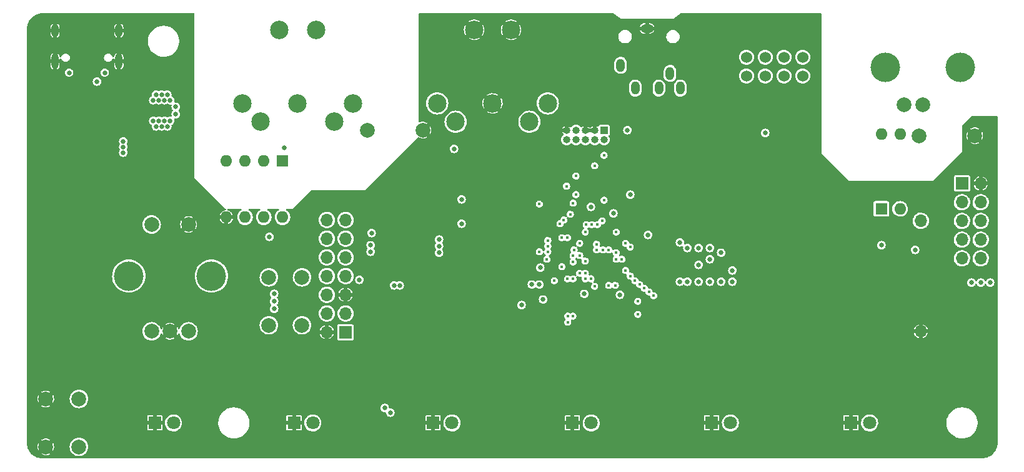
<source format=gbr>
%TF.GenerationSoftware,KiCad,Pcbnew,(6.0.6-0)*%
%TF.CreationDate,2022-08-05T12:00:24-07:00*%
%TF.ProjectId,Tesla Coil MIDI Synth,5465736c-6120-4436-9f69-6c204d494449,1*%
%TF.SameCoordinates,Original*%
%TF.FileFunction,Copper,L2,Inr*%
%TF.FilePolarity,Positive*%
%FSLAX46Y46*%
G04 Gerber Fmt 4.6, Leading zero omitted, Abs format (unit mm)*
G04 Created by KiCad (PCBNEW (6.0.6-0)) date 2022-08-05 12:00:24*
%MOMM*%
%LPD*%
G01*
G04 APERTURE LIST*
%TA.AperFunction,ComponentPad*%
%ADD10C,2.500000*%
%TD*%
%TA.AperFunction,ComponentPad*%
%ADD11R,1.800000X1.800000*%
%TD*%
%TA.AperFunction,ComponentPad*%
%ADD12C,1.800000*%
%TD*%
%TA.AperFunction,ComponentPad*%
%ADD13C,4.000000*%
%TD*%
%TA.AperFunction,ComponentPad*%
%ADD14C,2.000000*%
%TD*%
%TA.AperFunction,ComponentPad*%
%ADD15C,1.524000*%
%TD*%
%TA.AperFunction,ComponentPad*%
%ADD16R,1.600000X1.600000*%
%TD*%
%TA.AperFunction,ComponentPad*%
%ADD17O,1.600000X1.600000*%
%TD*%
%TA.AperFunction,ComponentPad*%
%ADD18R,1.700000X1.700000*%
%TD*%
%TA.AperFunction,ComponentPad*%
%ADD19O,1.700000X1.700000*%
%TD*%
%TA.AperFunction,ComponentPad*%
%ADD20O,1.000000X1.800000*%
%TD*%
%TA.AperFunction,ComponentPad*%
%ADD21O,1.000000X2.100000*%
%TD*%
%TA.AperFunction,ComponentPad*%
%ADD22R,1.000000X1.000000*%
%TD*%
%TA.AperFunction,ComponentPad*%
%ADD23O,1.000000X1.000000*%
%TD*%
%TA.AperFunction,ComponentPad*%
%ADD24O,1.200000X1.800000*%
%TD*%
%TA.AperFunction,ComponentPad*%
%ADD25O,1.800000X1.200000*%
%TD*%
%TA.AperFunction,ViaPad*%
%ADD26C,0.635000*%
%TD*%
%TA.AperFunction,ViaPad*%
%ADD27C,0.450000*%
%TD*%
G04 APERTURE END LIST*
D10*
%TO.N,Net-(C19-Pad2)*%
%TO.C,J7*%
X59777000Y-22559000D03*
X54777000Y-22559000D03*
%TO.N,unconnected-(J7-Pad1)*%
X49777000Y-32559000D03*
%TO.N,Net-(C19-Pad2)*%
X57277000Y-32559000D03*
%TO.N,unconnected-(J7-Pad3)*%
X64777000Y-32559000D03*
%TO.N,Net-(FB4-Pad1)*%
X52277000Y-35059000D03*
%TO.N,Net-(FB5-Pad1)*%
X62277000Y-35059000D03*
%TD*%
D11*
%TO.N,GND*%
%TO.C,D2*%
X37918571Y-75946000D03*
D12*
%TO.N,Net-(D2-Pad2)*%
X40458571Y-75946000D03*
%TD*%
D13*
%TO.N,*%
%TO.C,SW3*%
X34405000Y-56007000D03*
X45605000Y-56007000D03*
D14*
%TO.N,/ENC_A*%
X37505000Y-63507000D03*
%TO.N,/ENC_B*%
X42505000Y-63507000D03*
%TO.N,GND*%
X40005000Y-63507000D03*
%TO.N,/ENC_SW*%
X37505000Y-49007000D03*
%TO.N,GND*%
X42505000Y-49007000D03*
%TD*%
D11*
%TO.N,GND*%
%TO.C,D6*%
X113392857Y-75946000D03*
D12*
%TO.N,Net-(D6-Pad2)*%
X115932857Y-75946000D03*
%TD*%
D14*
%TO.N,GND*%
%TO.C,SW1*%
X23150000Y-72696000D03*
X23150000Y-79196000D03*
%TO.N,/RESET*%
X27650000Y-79196000D03*
X27650000Y-72696000D03*
%TD*%
%TO.N,Net-(C23-Pad1)*%
%TO.C,C23*%
X141538000Y-36957000D03*
%TO.N,GND*%
X149038000Y-36957000D03*
%TD*%
D15*
%TO.N,N/C*%
%TO.C,U4*%
X118110000Y-28829000D03*
%TO.N,Net-(R18-Pad1)*%
X120650000Y-28829000D03*
%TO.N,Net-(Q2-Pad3)*%
X123190000Y-28829000D03*
%TO.N,N/C*%
X125730000Y-28829000D03*
X125730000Y-26289000D03*
%TO.N,Net-(R18-Pad1)*%
X123190000Y-26289000D03*
X120650000Y-26289000D03*
%TO.N,N/C*%
X118110000Y-26289000D03*
%TD*%
D11*
%TO.N,GND*%
%TO.C,D4*%
X75655714Y-75946000D03*
D12*
%TO.N,Net-(D4-Pad2)*%
X78195714Y-75946000D03*
%TD*%
D16*
%TO.N,Net-(R19-Pad1)*%
%TO.C,U3*%
X136393000Y-46883000D03*
D17*
%TO.N,Net-(Q2-Pad3)*%
X138933000Y-46883000D03*
%TO.N,Net-(C23-Pad1)*%
X138933000Y-36723000D03*
%TO.N,Net-(J5-Pad1)*%
X136393000Y-36723000D03*
%TD*%
D18*
%TO.N,+5V*%
%TO.C,U7*%
X63775000Y-63627000D03*
D19*
%TO.N,GND*%
X61235000Y-63627000D03*
%TO.N,Net-(RV1-Pad2)*%
X63775000Y-61087000D03*
%TO.N,Net-(U5-Pad3)*%
X61235000Y-61087000D03*
%TO.N,GND*%
X63775000Y-58547000D03*
%TO.N,Net-(U5-Pad4)*%
X61235000Y-58547000D03*
%TO.N,unconnected-(U7-Pad7)*%
X63775000Y-56007000D03*
%TO.N,unconnected-(U7-Pad8)*%
X61235000Y-56007000D03*
%TO.N,unconnected-(U7-Pad9)*%
X63775000Y-53467000D03*
%TO.N,unconnected-(U7-Pad10)*%
X61235000Y-53467000D03*
%TO.N,Net-(U5-Pad5)*%
X63775000Y-50927000D03*
%TO.N,Net-(U5-Pad6)*%
X61235000Y-50927000D03*
%TO.N,Net-(U5-Pad7)*%
X63775000Y-48387000D03*
%TO.N,Net-(U5-Pad8)*%
X61235000Y-48387000D03*
%TO.N,Net-(R26-Pad1)*%
X141735000Y-48507000D03*
%TO.N,GND*%
X141735000Y-63507000D03*
%TD*%
D18*
%TO.N,+5V*%
%TO.C,J3*%
X147315000Y-43439000D03*
D19*
%TO.N,GND*%
X149855000Y-43439000D03*
%TO.N,+3.3V*%
X147315000Y-45979000D03*
%TO.N,/EXP6*%
X149855000Y-45979000D03*
%TO.N,/EXP0*%
X147315000Y-48519000D03*
%TO.N,/EXP5*%
X149855000Y-48519000D03*
%TO.N,/EXP1*%
X147315000Y-51059000D03*
%TO.N,/EXP4*%
X149855000Y-51059000D03*
%TO.N,/EXP2*%
X147315000Y-53599000D03*
%TO.N,/EXP3*%
X149855000Y-53599000D03*
%TD*%
D16*
%TO.N,unconnected-(U6-Pad1)*%
%TO.C,U6*%
X55235000Y-40396000D03*
D17*
%TO.N,Net-(D14-Pad1)*%
X52695000Y-40396000D03*
%TO.N,Net-(D14-Pad2)*%
X50155000Y-40396000D03*
%TO.N,N/C*%
X47615000Y-40396000D03*
%TO.N,GND*%
X47615000Y-48016000D03*
%TO.N,/MIDI/MIDI In*%
X50155000Y-48016000D03*
%TO.N,+3.3V*%
X52695000Y-48016000D03*
X55235000Y-48016000D03*
%TD*%
D13*
%TO.N,*%
%TO.C,J5*%
X147066000Y-27686000D03*
X136906000Y-27686000D03*
D14*
%TO.N,Net-(J5-Pad1)*%
X141986000Y-32766000D03*
%TO.N,Net-(C23-Pad1)*%
X139446000Y-32766000D03*
%TD*%
D11*
%TO.N,GND*%
%TO.C,D3*%
X56787143Y-75946000D03*
D12*
%TO.N,Net-(D3-Pad2)*%
X59327143Y-75946000D03*
%TD*%
D20*
%TO.N,GND*%
%TO.C,J1*%
X33048500Y-22677000D03*
X24408500Y-22677000D03*
D21*
X33048500Y-26857000D03*
X24408500Y-26857000D03*
%TD*%
D14*
%TO.N,GND*%
%TO.C,C19*%
X74235000Y-36195000D03*
%TO.N,Net-(C19-Pad2)*%
X66735000Y-36195000D03*
%TD*%
D22*
%TO.N,+3.3V*%
%TO.C,J2*%
X98816000Y-36205000D03*
D23*
%TO.N,/TMS*%
X98816000Y-37475000D03*
%TO.N,GND*%
X97546000Y-36205000D03*
%TO.N,/TCK*%
X97546000Y-37475000D03*
%TO.N,GND*%
X96276000Y-36205000D03*
%TO.N,/TDO*%
X96276000Y-37475000D03*
%TO.N,unconnected-(J2-Pad7)*%
X95006000Y-36205000D03*
%TO.N,/TDI*%
X95006000Y-37475000D03*
%TO.N,GND*%
X93736000Y-36205000D03*
%TO.N,/RESET*%
X93736000Y-37475000D03*
%TD*%
D24*
%TO.N,Net-(C17-Pad2)*%
%TO.C,J4*%
X106248000Y-30495000D03*
X109148000Y-30495000D03*
X107748000Y-28495000D03*
D25*
%TO.N,GND*%
X104648000Y-22395000D03*
D24*
%TO.N,Net-(C17-Pad2)*%
X101048000Y-27395000D03*
X103048000Y-30495000D03*
%TD*%
D10*
%TO.N,GND*%
%TO.C,J6*%
X86193000Y-22559000D03*
X81193000Y-22559000D03*
%TO.N,unconnected-(J6-Pad1)*%
X76193000Y-32559000D03*
%TO.N,GND*%
X83693000Y-32559000D03*
%TO.N,unconnected-(J6-Pad3)*%
X91193000Y-32559000D03*
%TO.N,Net-(FB6-Pad2)*%
X78693000Y-35059000D03*
%TO.N,Net-(FB3-Pad1)*%
X88693000Y-35059000D03*
%TD*%
D11*
%TO.N,GND*%
%TO.C,D7*%
X132261429Y-75946000D03*
D12*
%TO.N,Net-(D7-Pad2)*%
X134801429Y-75946000D03*
%TD*%
D11*
%TO.N,GND*%
%TO.C,D5*%
X94524286Y-75946000D03*
D12*
%TO.N,Net-(D5-Pad2)*%
X97064286Y-75946000D03*
%TD*%
D14*
%TO.N,Net-(R2-Pad1)*%
%TO.C,SW2*%
X53376000Y-56186000D03*
X53376000Y-62686000D03*
%TO.N,+3.3V*%
X57876000Y-56186000D03*
X57876000Y-62686000D03*
%TD*%
D26*
%TO.N,+5V*%
X69088000Y-73914000D03*
X140970000Y-52451000D03*
X33655000Y-39243000D03*
X65659000Y-56515000D03*
D27*
X92075000Y-56642000D03*
D26*
X33655000Y-37719000D03*
X33655000Y-38481000D03*
X78486000Y-38735000D03*
X67310000Y-50165000D03*
%TO.N,GND*%
X73025000Y-51562000D03*
X106426000Y-35433000D03*
X107188000Y-36068000D03*
X70358000Y-53086000D03*
X100584000Y-61468000D03*
X87630000Y-58928000D03*
X121539000Y-39370000D03*
X53975000Y-48895000D03*
X26035000Y-30480000D03*
X87884000Y-54356000D03*
X70739000Y-50419000D03*
X35687000Y-30988000D03*
D27*
X98298000Y-58039000D03*
D26*
X97155000Y-61341000D03*
X100711000Y-44831000D03*
X88900000Y-63881000D03*
X30861000Y-34290000D03*
X90551000Y-45720000D03*
X125730000Y-48006000D03*
X34671000Y-39243000D03*
X87884000Y-52832000D03*
X70358000Y-52324000D03*
X73406000Y-53721000D03*
D27*
X97028000Y-53213000D03*
D26*
X66802000Y-76962000D03*
X35179000Y-31623000D03*
X98552000Y-61468000D03*
X70739000Y-51562000D03*
X30861000Y-33401000D03*
D27*
X93853000Y-53975000D03*
D26*
X30861000Y-35179000D03*
X91694000Y-63754000D03*
D27*
X95377000Y-54102000D03*
D26*
X35179000Y-32385000D03*
X97028000Y-45593000D03*
X66929000Y-60452000D03*
X125730000Y-47117000D03*
X85090000Y-58928000D03*
X98171000Y-44577000D03*
X68961000Y-60452000D03*
X31877000Y-31750000D03*
X76073000Y-59563000D03*
X35052000Y-36830000D03*
X87884000Y-53594000D03*
X73025000Y-50419000D03*
X73406000Y-59563000D03*
X55245000Y-49911000D03*
X36449000Y-30988000D03*
X34671000Y-37719000D03*
X83947000Y-56388000D03*
X26035000Y-29591000D03*
X100711000Y-45593000D03*
X30861000Y-32512000D03*
X34671000Y-38481000D03*
X76073000Y-53721000D03*
D27*
X98298000Y-57404000D03*
D26*
%TO.N,+3.3V*%
X40005000Y-32131000D03*
X87630000Y-59944000D03*
X37719000Y-32131000D03*
D27*
X100330000Y-57277000D03*
X95504000Y-55626000D03*
X97034500Y-56381500D03*
D26*
X76454000Y-52832000D03*
D27*
X99441000Y-57277000D03*
X103378000Y-61214000D03*
D26*
X76454000Y-51943000D03*
X37719000Y-34925000D03*
X38100000Y-35687000D03*
X136398000Y-51816000D03*
X120650000Y-36576000D03*
X39243000Y-34925000D03*
X40767000Y-33020000D03*
X96139000Y-58420000D03*
X100076000Y-47498000D03*
X100965000Y-58547000D03*
X76454000Y-51054000D03*
X39624000Y-35687000D03*
X53468500Y-50671500D03*
X102362000Y-44958000D03*
X38862000Y-35687000D03*
X40767000Y-34036000D03*
X38481000Y-32131000D03*
X38100000Y-31369000D03*
D27*
X97790000Y-52451000D03*
D26*
X40005000Y-34925000D03*
X30089000Y-29601000D03*
X101981000Y-36195000D03*
X38481000Y-34925000D03*
X39243000Y-32131000D03*
X38862000Y-31369000D03*
D27*
X97536000Y-57404000D03*
D26*
X39624000Y-31369000D03*
D27*
%TO.N,Net-(C10-Pad1)*%
X96266000Y-56388000D03*
D26*
X97028000Y-46609000D03*
X90043000Y-57150000D03*
D27*
X97790000Y-51689000D03*
X94742000Y-52451000D03*
D26*
%TO.N,Net-(C14-Pad1)*%
X89027000Y-57150000D03*
X90170000Y-54864000D03*
D27*
%TO.N,Net-(C15-Pad1)*%
X93091000Y-54737000D03*
D26*
X90551000Y-59182000D03*
%TO.N,/TIOA0*%
X110109000Y-56769000D03*
D27*
X93853000Y-50800000D03*
D26*
X110109000Y-52197000D03*
D27*
X98552000Y-48514000D03*
D26*
%TO.N,/TIOA1*%
X111633000Y-56769000D03*
X111633000Y-52197000D03*
X111633000Y-54483000D03*
%TO.N,/TIOA2*%
X113157000Y-53721000D03*
X113157000Y-56769000D03*
D27*
X91059000Y-53721000D03*
X101219000Y-53721000D03*
D26*
X113157000Y-52197000D03*
%TO.N,/TIOA3*%
X114681000Y-56769000D03*
X114681000Y-52832000D03*
D27*
%TO.N,/TIOA4*%
X101727000Y-51562000D03*
X101727000Y-55245000D03*
D26*
X116205000Y-55245000D03*
X116205000Y-56769000D03*
D27*
%TO.N,/TIOA5*%
X102362000Y-56007000D03*
X102362000Y-52070000D03*
D26*
%TO.N,Net-(D14-Pad2)*%
X55499000Y-38608000D03*
D27*
%TO.N,/DF-*%
X93884000Y-62268758D03*
X94584000Y-61444977D03*
X94615000Y-56388000D03*
%TO.N,/DF+*%
X93853000Y-56388000D03*
X93884000Y-61444977D03*
%TO.N,/TMS*%
X98816000Y-39614000D03*
X98816000Y-45710000D03*
X97917000Y-49022000D03*
X94615000Y-54102000D03*
%TO.N,/TCK*%
X97546000Y-41031000D03*
X94234000Y-47625000D03*
%TO.N,/TDO*%
X94615000Y-46101000D03*
X96393000Y-49022000D03*
X94615000Y-53213000D03*
%TO.N,/TDI*%
X95006000Y-44948000D03*
X95504000Y-53213000D03*
X97155000Y-49022000D03*
X95006000Y-42428000D03*
%TO.N,/RESET*%
X93736000Y-43805000D03*
D26*
X109093000Y-56769000D03*
D27*
X96266000Y-53975000D03*
D26*
X109093000Y-51435000D03*
D27*
%TO.N,/EXP6*%
X103632000Y-57150000D03*
%TO.N,/EXP0*%
X100457000Y-50038000D03*
%TO.N,/EXP5*%
X102997000Y-56642000D03*
%TO.N,/EXP1*%
X100457000Y-52832000D03*
D26*
%TO.N,/EXP4*%
X151130000Y-56896000D03*
D27*
X105537000Y-58674000D03*
%TO.N,/EXP2*%
X104267000Y-57658000D03*
D26*
X148590000Y-56896000D03*
D27*
%TO.N,/EXP3*%
X104902000Y-58166000D03*
D26*
X149860000Y-56896000D03*
%TO.N,Net-(J1-PadA4)*%
X26315500Y-28392000D03*
X31141500Y-28392000D03*
D27*
%TO.N,Net-(R4-Pad2)*%
X96266000Y-55626000D03*
X103378000Y-59436000D03*
%TO.N,/MIDI/MIDI In*%
X90043000Y-52705000D03*
X90043000Y-46228000D03*
D26*
%TO.N,Net-(R23-Pad1)*%
X79502000Y-48895000D03*
X79502000Y-45593000D03*
%TO.N,Net-(RV1-Pad2)*%
X69850000Y-74549000D03*
D27*
%TO.N,/ENC_A*%
X92837000Y-48895000D03*
X98679000Y-52451000D03*
D26*
X54102000Y-59436000D03*
%TO.N,/ENC_B*%
X54102000Y-58420000D03*
D27*
X93345000Y-48387000D03*
X99441000Y-52451000D03*
D26*
%TO.N,/ENC_SW*%
X54102000Y-60452000D03*
D27*
%TO.N,/MIDI/MIDI Out*%
X91186000Y-52705000D03*
X96266000Y-50038000D03*
%TO.N,/LCD/D6*%
X93091000Y-50800000D03*
X91186000Y-51181000D03*
%TO.N,/LCD/D7*%
X91186000Y-51943000D03*
X95504000Y-51562000D03*
%TO.N,/Avg*%
X100457000Y-53721000D03*
D26*
X104775000Y-50419000D03*
%TO.N,Net-(U5-Pad3)*%
X71120000Y-57277000D03*
%TO.N,Net-(U5-Pad4)*%
X70358000Y-57277000D03*
%TO.N,Net-(U5-Pad5)*%
X67183000Y-51816000D03*
%TO.N,Net-(U5-Pad6)*%
X67183000Y-52705000D03*
%TD*%
%TA.AperFunction,Conductor*%
%TO.N,GND*%
G36*
X43249121Y-20340502D02*
G01*
X43295614Y-20394158D01*
X43307000Y-20446500D01*
X43307000Y-42672000D01*
X47498000Y-46863000D01*
X47508649Y-46863000D01*
X47510403Y-46863958D01*
X47560604Y-46914161D01*
X47575694Y-46983536D01*
X47550881Y-47050055D01*
X47494045Y-47092601D01*
X47476212Y-47097791D01*
X47333420Y-47128143D01*
X47320932Y-47132200D01*
X47154977Y-47206088D01*
X47143605Y-47212654D01*
X46996643Y-47319427D01*
X46986877Y-47328221D01*
X46865329Y-47463214D01*
X46857609Y-47473840D01*
X46766783Y-47631155D01*
X46761437Y-47643163D01*
X46728423Y-47744770D01*
X46728020Y-47758867D01*
X46734392Y-47762000D01*
X48489061Y-47762000D01*
X48502592Y-47758027D01*
X48503602Y-47751000D01*
X48468563Y-47643163D01*
X48463217Y-47631155D01*
X48372391Y-47473840D01*
X48364671Y-47463214D01*
X48243123Y-47328221D01*
X48233357Y-47319427D01*
X48086395Y-47212654D01*
X48075023Y-47206088D01*
X47909068Y-47132200D01*
X47896571Y-47128140D01*
X47821799Y-47112246D01*
X47759325Y-47078518D01*
X47725004Y-47016368D01*
X47729732Y-46945529D01*
X47772008Y-46888492D01*
X47838410Y-46863365D01*
X47847996Y-46863000D01*
X49571326Y-46863000D01*
X49639447Y-46883002D01*
X49685940Y-46936658D01*
X49696044Y-47006932D01*
X49666550Y-47071512D01*
X49629702Y-47100662D01*
X49574801Y-47129363D01*
X49570001Y-47133223D01*
X49570000Y-47133223D01*
X49554314Y-47145835D01*
X49413635Y-47258943D01*
X49280708Y-47417360D01*
X49181082Y-47598578D01*
X49179219Y-47604451D01*
X49127256Y-47768262D01*
X49118553Y-47795696D01*
X49117867Y-47801813D01*
X49117866Y-47801817D01*
X49096638Y-47991066D01*
X49095501Y-48001206D01*
X49101419Y-48071673D01*
X49111407Y-48190613D01*
X49112806Y-48207278D01*
X49169807Y-48406066D01*
X49172625Y-48411548D01*
X49172626Y-48411552D01*
X49261514Y-48584509D01*
X49261517Y-48584513D01*
X49264334Y-48589995D01*
X49392786Y-48752061D01*
X49397479Y-48756055D01*
X49397480Y-48756056D01*
X49543360Y-48880209D01*
X49550271Y-48886091D01*
X49730789Y-48986980D01*
X49927466Y-49050884D01*
X50132809Y-49075370D01*
X50138944Y-49074898D01*
X50138946Y-49074898D01*
X50332856Y-49059977D01*
X50332860Y-49059976D01*
X50338998Y-49059504D01*
X50538178Y-49003892D01*
X50543682Y-49001112D01*
X50543684Y-49001111D01*
X50717262Y-48913431D01*
X50717264Y-48913430D01*
X50722763Y-48910652D01*
X50885722Y-48783334D01*
X50889748Y-48778670D01*
X50889751Y-48778667D01*
X51016819Y-48631457D01*
X51016820Y-48631455D01*
X51020848Y-48626789D01*
X51087664Y-48509172D01*
X51119950Y-48452340D01*
X51119952Y-48452336D01*
X51122995Y-48446979D01*
X51168129Y-48311299D01*
X51186325Y-48256601D01*
X51186326Y-48256598D01*
X51188270Y-48250753D01*
X51214189Y-48045586D01*
X51214602Y-48016000D01*
X51194422Y-47810189D01*
X51134651Y-47612217D01*
X51077059Y-47503903D01*
X51040459Y-47435067D01*
X51040457Y-47435064D01*
X51037565Y-47429625D01*
X51033674Y-47424855D01*
X51033672Y-47424851D01*
X50910758Y-47274143D01*
X50910755Y-47274140D01*
X50906863Y-47269368D01*
X50895480Y-47259951D01*
X50752271Y-47141478D01*
X50752266Y-47141475D01*
X50747522Y-47137550D01*
X50742103Y-47134620D01*
X50742100Y-47134618D01*
X50677771Y-47099836D01*
X50627362Y-47049841D01*
X50611984Y-46980530D01*
X50636520Y-46913908D01*
X50693180Y-46871127D01*
X50737699Y-46863000D01*
X52111326Y-46863000D01*
X52179447Y-46883002D01*
X52225940Y-46936658D01*
X52236044Y-47006932D01*
X52206550Y-47071512D01*
X52169702Y-47100662D01*
X52114801Y-47129363D01*
X52110001Y-47133223D01*
X52110000Y-47133223D01*
X52094314Y-47145835D01*
X51953635Y-47258943D01*
X51820708Y-47417360D01*
X51721082Y-47598578D01*
X51719219Y-47604451D01*
X51667256Y-47768262D01*
X51658553Y-47795696D01*
X51657867Y-47801813D01*
X51657866Y-47801817D01*
X51636638Y-47991066D01*
X51635501Y-48001206D01*
X51641419Y-48071673D01*
X51651407Y-48190613D01*
X51652806Y-48207278D01*
X51709807Y-48406066D01*
X51712625Y-48411548D01*
X51712626Y-48411552D01*
X51801514Y-48584509D01*
X51801517Y-48584513D01*
X51804334Y-48589995D01*
X51932786Y-48752061D01*
X51937479Y-48756055D01*
X51937480Y-48756056D01*
X52083360Y-48880209D01*
X52090271Y-48886091D01*
X52270789Y-48986980D01*
X52467466Y-49050884D01*
X52672809Y-49075370D01*
X52678944Y-49074898D01*
X52678946Y-49074898D01*
X52872856Y-49059977D01*
X52872860Y-49059976D01*
X52878998Y-49059504D01*
X53078178Y-49003892D01*
X53083682Y-49001112D01*
X53083684Y-49001111D01*
X53257262Y-48913431D01*
X53257264Y-48913430D01*
X53262763Y-48910652D01*
X53425722Y-48783334D01*
X53429748Y-48778670D01*
X53429751Y-48778667D01*
X53556819Y-48631457D01*
X53556820Y-48631455D01*
X53560848Y-48626789D01*
X53627664Y-48509172D01*
X53659950Y-48452340D01*
X53659952Y-48452336D01*
X53662995Y-48446979D01*
X53708129Y-48311299D01*
X53726325Y-48256601D01*
X53726326Y-48256598D01*
X53728270Y-48250753D01*
X53754189Y-48045586D01*
X53754602Y-48016000D01*
X53734422Y-47810189D01*
X53674651Y-47612217D01*
X53617059Y-47503903D01*
X53580459Y-47435067D01*
X53580457Y-47435064D01*
X53577565Y-47429625D01*
X53573674Y-47424855D01*
X53573672Y-47424851D01*
X53450758Y-47274143D01*
X53450755Y-47274140D01*
X53446863Y-47269368D01*
X53435480Y-47259951D01*
X53292271Y-47141478D01*
X53292266Y-47141475D01*
X53287522Y-47137550D01*
X53282103Y-47134620D01*
X53282100Y-47134618D01*
X53217771Y-47099836D01*
X53167362Y-47049841D01*
X53151984Y-46980530D01*
X53176520Y-46913908D01*
X53233180Y-46871127D01*
X53277699Y-46863000D01*
X54651326Y-46863000D01*
X54719447Y-46883002D01*
X54765940Y-46936658D01*
X54776044Y-47006932D01*
X54746550Y-47071512D01*
X54709702Y-47100662D01*
X54654801Y-47129363D01*
X54650001Y-47133223D01*
X54650000Y-47133223D01*
X54634314Y-47145835D01*
X54493635Y-47258943D01*
X54360708Y-47417360D01*
X54261082Y-47598578D01*
X54259219Y-47604451D01*
X54207256Y-47768262D01*
X54198553Y-47795696D01*
X54197867Y-47801813D01*
X54197866Y-47801817D01*
X54176638Y-47991066D01*
X54175501Y-48001206D01*
X54181419Y-48071673D01*
X54191407Y-48190613D01*
X54192806Y-48207278D01*
X54249807Y-48406066D01*
X54252625Y-48411548D01*
X54252626Y-48411552D01*
X54341514Y-48584509D01*
X54341517Y-48584513D01*
X54344334Y-48589995D01*
X54472786Y-48752061D01*
X54477479Y-48756055D01*
X54477480Y-48756056D01*
X54623360Y-48880209D01*
X54630271Y-48886091D01*
X54810789Y-48986980D01*
X55007466Y-49050884D01*
X55212809Y-49075370D01*
X55218944Y-49074898D01*
X55218946Y-49074898D01*
X55412856Y-49059977D01*
X55412860Y-49059976D01*
X55418998Y-49059504D01*
X55618178Y-49003892D01*
X55623682Y-49001112D01*
X55623684Y-49001111D01*
X55797262Y-48913431D01*
X55797264Y-48913430D01*
X55802763Y-48910652D01*
X55965722Y-48783334D01*
X55969748Y-48778670D01*
X55969751Y-48778667D01*
X56096819Y-48631457D01*
X56096820Y-48631455D01*
X56100848Y-48626789D01*
X56167664Y-48509172D01*
X56199950Y-48452340D01*
X56199952Y-48452336D01*
X56202995Y-48446979D01*
X56232606Y-48357964D01*
X60126148Y-48357964D01*
X60139424Y-48560522D01*
X60140845Y-48566118D01*
X60140846Y-48566123D01*
X60182278Y-48729259D01*
X60189392Y-48757269D01*
X60191809Y-48762512D01*
X60257936Y-48905953D01*
X60274377Y-48941616D01*
X60277710Y-48946332D01*
X60384936Y-49098054D01*
X60391533Y-49107389D01*
X60395675Y-49111424D01*
X60436293Y-49150992D01*
X60536938Y-49249035D01*
X60705720Y-49361812D01*
X60711023Y-49364090D01*
X60711026Y-49364092D01*
X60863159Y-49429453D01*
X60892228Y-49441942D01*
X60946688Y-49454265D01*
X61084579Y-49485467D01*
X61084584Y-49485468D01*
X61090216Y-49486742D01*
X61095987Y-49486969D01*
X61095989Y-49486969D01*
X61155756Y-49489317D01*
X61293053Y-49494712D01*
X61404162Y-49478602D01*
X61488231Y-49466413D01*
X61488236Y-49466412D01*
X61493945Y-49465584D01*
X61499409Y-49463729D01*
X61499414Y-49463728D01*
X61680693Y-49402192D01*
X61680698Y-49402190D01*
X61686165Y-49400334D01*
X61697317Y-49394089D01*
X61838786Y-49314862D01*
X61863276Y-49301147D01*
X61880391Y-49286913D01*
X62014913Y-49175031D01*
X62019345Y-49171345D01*
X62099560Y-49074898D01*
X62145453Y-49019718D01*
X62145455Y-49019715D01*
X62149147Y-49015276D01*
X62222848Y-48883674D01*
X62245510Y-48843208D01*
X62245511Y-48843206D01*
X62248334Y-48838165D01*
X62250190Y-48832698D01*
X62250192Y-48832693D01*
X62311728Y-48651414D01*
X62311729Y-48651409D01*
X62313584Y-48645945D01*
X62314412Y-48640236D01*
X62314413Y-48640231D01*
X62337940Y-48477964D01*
X62342712Y-48445053D01*
X62344232Y-48387000D01*
X62341564Y-48357964D01*
X62666148Y-48357964D01*
X62679424Y-48560522D01*
X62680845Y-48566118D01*
X62680846Y-48566123D01*
X62722278Y-48729259D01*
X62729392Y-48757269D01*
X62731809Y-48762512D01*
X62797936Y-48905953D01*
X62814377Y-48941616D01*
X62817710Y-48946332D01*
X62924936Y-49098054D01*
X62931533Y-49107389D01*
X62935675Y-49111424D01*
X62976293Y-49150992D01*
X63076938Y-49249035D01*
X63245720Y-49361812D01*
X63251023Y-49364090D01*
X63251026Y-49364092D01*
X63403159Y-49429453D01*
X63432228Y-49441942D01*
X63486688Y-49454265D01*
X63624579Y-49485467D01*
X63624584Y-49485468D01*
X63630216Y-49486742D01*
X63635987Y-49486969D01*
X63635989Y-49486969D01*
X63695756Y-49489317D01*
X63833053Y-49494712D01*
X63944162Y-49478602D01*
X64028231Y-49466413D01*
X64028236Y-49466412D01*
X64033945Y-49465584D01*
X64039409Y-49463729D01*
X64039414Y-49463728D01*
X64220693Y-49402192D01*
X64220698Y-49402190D01*
X64226165Y-49400334D01*
X64237317Y-49394089D01*
X64378786Y-49314862D01*
X64403276Y-49301147D01*
X64420391Y-49286913D01*
X64554913Y-49175031D01*
X64559345Y-49171345D01*
X64639560Y-49074898D01*
X64685453Y-49019718D01*
X64685455Y-49019715D01*
X64689147Y-49015276D01*
X64756505Y-48895000D01*
X78925064Y-48895000D01*
X78944723Y-49044322D01*
X79002359Y-49183468D01*
X79094045Y-49302955D01*
X79213532Y-49394641D01*
X79352678Y-49452277D01*
X79502000Y-49471936D01*
X79651322Y-49452277D01*
X79790468Y-49394641D01*
X79909955Y-49302955D01*
X80001641Y-49183468D01*
X80059277Y-49044322D01*
X80078936Y-48895000D01*
X80078157Y-48889082D01*
X92352605Y-48889082D01*
X92353769Y-48897984D01*
X92353769Y-48897987D01*
X92360091Y-48946332D01*
X92370414Y-49025273D01*
X92425732Y-49150992D01*
X92431510Y-49157865D01*
X92431510Y-49157866D01*
X92500037Y-49239389D01*
X92514111Y-49256132D01*
X92628447Y-49332240D01*
X92712827Y-49358602D01*
X92746221Y-49369035D01*
X92759549Y-49373199D01*
X92896876Y-49375716D01*
X92906109Y-49373199D01*
X93020727Y-49341951D01*
X93029391Y-49339589D01*
X93118516Y-49284866D01*
X93138791Y-49272417D01*
X93146439Y-49267721D01*
X93176356Y-49234669D01*
X93232584Y-49172550D01*
X93232585Y-49172549D01*
X93238612Y-49165890D01*
X93245210Y-49152273D01*
X93294585Y-49050362D01*
X93294585Y-49050361D01*
X93298499Y-49042283D01*
X93310872Y-48968735D01*
X93341898Y-48904877D01*
X93402523Y-48867930D01*
X93403727Y-48867695D01*
X93404876Y-48867716D01*
X93537391Y-48831589D01*
X93625618Y-48777417D01*
X93646791Y-48764417D01*
X93654439Y-48759721D01*
X93660463Y-48753066D01*
X93740584Y-48664550D01*
X93740585Y-48664549D01*
X93746612Y-48657890D01*
X93752400Y-48645945D01*
X93802585Y-48542362D01*
X93802585Y-48542361D01*
X93806499Y-48534283D01*
X93829286Y-48398836D01*
X93829431Y-48387000D01*
X93828606Y-48381233D01*
X93811232Y-48259923D01*
X93811232Y-48259921D01*
X93809959Y-48251036D01*
X93775812Y-48175933D01*
X93765826Y-48105644D01*
X93795426Y-48041112D01*
X93855216Y-48002828D01*
X93926212Y-48002946D01*
X93960332Y-48018896D01*
X93983099Y-48034051D01*
X94014987Y-48055277D01*
X94025447Y-48062240D01*
X94156549Y-48103199D01*
X94293876Y-48105716D01*
X94303109Y-48103199D01*
X94417727Y-48071951D01*
X94426391Y-48069589D01*
X94534929Y-48002946D01*
X94535791Y-48002417D01*
X94543439Y-47997721D01*
X94567118Y-47971561D01*
X94629584Y-47902550D01*
X94629585Y-47902549D01*
X94635612Y-47895890D01*
X94646520Y-47873377D01*
X94691585Y-47780362D01*
X94691585Y-47780361D01*
X94695499Y-47772283D01*
X94718286Y-47636836D01*
X94718431Y-47625000D01*
X94717584Y-47619082D01*
X94700243Y-47498000D01*
X99499064Y-47498000D01*
X99518723Y-47647322D01*
X99576359Y-47786468D01*
X99668045Y-47905955D01*
X99787532Y-47997641D01*
X99926678Y-48055277D01*
X100076000Y-48074936D01*
X100225322Y-48055277D01*
X100364468Y-47997641D01*
X100483955Y-47905955D01*
X100575641Y-47786468D01*
X100633277Y-47647322D01*
X100652936Y-47498000D01*
X100633277Y-47348678D01*
X100575641Y-47209532D01*
X100483955Y-47090045D01*
X100364468Y-46998359D01*
X100225322Y-46940723D01*
X100076000Y-46921064D01*
X99926678Y-46940723D01*
X99787532Y-46998359D01*
X99668045Y-47090045D01*
X99576359Y-47209532D01*
X99518723Y-47348678D01*
X99499064Y-47498000D01*
X94700243Y-47498000D01*
X94700232Y-47497923D01*
X94700232Y-47497921D01*
X94698959Y-47489036D01*
X94642110Y-47364003D01*
X94552453Y-47259951D01*
X94437196Y-47185244D01*
X94305603Y-47145890D01*
X94296627Y-47145835D01*
X94296626Y-47145835D01*
X94239080Y-47145484D01*
X94168255Y-47145051D01*
X94036192Y-47182795D01*
X94028605Y-47187582D01*
X94028603Y-47187583D01*
X93966850Y-47226546D01*
X93920031Y-47256087D01*
X93914088Y-47262816D01*
X93864091Y-47319427D01*
X93829109Y-47359036D01*
X93770736Y-47483366D01*
X93763371Y-47530667D01*
X93750986Y-47610209D01*
X93750986Y-47610213D01*
X93749605Y-47619082D01*
X93750769Y-47627984D01*
X93750769Y-47627987D01*
X93758510Y-47687178D01*
X93767414Y-47755273D01*
X93778484Y-47780431D01*
X93803370Y-47836989D01*
X93812498Y-47907396D01*
X93782111Y-47971561D01*
X93721858Y-48009112D01*
X93650868Y-48008127D01*
X93619508Y-47993467D01*
X93613368Y-47989487D01*
X93548196Y-47947244D01*
X93416603Y-47907890D01*
X93407627Y-47907835D01*
X93407626Y-47907835D01*
X93350080Y-47907484D01*
X93279255Y-47907051D01*
X93147192Y-47944795D01*
X93139605Y-47949582D01*
X93139603Y-47949583D01*
X93084569Y-47984307D01*
X93031031Y-48018087D01*
X93025088Y-48024816D01*
X92980823Y-48074936D01*
X92940109Y-48121036D01*
X92881736Y-48245366D01*
X92880356Y-48254230D01*
X92880355Y-48254233D01*
X92871379Y-48311883D01*
X92841135Y-48376116D01*
X92780965Y-48413800D01*
X92774844Y-48415073D01*
X92771255Y-48415051D01*
X92639192Y-48452795D01*
X92523031Y-48526087D01*
X92517088Y-48532816D01*
X92471434Y-48584509D01*
X92432109Y-48629036D01*
X92428295Y-48637159D01*
X92428294Y-48637161D01*
X92421025Y-48652644D01*
X92373736Y-48753366D01*
X92369070Y-48783334D01*
X92353986Y-48880209D01*
X92353986Y-48880213D01*
X92352605Y-48889082D01*
X80078157Y-48889082D01*
X80059277Y-48745678D01*
X80001641Y-48606532D01*
X79909955Y-48487045D01*
X79790468Y-48395359D01*
X79651322Y-48337723D01*
X79502000Y-48318064D01*
X79352678Y-48337723D01*
X79213532Y-48395359D01*
X79094045Y-48487045D01*
X79002359Y-48606532D01*
X78944723Y-48745678D01*
X78925064Y-48895000D01*
X64756505Y-48895000D01*
X64762848Y-48883674D01*
X64785510Y-48843208D01*
X64785511Y-48843206D01*
X64788334Y-48838165D01*
X64790190Y-48832698D01*
X64790192Y-48832693D01*
X64851728Y-48651414D01*
X64851729Y-48651409D01*
X64853584Y-48645945D01*
X64854412Y-48640236D01*
X64854413Y-48640231D01*
X64877940Y-48477964D01*
X64882712Y-48445053D01*
X64884232Y-48387000D01*
X64870471Y-48237243D01*
X64866187Y-48190613D01*
X64866186Y-48190610D01*
X64865658Y-48184859D01*
X64863141Y-48175934D01*
X64812125Y-47995046D01*
X64812124Y-47995044D01*
X64810557Y-47989487D01*
X64799978Y-47968033D01*
X64723331Y-47812609D01*
X64720776Y-47807428D01*
X64599320Y-47644779D01*
X64450258Y-47506987D01*
X64445375Y-47503906D01*
X64445371Y-47503903D01*
X64286666Y-47403768D01*
X64278581Y-47398667D01*
X64090039Y-47323446D01*
X64084379Y-47322320D01*
X64084375Y-47322319D01*
X63896613Y-47284971D01*
X63896610Y-47284971D01*
X63890946Y-47283844D01*
X63885171Y-47283768D01*
X63885167Y-47283768D01*
X63783793Y-47282441D01*
X63687971Y-47281187D01*
X63682274Y-47282166D01*
X63682273Y-47282166D01*
X63531167Y-47308131D01*
X63487910Y-47315564D01*
X63297463Y-47385824D01*
X63123010Y-47489612D01*
X63118670Y-47493418D01*
X63118666Y-47493421D01*
X62980911Y-47614230D01*
X62970392Y-47623455D01*
X62966817Y-47627990D01*
X62966816Y-47627991D01*
X62958032Y-47639133D01*
X62844720Y-47782869D01*
X62842031Y-47787980D01*
X62842029Y-47787983D01*
X62797536Y-47872551D01*
X62750203Y-47962515D01*
X62690007Y-48156378D01*
X62666148Y-48357964D01*
X62341564Y-48357964D01*
X62330471Y-48237243D01*
X62326187Y-48190613D01*
X62326186Y-48190610D01*
X62325658Y-48184859D01*
X62323141Y-48175934D01*
X62272125Y-47995046D01*
X62272124Y-47995044D01*
X62270557Y-47989487D01*
X62259978Y-47968033D01*
X62183331Y-47812609D01*
X62180776Y-47807428D01*
X62059320Y-47644779D01*
X61910258Y-47506987D01*
X61905375Y-47503906D01*
X61905371Y-47503903D01*
X61746666Y-47403768D01*
X61738581Y-47398667D01*
X61550039Y-47323446D01*
X61544379Y-47322320D01*
X61544375Y-47322319D01*
X61356613Y-47284971D01*
X61356610Y-47284971D01*
X61350946Y-47283844D01*
X61345171Y-47283768D01*
X61345167Y-47283768D01*
X61243793Y-47282441D01*
X61147971Y-47281187D01*
X61142274Y-47282166D01*
X61142273Y-47282166D01*
X60991167Y-47308131D01*
X60947910Y-47315564D01*
X60757463Y-47385824D01*
X60583010Y-47489612D01*
X60578670Y-47493418D01*
X60578666Y-47493421D01*
X60440911Y-47614230D01*
X60430392Y-47623455D01*
X60426817Y-47627990D01*
X60426816Y-47627991D01*
X60418032Y-47639133D01*
X60304720Y-47782869D01*
X60302031Y-47787980D01*
X60302029Y-47787983D01*
X60257536Y-47872551D01*
X60210203Y-47962515D01*
X60150007Y-48156378D01*
X60126148Y-48357964D01*
X56232606Y-48357964D01*
X56248129Y-48311299D01*
X56266325Y-48256601D01*
X56266326Y-48256598D01*
X56268270Y-48250753D01*
X56294189Y-48045586D01*
X56294602Y-48016000D01*
X56274422Y-47810189D01*
X56214651Y-47612217D01*
X56157059Y-47503903D01*
X56120459Y-47435067D01*
X56120457Y-47435064D01*
X56117565Y-47429625D01*
X56113674Y-47424855D01*
X56113672Y-47424851D01*
X55990758Y-47274143D01*
X55990755Y-47274140D01*
X55986863Y-47269368D01*
X55975480Y-47259951D01*
X55832271Y-47141478D01*
X55832266Y-47141475D01*
X55827522Y-47137550D01*
X55822103Y-47134620D01*
X55822100Y-47134618D01*
X55757771Y-47099836D01*
X55707362Y-47049841D01*
X55691984Y-46980530D01*
X55716520Y-46913908D01*
X55773180Y-46871127D01*
X55817699Y-46863000D01*
X56642000Y-46863000D01*
X57282918Y-46222082D01*
X89558605Y-46222082D01*
X89559769Y-46230984D01*
X89559769Y-46230987D01*
X89566132Y-46279641D01*
X89576414Y-46358273D01*
X89604073Y-46421133D01*
X89621254Y-46460178D01*
X89631732Y-46483992D01*
X89637510Y-46490865D01*
X89637510Y-46490866D01*
X89713877Y-46581716D01*
X89720111Y-46589132D01*
X89834447Y-46665240D01*
X89928644Y-46694669D01*
X89956667Y-46703424D01*
X89965549Y-46706199D01*
X90102876Y-46708716D01*
X90112109Y-46706199D01*
X90226727Y-46674951D01*
X90235391Y-46672589D01*
X90334529Y-46611718D01*
X90338956Y-46609000D01*
X96451064Y-46609000D01*
X96470723Y-46758322D01*
X96528359Y-46897468D01*
X96620045Y-47016955D01*
X96739532Y-47108641D01*
X96878678Y-47166277D01*
X97028000Y-47185936D01*
X97177322Y-47166277D01*
X97316468Y-47108641D01*
X97435955Y-47016955D01*
X97527641Y-46897468D01*
X97585277Y-46758322D01*
X97604936Y-46609000D01*
X97585277Y-46459678D01*
X97527641Y-46320532D01*
X97435955Y-46201045D01*
X97316468Y-46109359D01*
X97177322Y-46051723D01*
X97028000Y-46032064D01*
X96878678Y-46051723D01*
X96739532Y-46109359D01*
X96620045Y-46201045D01*
X96528359Y-46320532D01*
X96470723Y-46459678D01*
X96451064Y-46609000D01*
X90338956Y-46609000D01*
X90344791Y-46605417D01*
X90352439Y-46600721D01*
X90369791Y-46581551D01*
X90438584Y-46505550D01*
X90438585Y-46505549D01*
X90444612Y-46498890D01*
X90451286Y-46485116D01*
X90500585Y-46383362D01*
X90500585Y-46383361D01*
X90504499Y-46375283D01*
X90527286Y-46239836D01*
X90527431Y-46228000D01*
X90526625Y-46222368D01*
X90509232Y-46100923D01*
X90509232Y-46100921D01*
X90508395Y-46095082D01*
X94130605Y-46095082D01*
X94131769Y-46103984D01*
X94131769Y-46103987D01*
X94138116Y-46152522D01*
X94148414Y-46231273D01*
X94203732Y-46356992D01*
X94292111Y-46462132D01*
X94406447Y-46538240D01*
X94537549Y-46579199D01*
X94674876Y-46581716D01*
X94684109Y-46579199D01*
X94798727Y-46547951D01*
X94807391Y-46545589D01*
X94896516Y-46490866D01*
X94916791Y-46478417D01*
X94924439Y-46473721D01*
X94941153Y-46455256D01*
X95010584Y-46378550D01*
X95010585Y-46378549D01*
X95016612Y-46371890D01*
X95023210Y-46358273D01*
X95072585Y-46256362D01*
X95072585Y-46256361D01*
X95076499Y-46248283D01*
X95099286Y-46112836D01*
X95099431Y-46101000D01*
X95098687Y-46095801D01*
X95081232Y-45973923D01*
X95081232Y-45973921D01*
X95079959Y-45965036D01*
X95023110Y-45840003D01*
X94933453Y-45735951D01*
X94884286Y-45704082D01*
X98331605Y-45704082D01*
X98332769Y-45712984D01*
X98332769Y-45712987D01*
X98340395Y-45771299D01*
X98349414Y-45840273D01*
X98360653Y-45865816D01*
X98400217Y-45955730D01*
X98404732Y-45965992D01*
X98410510Y-45972865D01*
X98410510Y-45972866D01*
X98437143Y-46004550D01*
X98493111Y-46071132D01*
X98500588Y-46076109D01*
X98598288Y-46141143D01*
X98607447Y-46147240D01*
X98738549Y-46188199D01*
X98875876Y-46190716D01*
X98885109Y-46188199D01*
X98999727Y-46156951D01*
X99008391Y-46154589D01*
X99125439Y-46082721D01*
X99147876Y-46057933D01*
X135338500Y-46057933D01*
X135338501Y-47708066D01*
X135344783Y-47739648D01*
X135350702Y-47769409D01*
X135353266Y-47782301D01*
X135360161Y-47792620D01*
X135360162Y-47792622D01*
X135371900Y-47810189D01*
X135409516Y-47866484D01*
X135493699Y-47922734D01*
X135567933Y-47937500D01*
X136392866Y-47937500D01*
X137218066Y-47937499D01*
X137253818Y-47930388D01*
X137280126Y-47925156D01*
X137280128Y-47925155D01*
X137292301Y-47922734D01*
X137302621Y-47915839D01*
X137302622Y-47915838D01*
X137366168Y-47873377D01*
X137376484Y-47866484D01*
X137432734Y-47782301D01*
X137447500Y-47708067D01*
X137447499Y-46868206D01*
X137873501Y-46868206D01*
X137875833Y-46895972D01*
X137887860Y-47039192D01*
X137890806Y-47074278D01*
X137947807Y-47273066D01*
X137950625Y-47278548D01*
X137950626Y-47278552D01*
X138039514Y-47451509D01*
X138039517Y-47451513D01*
X138042334Y-47456995D01*
X138170786Y-47619061D01*
X138175479Y-47623055D01*
X138175480Y-47623056D01*
X138322279Y-47747991D01*
X138328271Y-47753091D01*
X138508789Y-47853980D01*
X138705466Y-47917884D01*
X138910809Y-47942370D01*
X138916944Y-47941898D01*
X138916946Y-47941898D01*
X139110856Y-47926977D01*
X139110860Y-47926976D01*
X139116998Y-47926504D01*
X139316178Y-47870892D01*
X139321682Y-47868112D01*
X139321684Y-47868111D01*
X139495262Y-47780431D01*
X139495264Y-47780430D01*
X139500763Y-47777652D01*
X139663722Y-47650334D01*
X139667748Y-47645670D01*
X139667751Y-47645667D01*
X139794819Y-47498457D01*
X139794820Y-47498455D01*
X139798848Y-47493789D01*
X139885618Y-47341047D01*
X139897950Y-47319340D01*
X139897952Y-47319336D01*
X139900995Y-47313979D01*
X139949770Y-47167355D01*
X139964325Y-47123601D01*
X139964326Y-47123598D01*
X139966270Y-47117753D01*
X139992189Y-46912586D01*
X139992602Y-46883000D01*
X139972422Y-46677189D01*
X139912651Y-46479217D01*
X139843609Y-46349368D01*
X139818459Y-46302067D01*
X139818457Y-46302064D01*
X139815565Y-46296625D01*
X139811674Y-46291855D01*
X139811672Y-46291851D01*
X139688758Y-46141143D01*
X139688755Y-46141140D01*
X139684863Y-46136368D01*
X139677966Y-46130662D01*
X139530271Y-46008478D01*
X139530266Y-46008475D01*
X139525522Y-46004550D01*
X139520103Y-46001620D01*
X139520100Y-46001618D01*
X139424568Y-45949964D01*
X146206148Y-45949964D01*
X146219424Y-46152522D01*
X146220845Y-46158118D01*
X146220846Y-46158123D01*
X146256022Y-46296625D01*
X146269392Y-46349269D01*
X146271809Y-46354512D01*
X146309010Y-46435208D01*
X146354377Y-46533616D01*
X146359537Y-46540917D01*
X146455844Y-46677189D01*
X146471533Y-46699389D01*
X146475675Y-46703424D01*
X146523624Y-46750133D01*
X146616938Y-46841035D01*
X146621742Y-46844245D01*
X146657602Y-46868206D01*
X146785720Y-46953812D01*
X146791023Y-46956090D01*
X146791026Y-46956092D01*
X146944388Y-47021981D01*
X146972228Y-47033942D01*
X147042492Y-47049841D01*
X147164579Y-47077467D01*
X147164584Y-47077468D01*
X147170216Y-47078742D01*
X147175987Y-47078969D01*
X147175989Y-47078969D01*
X147235756Y-47081317D01*
X147373053Y-47086712D01*
X147473499Y-47072148D01*
X147568231Y-47058413D01*
X147568236Y-47058412D01*
X147573945Y-47057584D01*
X147579409Y-47055729D01*
X147579414Y-47055728D01*
X147760693Y-46994192D01*
X147760698Y-46994190D01*
X147766165Y-46992334D01*
X147943276Y-46893147D01*
X147951263Y-46886505D01*
X148094913Y-46767031D01*
X148099345Y-46763345D01*
X148172862Y-46674951D01*
X148225453Y-46611718D01*
X148225455Y-46611715D01*
X148229147Y-46607276D01*
X148303911Y-46473775D01*
X148325510Y-46435208D01*
X148325511Y-46435206D01*
X148328334Y-46430165D01*
X148330190Y-46424698D01*
X148330192Y-46424693D01*
X148391728Y-46243414D01*
X148391729Y-46243409D01*
X148393584Y-46237945D01*
X148394412Y-46232236D01*
X148394413Y-46232231D01*
X148415381Y-46087612D01*
X148422712Y-46037053D01*
X148424232Y-45979000D01*
X148421564Y-45949964D01*
X148746148Y-45949964D01*
X148759424Y-46152522D01*
X148760845Y-46158118D01*
X148760846Y-46158123D01*
X148796022Y-46296625D01*
X148809392Y-46349269D01*
X148811809Y-46354512D01*
X148849010Y-46435208D01*
X148894377Y-46533616D01*
X148899537Y-46540917D01*
X148995844Y-46677189D01*
X149011533Y-46699389D01*
X149015675Y-46703424D01*
X149063624Y-46750133D01*
X149156938Y-46841035D01*
X149161742Y-46844245D01*
X149197602Y-46868206D01*
X149325720Y-46953812D01*
X149331023Y-46956090D01*
X149331026Y-46956092D01*
X149484388Y-47021981D01*
X149512228Y-47033942D01*
X149582492Y-47049841D01*
X149704579Y-47077467D01*
X149704584Y-47077468D01*
X149710216Y-47078742D01*
X149715987Y-47078969D01*
X149715989Y-47078969D01*
X149775756Y-47081317D01*
X149913053Y-47086712D01*
X150013499Y-47072148D01*
X150108231Y-47058413D01*
X150108236Y-47058412D01*
X150113945Y-47057584D01*
X150119409Y-47055729D01*
X150119414Y-47055728D01*
X150300693Y-46994192D01*
X150300698Y-46994190D01*
X150306165Y-46992334D01*
X150483276Y-46893147D01*
X150491263Y-46886505D01*
X150634913Y-46767031D01*
X150639345Y-46763345D01*
X150712862Y-46674951D01*
X150765453Y-46611718D01*
X150765455Y-46611715D01*
X150769147Y-46607276D01*
X150843911Y-46473775D01*
X150865510Y-46435208D01*
X150865511Y-46435206D01*
X150868334Y-46430165D01*
X150870190Y-46424698D01*
X150870192Y-46424693D01*
X150931728Y-46243414D01*
X150931729Y-46243409D01*
X150933584Y-46237945D01*
X150934412Y-46232236D01*
X150934413Y-46232231D01*
X150955381Y-46087612D01*
X150962712Y-46037053D01*
X150964232Y-45979000D01*
X150951659Y-45842166D01*
X150946187Y-45782613D01*
X150946186Y-45782610D01*
X150945658Y-45776859D01*
X150944090Y-45771299D01*
X150892125Y-45587046D01*
X150892124Y-45587044D01*
X150890557Y-45581487D01*
X150884087Y-45568366D01*
X150803331Y-45404609D01*
X150800776Y-45399428D01*
X150775781Y-45365955D01*
X150745509Y-45325417D01*
X150679320Y-45236779D01*
X150530258Y-45098987D01*
X150525375Y-45095906D01*
X150525371Y-45095903D01*
X150363464Y-44993748D01*
X150358581Y-44990667D01*
X150170039Y-44915446D01*
X150164379Y-44914320D01*
X150164375Y-44914319D01*
X149976613Y-44876971D01*
X149976610Y-44876971D01*
X149970946Y-44875844D01*
X149965171Y-44875768D01*
X149965167Y-44875768D01*
X149863793Y-44874441D01*
X149767971Y-44873187D01*
X149762274Y-44874166D01*
X149762273Y-44874166D01*
X149573607Y-44906585D01*
X149567910Y-44907564D01*
X149377463Y-44977824D01*
X149203010Y-45081612D01*
X149198670Y-45085418D01*
X149198666Y-45085421D01*
X149173693Y-45107322D01*
X149050392Y-45215455D01*
X148924720Y-45374869D01*
X148922031Y-45379980D01*
X148922029Y-45379983D01*
X148888329Y-45444036D01*
X148830203Y-45554515D01*
X148821828Y-45581487D01*
X148778249Y-45721836D01*
X148770007Y-45748378D01*
X148746148Y-45949964D01*
X148421564Y-45949964D01*
X148411659Y-45842166D01*
X148406187Y-45782613D01*
X148406186Y-45782610D01*
X148405658Y-45776859D01*
X148404090Y-45771299D01*
X148352125Y-45587046D01*
X148352124Y-45587044D01*
X148350557Y-45581487D01*
X148344087Y-45568366D01*
X148263331Y-45404609D01*
X148260776Y-45399428D01*
X148235781Y-45365955D01*
X148205509Y-45325417D01*
X148139320Y-45236779D01*
X147990258Y-45098987D01*
X147985375Y-45095906D01*
X147985371Y-45095903D01*
X147823464Y-44993748D01*
X147818581Y-44990667D01*
X147630039Y-44915446D01*
X147624379Y-44914320D01*
X147624375Y-44914319D01*
X147436613Y-44876971D01*
X147436610Y-44876971D01*
X147430946Y-44875844D01*
X147425171Y-44875768D01*
X147425167Y-44875768D01*
X147323793Y-44874441D01*
X147227971Y-44873187D01*
X147222274Y-44874166D01*
X147222273Y-44874166D01*
X147033607Y-44906585D01*
X147027910Y-44907564D01*
X146837463Y-44977824D01*
X146663010Y-45081612D01*
X146658670Y-45085418D01*
X146658666Y-45085421D01*
X146633693Y-45107322D01*
X146510392Y-45215455D01*
X146384720Y-45374869D01*
X146382031Y-45379980D01*
X146382029Y-45379983D01*
X146348329Y-45444036D01*
X146290203Y-45554515D01*
X146281828Y-45581487D01*
X146238249Y-45721836D01*
X146230007Y-45748378D01*
X146206148Y-45949964D01*
X139424568Y-45949964D01*
X139349032Y-45909122D01*
X139349027Y-45909120D01*
X139343612Y-45906192D01*
X139146063Y-45845040D01*
X139139938Y-45844396D01*
X139139937Y-45844396D01*
X138946526Y-45824068D01*
X138946524Y-45824068D01*
X138940397Y-45823424D01*
X138814229Y-45834906D01*
X138740591Y-45841607D01*
X138740590Y-45841607D01*
X138734450Y-45842166D01*
X138536066Y-45900554D01*
X138530601Y-45903411D01*
X138358261Y-45993508D01*
X138358257Y-45993511D01*
X138352801Y-45996363D01*
X138348001Y-46000223D01*
X138348000Y-46000223D01*
X138337733Y-46008478D01*
X138191635Y-46125943D01*
X138058708Y-46284360D01*
X137959082Y-46465578D01*
X137896553Y-46662696D01*
X137895867Y-46668813D01*
X137895866Y-46668817D01*
X137884850Y-46767031D01*
X137873501Y-46868206D01*
X137447499Y-46868206D01*
X137447499Y-46057934D01*
X137440388Y-46022182D01*
X137435156Y-45995874D01*
X137435155Y-45995872D01*
X137432734Y-45983699D01*
X137425456Y-45972806D01*
X137383377Y-45909832D01*
X137376484Y-45899516D01*
X137321761Y-45862951D01*
X137302620Y-45850161D01*
X137292301Y-45843266D01*
X137218067Y-45828500D01*
X136393134Y-45828500D01*
X135567934Y-45828501D01*
X135535078Y-45835036D01*
X135505874Y-45840844D01*
X135505872Y-45840845D01*
X135493699Y-45843266D01*
X135483379Y-45850161D01*
X135483378Y-45850162D01*
X135460630Y-45865362D01*
X135409516Y-45899516D01*
X135402623Y-45909832D01*
X135372237Y-45955308D01*
X135353266Y-45983699D01*
X135338500Y-46057933D01*
X99147876Y-46057933D01*
X99153369Y-46051865D01*
X99211584Y-45987550D01*
X99211585Y-45987549D01*
X99217612Y-45980890D01*
X99224341Y-45967003D01*
X99273585Y-45865362D01*
X99273585Y-45865361D01*
X99277499Y-45857283D01*
X99300286Y-45721836D01*
X99300431Y-45710000D01*
X99299584Y-45704082D01*
X99282232Y-45582923D01*
X99282232Y-45582921D01*
X99280959Y-45574036D01*
X99224110Y-45449003D01*
X99134453Y-45344951D01*
X99019196Y-45270244D01*
X98887603Y-45230890D01*
X98878627Y-45230835D01*
X98878626Y-45230835D01*
X98821080Y-45230484D01*
X98750255Y-45230051D01*
X98618192Y-45267795D01*
X98610605Y-45272582D01*
X98610603Y-45272583D01*
X98559967Y-45304532D01*
X98502031Y-45341087D01*
X98496088Y-45347816D01*
X98467679Y-45379983D01*
X98411109Y-45444036D01*
X98407295Y-45452159D01*
X98407294Y-45452161D01*
X98404939Y-45457177D01*
X98352736Y-45568366D01*
X98347626Y-45601188D01*
X98332986Y-45695209D01*
X98332986Y-45695213D01*
X98331605Y-45704082D01*
X94884286Y-45704082D01*
X94818196Y-45661244D01*
X94686603Y-45621890D01*
X94677627Y-45621835D01*
X94677626Y-45621835D01*
X94620080Y-45621484D01*
X94549255Y-45621051D01*
X94417192Y-45658795D01*
X94409605Y-45663582D01*
X94409603Y-45663583D01*
X94359479Y-45695209D01*
X94301031Y-45732087D01*
X94295088Y-45738816D01*
X94249369Y-45790583D01*
X94210109Y-45835036D01*
X94206295Y-45843159D01*
X94206294Y-45843161D01*
X94183072Y-45892623D01*
X94151736Y-45959366D01*
X94144701Y-46004550D01*
X94131986Y-46086209D01*
X94131986Y-46086213D01*
X94130605Y-46095082D01*
X90508395Y-46095082D01*
X90507959Y-46092036D01*
X90500718Y-46076109D01*
X90481273Y-46033344D01*
X90451110Y-45967003D01*
X90361453Y-45862951D01*
X90246196Y-45788244D01*
X90114603Y-45748890D01*
X90105627Y-45748835D01*
X90105626Y-45748835D01*
X90048080Y-45748484D01*
X89977255Y-45748051D01*
X89845192Y-45785795D01*
X89837605Y-45790582D01*
X89837603Y-45790583D01*
X89784668Y-45823983D01*
X89729031Y-45859087D01*
X89638109Y-45962036D01*
X89634295Y-45970159D01*
X89634294Y-45970161D01*
X89619525Y-46001618D01*
X89579736Y-46086366D01*
X89571951Y-46136368D01*
X89559986Y-46213209D01*
X89559986Y-46213213D01*
X89558605Y-46222082D01*
X57282918Y-46222082D01*
X57912000Y-45593000D01*
X78925064Y-45593000D01*
X78944723Y-45742322D01*
X79002359Y-45881468D01*
X79094045Y-46000955D01*
X79213532Y-46092641D01*
X79352678Y-46150277D01*
X79502000Y-46169936D01*
X79651322Y-46150277D01*
X79790468Y-46092641D01*
X79909955Y-46000955D01*
X80001641Y-45881468D01*
X80059277Y-45742322D01*
X80078936Y-45593000D01*
X80059277Y-45443678D01*
X80001641Y-45304532D01*
X79909955Y-45185045D01*
X79790468Y-45093359D01*
X79651322Y-45035723D01*
X79502000Y-45016064D01*
X79352678Y-45035723D01*
X79213532Y-45093359D01*
X79094045Y-45185045D01*
X79002359Y-45304532D01*
X78944723Y-45443678D01*
X78925064Y-45593000D01*
X57912000Y-45593000D01*
X58562918Y-44942082D01*
X94521605Y-44942082D01*
X94522769Y-44950984D01*
X94522769Y-44950987D01*
X94526279Y-44977824D01*
X94539414Y-45078273D01*
X94594732Y-45203992D01*
X94600510Y-45210865D01*
X94600510Y-45210866D01*
X94635945Y-45253021D01*
X94683111Y-45309132D01*
X94797447Y-45385240D01*
X94928549Y-45426199D01*
X95065876Y-45428716D01*
X95075109Y-45426199D01*
X95189727Y-45394951D01*
X95198391Y-45392589D01*
X95315439Y-45320721D01*
X95356711Y-45275125D01*
X95401584Y-45225550D01*
X95401585Y-45225549D01*
X95407612Y-45218890D01*
X95420837Y-45191595D01*
X95463585Y-45103362D01*
X95463585Y-45103361D01*
X95467499Y-45095283D01*
X95490286Y-44959836D01*
X95490308Y-44958000D01*
X101785064Y-44958000D01*
X101804723Y-45107322D01*
X101862359Y-45246468D01*
X101954045Y-45365955D01*
X102073532Y-45457641D01*
X102212678Y-45515277D01*
X102362000Y-45534936D01*
X102511322Y-45515277D01*
X102650468Y-45457641D01*
X102769955Y-45365955D01*
X102861641Y-45246468D01*
X102919277Y-45107322D01*
X102938936Y-44958000D01*
X102919277Y-44808678D01*
X102861641Y-44669532D01*
X102769955Y-44550045D01*
X102650468Y-44458359D01*
X102511322Y-44400723D01*
X102362000Y-44381064D01*
X102212678Y-44400723D01*
X102073532Y-44458359D01*
X101954045Y-44550045D01*
X101862359Y-44669532D01*
X101804723Y-44808678D01*
X101785064Y-44958000D01*
X95490308Y-44958000D01*
X95490431Y-44948000D01*
X95489584Y-44942082D01*
X95472232Y-44820923D01*
X95472232Y-44820921D01*
X95470959Y-44812036D01*
X95414110Y-44687003D01*
X95324453Y-44582951D01*
X95209196Y-44508244D01*
X95077603Y-44468890D01*
X95068627Y-44468835D01*
X95068626Y-44468835D01*
X95011080Y-44468484D01*
X94940255Y-44468051D01*
X94808192Y-44505795D01*
X94800605Y-44510582D01*
X94800603Y-44510583D01*
X94771836Y-44528734D01*
X94692031Y-44579087D01*
X94601109Y-44682036D01*
X94542736Y-44806366D01*
X94533027Y-44868724D01*
X94522986Y-44933209D01*
X94522986Y-44933213D01*
X94521605Y-44942082D01*
X58562918Y-44942082D01*
X59145095Y-44359905D01*
X59207407Y-44325879D01*
X59234190Y-44323000D01*
X66421000Y-44323000D01*
X66944918Y-43799082D01*
X93251605Y-43799082D01*
X93252769Y-43807984D01*
X93252769Y-43807987D01*
X93254554Y-43821633D01*
X93269414Y-43935273D01*
X93324732Y-44060992D01*
X93330510Y-44067865D01*
X93330510Y-44067866D01*
X93407331Y-44159256D01*
X93413111Y-44166132D01*
X93527447Y-44242240D01*
X93658549Y-44283199D01*
X93795876Y-44285716D01*
X93805109Y-44283199D01*
X93862134Y-44267652D01*
X93928391Y-44249589D01*
X94045439Y-44177721D01*
X94067152Y-44153733D01*
X94131584Y-44082550D01*
X94131585Y-44082549D01*
X94137612Y-44075890D01*
X94197499Y-43952283D01*
X94220286Y-43816836D01*
X94220431Y-43805000D01*
X94219584Y-43799082D01*
X94202232Y-43677923D01*
X94202232Y-43677921D01*
X94200959Y-43669036D01*
X94144110Y-43544003D01*
X94054453Y-43439951D01*
X93939196Y-43365244D01*
X93807603Y-43325890D01*
X93798627Y-43325835D01*
X93798626Y-43325835D01*
X93741080Y-43325484D01*
X93670255Y-43325051D01*
X93538192Y-43362795D01*
X93530605Y-43367582D01*
X93530603Y-43367583D01*
X93468850Y-43406546D01*
X93422031Y-43436087D01*
X93331109Y-43539036D01*
X93272736Y-43663366D01*
X93263027Y-43725724D01*
X93252986Y-43790209D01*
X93252986Y-43790213D01*
X93251605Y-43799082D01*
X66944918Y-43799082D01*
X68321918Y-42422082D01*
X94521605Y-42422082D01*
X94522769Y-42430984D01*
X94522769Y-42430987D01*
X94530447Y-42489699D01*
X94539414Y-42558273D01*
X94564230Y-42614672D01*
X94581485Y-42653885D01*
X94594732Y-42683992D01*
X94600510Y-42690865D01*
X94600510Y-42690866D01*
X94643748Y-42742304D01*
X94683111Y-42789132D01*
X94797447Y-42865240D01*
X94893630Y-42895290D01*
X94912430Y-42901163D01*
X94928549Y-42906199D01*
X95065876Y-42908716D01*
X95075109Y-42906199D01*
X95189727Y-42874951D01*
X95198391Y-42872589D01*
X95315439Y-42800721D01*
X95368316Y-42742304D01*
X95401584Y-42705550D01*
X95401585Y-42705549D01*
X95407612Y-42698890D01*
X95445162Y-42621388D01*
X95463585Y-42583362D01*
X95463585Y-42583361D01*
X95467499Y-42575283D01*
X95490286Y-42439836D01*
X95490431Y-42428000D01*
X95489584Y-42422082D01*
X95472232Y-42300923D01*
X95472232Y-42300921D01*
X95470959Y-42292036D01*
X95414110Y-42167003D01*
X95324453Y-42062951D01*
X95209196Y-41988244D01*
X95077603Y-41948890D01*
X95068627Y-41948835D01*
X95068626Y-41948835D01*
X95011080Y-41948484D01*
X94940255Y-41948051D01*
X94808192Y-41985795D01*
X94800605Y-41990582D01*
X94800603Y-41990583D01*
X94738850Y-42029546D01*
X94692031Y-42059087D01*
X94601109Y-42162036D01*
X94542736Y-42286366D01*
X94535242Y-42334500D01*
X94522986Y-42413209D01*
X94522986Y-42413213D01*
X94521605Y-42422082D01*
X68321918Y-42422082D01*
X69718918Y-41025082D01*
X97061605Y-41025082D01*
X97062769Y-41033984D01*
X97062769Y-41033987D01*
X97064554Y-41047633D01*
X97079414Y-41161273D01*
X97134732Y-41286992D01*
X97223111Y-41392132D01*
X97337447Y-41468240D01*
X97468549Y-41509199D01*
X97605876Y-41511716D01*
X97615109Y-41509199D01*
X97729727Y-41477951D01*
X97738391Y-41475589D01*
X97855439Y-41403721D01*
X97947612Y-41301890D01*
X98007499Y-41178283D01*
X98030286Y-41042836D01*
X98030431Y-41031000D01*
X98029584Y-41025082D01*
X98012232Y-40903923D01*
X98012232Y-40903921D01*
X98010959Y-40895036D01*
X97954110Y-40770003D01*
X97864453Y-40665951D01*
X97749196Y-40591244D01*
X97617603Y-40551890D01*
X97608627Y-40551835D01*
X97608626Y-40551835D01*
X97551080Y-40551484D01*
X97480255Y-40551051D01*
X97348192Y-40588795D01*
X97340605Y-40593582D01*
X97340603Y-40593583D01*
X97278850Y-40632546D01*
X97232031Y-40662087D01*
X97141109Y-40765036D01*
X97082736Y-40889366D01*
X97073027Y-40951724D01*
X97062986Y-41016209D01*
X97062986Y-41016213D01*
X97061605Y-41025082D01*
X69718918Y-41025082D01*
X71135918Y-39608082D01*
X98331605Y-39608082D01*
X98332769Y-39616984D01*
X98332769Y-39616987D01*
X98340509Y-39676177D01*
X98349414Y-39744273D01*
X98404732Y-39869992D01*
X98493111Y-39975132D01*
X98607447Y-40051240D01*
X98738549Y-40092199D01*
X98875876Y-40094716D01*
X98885109Y-40092199D01*
X98999727Y-40060951D01*
X99008391Y-40058589D01*
X99125439Y-39986721D01*
X99217612Y-39884890D01*
X99258085Y-39801355D01*
X99273585Y-39769362D01*
X99273585Y-39769361D01*
X99277499Y-39761283D01*
X99300286Y-39625836D01*
X99300431Y-39614000D01*
X99299584Y-39608082D01*
X99282232Y-39486923D01*
X99282232Y-39486921D01*
X99280959Y-39478036D01*
X99224110Y-39353003D01*
X99134453Y-39248951D01*
X99019196Y-39174244D01*
X98887603Y-39134890D01*
X98878627Y-39134835D01*
X98878626Y-39134835D01*
X98821080Y-39134484D01*
X98750255Y-39134051D01*
X98618192Y-39171795D01*
X98610605Y-39176582D01*
X98610603Y-39176583D01*
X98548850Y-39215546D01*
X98502031Y-39245087D01*
X98411109Y-39348036D01*
X98407295Y-39356159D01*
X98407294Y-39356161D01*
X98394161Y-39384133D01*
X98352736Y-39472366D01*
X98344722Y-39523838D01*
X98332986Y-39599209D01*
X98332986Y-39599213D01*
X98331605Y-39608082D01*
X71135918Y-39608082D01*
X72009000Y-38735000D01*
X77909064Y-38735000D01*
X77928723Y-38884322D01*
X77986359Y-39023468D01*
X78078045Y-39142955D01*
X78197532Y-39234641D01*
X78336678Y-39292277D01*
X78486000Y-39311936D01*
X78635322Y-39292277D01*
X78774468Y-39234641D01*
X78893955Y-39142955D01*
X78985641Y-39023468D01*
X79043277Y-38884322D01*
X79062936Y-38735000D01*
X79043277Y-38585678D01*
X78985641Y-38446532D01*
X78893955Y-38327045D01*
X78774468Y-38235359D01*
X78635322Y-38177723D01*
X78486000Y-38158064D01*
X78336678Y-38177723D01*
X78197532Y-38235359D01*
X78078045Y-38327045D01*
X77986359Y-38446532D01*
X77928723Y-38585678D01*
X77909064Y-38735000D01*
X72009000Y-38735000D01*
X73279601Y-37464399D01*
X92976800Y-37464399D01*
X92993318Y-37632862D01*
X93046748Y-37793479D01*
X93134435Y-37938267D01*
X93139326Y-37943332D01*
X93139327Y-37943333D01*
X93163062Y-37967911D01*
X93252021Y-38060031D01*
X93393660Y-38152717D01*
X93552315Y-38211720D01*
X93559296Y-38212651D01*
X93559298Y-38212652D01*
X93713118Y-38233176D01*
X93713122Y-38233176D01*
X93720099Y-38234107D01*
X93727110Y-38233469D01*
X93727114Y-38233469D01*
X93881652Y-38219405D01*
X93888673Y-38218766D01*
X94049659Y-38166458D01*
X94143560Y-38110482D01*
X94189004Y-38083392D01*
X94189006Y-38083391D01*
X94195056Y-38079784D01*
X94284712Y-37994406D01*
X94347836Y-37961915D01*
X94418507Y-37968708D01*
X94462240Y-37998126D01*
X94477590Y-38014021D01*
X94522021Y-38060031D01*
X94663660Y-38152717D01*
X94822315Y-38211720D01*
X94829296Y-38212651D01*
X94829298Y-38212652D01*
X94983118Y-38233176D01*
X94983122Y-38233176D01*
X94990099Y-38234107D01*
X94997110Y-38233469D01*
X94997114Y-38233469D01*
X95151652Y-38219405D01*
X95158673Y-38218766D01*
X95319659Y-38166458D01*
X95413560Y-38110482D01*
X95459004Y-38083392D01*
X95459006Y-38083391D01*
X95465056Y-38079784D01*
X95554712Y-37994406D01*
X95617836Y-37961915D01*
X95688507Y-37968708D01*
X95732240Y-37998126D01*
X95747590Y-38014021D01*
X95792021Y-38060031D01*
X95933660Y-38152717D01*
X96092315Y-38211720D01*
X96099296Y-38212651D01*
X96099298Y-38212652D01*
X96253118Y-38233176D01*
X96253122Y-38233176D01*
X96260099Y-38234107D01*
X96267110Y-38233469D01*
X96267114Y-38233469D01*
X96421652Y-38219405D01*
X96428673Y-38218766D01*
X96589659Y-38166458D01*
X96683560Y-38110482D01*
X96729004Y-38083392D01*
X96729006Y-38083391D01*
X96735056Y-38079784D01*
X96824712Y-37994406D01*
X96887836Y-37961915D01*
X96958507Y-37968708D01*
X97002240Y-37998126D01*
X97017590Y-38014021D01*
X97062021Y-38060031D01*
X97203660Y-38152717D01*
X97362315Y-38211720D01*
X97369296Y-38212651D01*
X97369298Y-38212652D01*
X97523118Y-38233176D01*
X97523122Y-38233176D01*
X97530099Y-38234107D01*
X97537110Y-38233469D01*
X97537114Y-38233469D01*
X97691652Y-38219405D01*
X97698673Y-38218766D01*
X97859659Y-38166458D01*
X97953560Y-38110482D01*
X97999004Y-38083392D01*
X97999006Y-38083391D01*
X98005056Y-38079784D01*
X98094712Y-37994406D01*
X98157836Y-37961915D01*
X98228507Y-37968708D01*
X98272240Y-37998126D01*
X98287590Y-38014021D01*
X98332021Y-38060031D01*
X98473660Y-38152717D01*
X98632315Y-38211720D01*
X98639296Y-38212651D01*
X98639298Y-38212652D01*
X98793118Y-38233176D01*
X98793122Y-38233176D01*
X98800099Y-38234107D01*
X98807110Y-38233469D01*
X98807114Y-38233469D01*
X98961652Y-38219405D01*
X98968673Y-38218766D01*
X99129659Y-38166458D01*
X99223560Y-38110482D01*
X99269004Y-38083392D01*
X99269006Y-38083391D01*
X99275056Y-38079784D01*
X99397638Y-37963052D01*
X99401539Y-37957181D01*
X99487410Y-37827935D01*
X99487411Y-37827933D01*
X99491311Y-37822063D01*
X99551420Y-37663824D01*
X99567589Y-37548774D01*
X99574427Y-37500123D01*
X99574427Y-37500118D01*
X99574978Y-37496200D01*
X99575274Y-37475000D01*
X99568078Y-37410842D01*
X99557191Y-37313780D01*
X99557190Y-37313777D01*
X99556406Y-37306784D01*
X99500738Y-37146929D01*
X99458167Y-37078801D01*
X99451203Y-37067656D01*
X99432067Y-36999286D01*
X99452932Y-36931425D01*
X99488053Y-36896122D01*
X99489168Y-36895377D01*
X99499484Y-36888484D01*
X99555734Y-36804301D01*
X99570500Y-36730067D01*
X99570499Y-36195000D01*
X101404064Y-36195000D01*
X101423723Y-36344322D01*
X101481359Y-36483468D01*
X101573045Y-36602955D01*
X101692532Y-36694641D01*
X101831678Y-36752277D01*
X101981000Y-36771936D01*
X102130322Y-36752277D01*
X102269468Y-36694641D01*
X102388955Y-36602955D01*
X102409638Y-36576000D01*
X120073064Y-36576000D01*
X120092723Y-36725322D01*
X120150359Y-36864468D01*
X120242045Y-36983955D01*
X120361532Y-37075641D01*
X120500678Y-37133277D01*
X120650000Y-37152936D01*
X120799322Y-37133277D01*
X120938468Y-37075641D01*
X121057955Y-36983955D01*
X121149641Y-36864468D01*
X121207277Y-36725322D01*
X121226936Y-36576000D01*
X121207277Y-36426678D01*
X121149641Y-36287532D01*
X121057955Y-36168045D01*
X120938468Y-36076359D01*
X120799322Y-36018723D01*
X120650000Y-35999064D01*
X120500678Y-36018723D01*
X120361532Y-36076359D01*
X120242045Y-36168045D01*
X120150359Y-36287532D01*
X120092723Y-36426678D01*
X120073064Y-36576000D01*
X102409638Y-36576000D01*
X102480641Y-36483468D01*
X102538277Y-36344322D01*
X102557936Y-36195000D01*
X102538277Y-36045678D01*
X102480641Y-35906532D01*
X102388955Y-35787045D01*
X102269468Y-35695359D01*
X102130322Y-35637723D01*
X101981000Y-35618064D01*
X101831678Y-35637723D01*
X101692532Y-35695359D01*
X101573045Y-35787045D01*
X101481359Y-35906532D01*
X101423723Y-36045678D01*
X101404064Y-36195000D01*
X99570499Y-36195000D01*
X99570499Y-35679934D01*
X99562151Y-35637964D01*
X99558156Y-35617874D01*
X99558155Y-35617872D01*
X99555734Y-35605699D01*
X99499484Y-35521516D01*
X99415301Y-35465266D01*
X99341067Y-35450500D01*
X98816085Y-35450500D01*
X98290934Y-35450501D01*
X98255182Y-35457612D01*
X98228874Y-35462844D01*
X98228872Y-35462845D01*
X98216699Y-35465266D01*
X98206379Y-35472161D01*
X98206378Y-35472162D01*
X98193361Y-35480860D01*
X98132516Y-35521516D01*
X98076266Y-35605699D01*
X98073846Y-35617867D01*
X98073463Y-35618791D01*
X98028915Y-35674072D01*
X97961551Y-35696492D01*
X97898096Y-35681927D01*
X97816008Y-35638464D01*
X97802193Y-35635644D01*
X97800502Y-35637964D01*
X97800000Y-35640852D01*
X97800000Y-36333000D01*
X97779998Y-36401121D01*
X97726342Y-36447614D01*
X97674000Y-36459000D01*
X96989368Y-36459000D01*
X96941792Y-36472969D01*
X96870796Y-36472969D01*
X96843139Y-36461102D01*
X96839510Y-36459000D01*
X96148000Y-36459000D01*
X96079879Y-36438998D01*
X96033386Y-36385342D01*
X96022000Y-36333000D01*
X96022000Y-35932885D01*
X96530000Y-35932885D01*
X96534475Y-35948124D01*
X96535865Y-35949329D01*
X96543548Y-35951000D01*
X96832209Y-35951000D01*
X96879934Y-35936987D01*
X96950931Y-35936987D01*
X96977442Y-35948198D01*
X96982398Y-35951000D01*
X97273885Y-35951000D01*
X97289124Y-35946525D01*
X97290329Y-35945135D01*
X97292000Y-35937452D01*
X97292000Y-35648589D01*
X97288027Y-35635058D01*
X97284843Y-35634601D01*
X97282638Y-35635306D01*
X97197733Y-35679129D01*
X97185261Y-35687605D01*
X97082351Y-35777379D01*
X97072258Y-35788588D01*
X97013901Y-35871622D01*
X96958366Y-35915854D01*
X96887734Y-35923039D01*
X96824430Y-35890897D01*
X96806974Y-35870538D01*
X96754076Y-35793571D01*
X96744103Y-35782259D01*
X96642138Y-35691411D01*
X96629752Y-35682803D01*
X96546011Y-35638464D01*
X96532193Y-35635644D01*
X96530502Y-35637964D01*
X96530000Y-35640852D01*
X96530000Y-35932885D01*
X96022000Y-35932885D01*
X96022000Y-35648589D01*
X96018027Y-35635058D01*
X96014843Y-35634601D01*
X96012638Y-35635306D01*
X95927733Y-35679129D01*
X95915261Y-35687605D01*
X95806626Y-35782374D01*
X95804849Y-35780337D01*
X95755268Y-35810877D01*
X95684284Y-35809521D01*
X95625302Y-35770003D01*
X95615231Y-35756093D01*
X95604772Y-35739354D01*
X95604770Y-35739352D01*
X95601038Y-35733379D01*
X95481764Y-35613269D01*
X95453573Y-35595378D01*
X95414231Y-35570411D01*
X95338844Y-35522569D01*
X95311442Y-35512812D01*
X95186016Y-35468149D01*
X95186011Y-35468148D01*
X95179381Y-35465787D01*
X95172395Y-35464954D01*
X95172391Y-35464953D01*
X95051178Y-35450500D01*
X95011301Y-35445745D01*
X95004298Y-35446481D01*
X95004297Y-35446481D01*
X94849965Y-35462701D01*
X94849961Y-35462702D01*
X94842957Y-35463438D01*
X94836286Y-35465709D01*
X94689387Y-35515717D01*
X94689384Y-35515718D01*
X94682717Y-35517988D01*
X94676719Y-35521678D01*
X94676717Y-35521679D01*
X94544543Y-35602993D01*
X94544541Y-35602995D01*
X94538544Y-35606684D01*
X94508971Y-35635644D01*
X94451220Y-35692199D01*
X94417605Y-35725117D01*
X94413793Y-35731032D01*
X94413789Y-35731037D01*
X94396111Y-35758468D01*
X94342397Y-35804893D01*
X94272110Y-35814908D01*
X94206381Y-35784289D01*
X94102138Y-35691411D01*
X94089752Y-35682803D01*
X94006011Y-35638464D01*
X93992193Y-35635644D01*
X93990502Y-35637964D01*
X93990000Y-35640852D01*
X93990000Y-36333000D01*
X93969998Y-36401121D01*
X93916342Y-36447614D01*
X93864000Y-36459000D01*
X93179369Y-36459000D01*
X93165838Y-36462973D01*
X93164955Y-36469114D01*
X93170626Y-36484610D01*
X93177471Y-36498045D01*
X93253644Y-36611404D01*
X93263496Y-36622817D01*
X93308091Y-36663396D01*
X93345013Y-36724037D01*
X93343290Y-36795012D01*
X93303467Y-36853789D01*
X93289315Y-36863906D01*
X93268544Y-36876684D01*
X93199611Y-36944189D01*
X93160808Y-36982188D01*
X93147605Y-36995117D01*
X93055909Y-37137400D01*
X93050019Y-37153584D01*
X93000425Y-37289840D01*
X93000424Y-37289845D01*
X92998015Y-37296463D01*
X92976800Y-37464399D01*
X73279601Y-37464399D01*
X73537668Y-37206332D01*
X73599980Y-37172306D01*
X73670795Y-37177371D01*
X73686885Y-37184696D01*
X73700247Y-37191951D01*
X73879943Y-37269154D01*
X73890876Y-37272706D01*
X74081631Y-37315870D01*
X74093040Y-37317372D01*
X74288467Y-37325050D01*
X74299949Y-37324448D01*
X74493499Y-37296386D01*
X74504694Y-37293698D01*
X74689888Y-37230832D01*
X74700395Y-37226154D01*
X74816988Y-37160858D01*
X74826853Y-37150780D01*
X74823897Y-37143107D01*
X73964885Y-36284095D01*
X73930859Y-36221783D01*
X73932694Y-36196132D01*
X74599408Y-36196132D01*
X74599539Y-36197966D01*
X74603790Y-36204580D01*
X75179198Y-36779987D01*
X75191573Y-36786744D01*
X75198153Y-36781818D01*
X75266154Y-36660395D01*
X75270832Y-36649888D01*
X75333698Y-36464694D01*
X75336386Y-36453499D01*
X75364744Y-36257909D01*
X75365374Y-36250526D01*
X75366731Y-36198704D01*
X75366488Y-36191305D01*
X75348404Y-35994498D01*
X75346306Y-35983177D01*
X75293221Y-35794953D01*
X75289096Y-35784206D01*
X75202599Y-35608807D01*
X75202006Y-35607839D01*
X75193445Y-35601414D01*
X75181026Y-35608185D01*
X74607021Y-36182189D01*
X74599408Y-36196132D01*
X73932694Y-36196132D01*
X73935924Y-36150968D01*
X73964885Y-36105905D01*
X74235000Y-35835790D01*
X74819056Y-35251733D01*
X74825816Y-35239353D01*
X74819786Y-35231298D01*
X74753723Y-35189615D01*
X74743475Y-35184394D01*
X74561820Y-35111921D01*
X74550793Y-35108654D01*
X74358975Y-35070499D01*
X74347529Y-35069296D01*
X74151980Y-35066737D01*
X74140500Y-35067640D01*
X73947758Y-35100759D01*
X73936638Y-35103739D01*
X73829611Y-35143223D01*
X73758777Y-35148035D01*
X73696587Y-35113788D01*
X73666924Y-35059000D01*
X77183848Y-35059000D01*
X77202428Y-35295083D01*
X77203582Y-35299890D01*
X77203583Y-35299896D01*
X77211520Y-35332955D01*
X77257711Y-35525354D01*
X77259604Y-35529925D01*
X77259605Y-35529927D01*
X77341808Y-35728380D01*
X77348336Y-35744141D01*
X77472070Y-35946057D01*
X77625868Y-36126132D01*
X77805943Y-36279930D01*
X78007859Y-36403664D01*
X78012429Y-36405557D01*
X78012433Y-36405559D01*
X78222073Y-36492395D01*
X78222075Y-36492396D01*
X78226646Y-36494289D01*
X78306499Y-36513460D01*
X78452104Y-36548417D01*
X78452110Y-36548418D01*
X78456917Y-36549572D01*
X78693000Y-36568152D01*
X78929083Y-36549572D01*
X78933890Y-36548418D01*
X78933896Y-36548417D01*
X79079501Y-36513460D01*
X79159354Y-36494289D01*
X79163925Y-36492396D01*
X79163927Y-36492395D01*
X79373567Y-36405559D01*
X79373571Y-36405557D01*
X79378141Y-36403664D01*
X79580057Y-36279930D01*
X79760132Y-36126132D01*
X79913930Y-35946057D01*
X80037664Y-35744141D01*
X80044193Y-35728380D01*
X80126395Y-35529927D01*
X80126396Y-35529925D01*
X80128289Y-35525354D01*
X80174480Y-35332955D01*
X80182417Y-35299896D01*
X80182418Y-35299890D01*
X80183572Y-35295083D01*
X80202152Y-35059000D01*
X87183848Y-35059000D01*
X87202428Y-35295083D01*
X87203582Y-35299890D01*
X87203583Y-35299896D01*
X87211520Y-35332955D01*
X87257711Y-35525354D01*
X87259604Y-35529925D01*
X87259605Y-35529927D01*
X87341808Y-35728380D01*
X87348336Y-35744141D01*
X87472070Y-35946057D01*
X87625868Y-36126132D01*
X87805943Y-36279930D01*
X88007859Y-36403664D01*
X88012429Y-36405557D01*
X88012433Y-36405559D01*
X88222073Y-36492395D01*
X88222075Y-36492396D01*
X88226646Y-36494289D01*
X88306499Y-36513460D01*
X88452104Y-36548417D01*
X88452110Y-36548418D01*
X88456917Y-36549572D01*
X88693000Y-36568152D01*
X88929083Y-36549572D01*
X88933890Y-36548418D01*
X88933896Y-36548417D01*
X89079501Y-36513460D01*
X89159354Y-36494289D01*
X89163925Y-36492396D01*
X89163927Y-36492395D01*
X89373567Y-36405559D01*
X89373571Y-36405557D01*
X89378141Y-36403664D01*
X89580057Y-36279930D01*
X89760132Y-36126132D01*
X89912124Y-35948172D01*
X93167396Y-35948172D01*
X93172398Y-35951000D01*
X93463885Y-35951000D01*
X93479124Y-35946525D01*
X93480329Y-35945135D01*
X93482000Y-35937452D01*
X93482000Y-35648589D01*
X93478027Y-35635058D01*
X93474843Y-35634601D01*
X93472638Y-35635306D01*
X93387733Y-35679129D01*
X93375261Y-35687605D01*
X93272351Y-35777379D01*
X93262259Y-35788588D01*
X93183733Y-35900318D01*
X93176603Y-35913617D01*
X93168609Y-35934119D01*
X93167396Y-35948172D01*
X89912124Y-35948172D01*
X89913930Y-35946057D01*
X90037664Y-35744141D01*
X90044193Y-35728380D01*
X90126395Y-35529927D01*
X90126396Y-35529925D01*
X90128289Y-35525354D01*
X90174480Y-35332955D01*
X90182417Y-35299896D01*
X90182418Y-35299890D01*
X90183572Y-35295083D01*
X90202152Y-35059000D01*
X90183572Y-34822917D01*
X90168718Y-34761043D01*
X90129444Y-34597458D01*
X90128289Y-34592646D01*
X90068781Y-34448981D01*
X90039559Y-34378433D01*
X90039557Y-34378429D01*
X90037664Y-34373859D01*
X89913930Y-34171943D01*
X89760132Y-33991868D01*
X89580057Y-33838070D01*
X89378141Y-33714336D01*
X89373571Y-33712443D01*
X89373567Y-33712441D01*
X89163927Y-33625605D01*
X89163925Y-33625604D01*
X89159354Y-33623711D01*
X89079501Y-33604540D01*
X88933896Y-33569583D01*
X88933890Y-33569582D01*
X88929083Y-33568428D01*
X88693000Y-33549848D01*
X88456917Y-33568428D01*
X88452110Y-33569582D01*
X88452104Y-33569583D01*
X88306499Y-33604540D01*
X88226646Y-33623711D01*
X88222075Y-33625604D01*
X88222073Y-33625605D01*
X88012433Y-33712441D01*
X88012429Y-33712443D01*
X88007859Y-33714336D01*
X87805943Y-33838070D01*
X87625868Y-33991868D01*
X87472070Y-34171943D01*
X87348336Y-34373859D01*
X87346443Y-34378429D01*
X87346441Y-34378433D01*
X87317219Y-34448981D01*
X87257711Y-34592646D01*
X87256556Y-34597458D01*
X87217283Y-34761043D01*
X87202428Y-34822917D01*
X87183848Y-35059000D01*
X80202152Y-35059000D01*
X80183572Y-34822917D01*
X80168718Y-34761043D01*
X80129444Y-34597458D01*
X80128289Y-34592646D01*
X80068781Y-34448981D01*
X80039559Y-34378433D01*
X80039557Y-34378429D01*
X80037664Y-34373859D01*
X79913930Y-34171943D01*
X79760132Y-33991868D01*
X79580057Y-33838070D01*
X79378141Y-33714336D01*
X79373571Y-33712443D01*
X79373567Y-33712441D01*
X79338083Y-33697743D01*
X82919087Y-33697743D01*
X82924368Y-33704797D01*
X83091521Y-33802474D01*
X83100804Y-33806921D01*
X83302682Y-33884011D01*
X83312580Y-33886887D01*
X83524338Y-33929969D01*
X83534566Y-33931188D01*
X83750515Y-33939108D01*
X83760801Y-33938641D01*
X83975145Y-33911182D01*
X83985231Y-33909039D01*
X84192206Y-33846943D01*
X84201801Y-33843183D01*
X84395857Y-33748115D01*
X84404707Y-33742840D01*
X84455870Y-33706346D01*
X84464270Y-33695647D01*
X84457281Y-33682491D01*
X83705812Y-32931022D01*
X83691868Y-32923408D01*
X83690035Y-32923539D01*
X83683420Y-32927790D01*
X82925847Y-33685363D01*
X82919087Y-33697743D01*
X79338083Y-33697743D01*
X79163927Y-33625605D01*
X79163925Y-33625604D01*
X79159354Y-33623711D01*
X79079501Y-33604540D01*
X78933896Y-33569583D01*
X78933890Y-33569582D01*
X78929083Y-33568428D01*
X78693000Y-33549848D01*
X78456917Y-33568428D01*
X78452110Y-33569582D01*
X78452104Y-33569583D01*
X78306499Y-33604540D01*
X78226646Y-33623711D01*
X78222075Y-33625604D01*
X78222073Y-33625605D01*
X78012433Y-33712441D01*
X78012429Y-33712443D01*
X78007859Y-33714336D01*
X77805943Y-33838070D01*
X77625868Y-33991868D01*
X77472070Y-34171943D01*
X77348336Y-34373859D01*
X77346443Y-34378429D01*
X77346441Y-34378433D01*
X77317219Y-34448981D01*
X77257711Y-34592646D01*
X77256556Y-34597458D01*
X77217283Y-34761043D01*
X77202428Y-34822917D01*
X77183848Y-35059000D01*
X73666924Y-35059000D01*
X73662785Y-35051355D01*
X73660000Y-35025011D01*
X73660000Y-32559000D01*
X74683848Y-32559000D01*
X74702428Y-32795083D01*
X74703582Y-32799890D01*
X74703583Y-32799896D01*
X74733236Y-32923408D01*
X74757711Y-33025354D01*
X74759604Y-33029925D01*
X74759605Y-33029927D01*
X74824415Y-33186390D01*
X74848336Y-33244141D01*
X74972070Y-33446057D01*
X75125868Y-33626132D01*
X75305943Y-33779930D01*
X75507859Y-33903664D01*
X75512429Y-33905557D01*
X75512433Y-33905559D01*
X75722073Y-33992395D01*
X75722075Y-33992396D01*
X75726646Y-33994289D01*
X75806499Y-34013460D01*
X75952104Y-34048417D01*
X75952110Y-34048418D01*
X75956917Y-34049572D01*
X76193000Y-34068152D01*
X76429083Y-34049572D01*
X76433890Y-34048418D01*
X76433896Y-34048417D01*
X76579501Y-34013460D01*
X76659354Y-33994289D01*
X76663925Y-33992396D01*
X76663927Y-33992395D01*
X76873567Y-33905559D01*
X76873571Y-33905557D01*
X76878141Y-33903664D01*
X77080057Y-33779930D01*
X77260132Y-33626132D01*
X77413930Y-33446057D01*
X77537664Y-33244141D01*
X77561586Y-33186390D01*
X77626395Y-33029927D01*
X77626396Y-33029925D01*
X77628289Y-33025354D01*
X77652764Y-32923408D01*
X77682417Y-32799896D01*
X77682418Y-32799890D01*
X77683572Y-32795083D01*
X77702152Y-32559000D01*
X77699901Y-32530398D01*
X82311990Y-32530398D01*
X82324430Y-32746129D01*
X82325866Y-32756350D01*
X82373372Y-32967148D01*
X82376451Y-32976976D01*
X82457753Y-33177199D01*
X82462396Y-33186390D01*
X82545643Y-33322237D01*
X82556100Y-33331697D01*
X82564876Y-33327914D01*
X83320978Y-32571812D01*
X83327356Y-32560132D01*
X84057408Y-32560132D01*
X84057539Y-32561965D01*
X84061790Y-32568580D01*
X84817089Y-33323879D01*
X84829099Y-33330437D01*
X84840840Y-33321467D01*
X84874345Y-33274840D01*
X84879657Y-33265999D01*
X84975396Y-33072287D01*
X84979194Y-33062694D01*
X85042012Y-32855935D01*
X85044189Y-32845865D01*
X85072632Y-32629819D01*
X85073151Y-32623144D01*
X85074637Y-32562364D01*
X85074540Y-32559000D01*
X89683848Y-32559000D01*
X89702428Y-32795083D01*
X89703582Y-32799890D01*
X89703583Y-32799896D01*
X89733236Y-32923408D01*
X89757711Y-33025354D01*
X89759604Y-33029925D01*
X89759605Y-33029927D01*
X89824415Y-33186390D01*
X89848336Y-33244141D01*
X89972070Y-33446057D01*
X90125868Y-33626132D01*
X90305943Y-33779930D01*
X90507859Y-33903664D01*
X90512429Y-33905557D01*
X90512433Y-33905559D01*
X90722073Y-33992395D01*
X90722075Y-33992396D01*
X90726646Y-33994289D01*
X90806499Y-34013460D01*
X90952104Y-34048417D01*
X90952110Y-34048418D01*
X90956917Y-34049572D01*
X91193000Y-34068152D01*
X91429083Y-34049572D01*
X91433890Y-34048418D01*
X91433896Y-34048417D01*
X91579501Y-34013460D01*
X91659354Y-33994289D01*
X91663925Y-33992396D01*
X91663927Y-33992395D01*
X91873567Y-33905559D01*
X91873571Y-33905557D01*
X91878141Y-33903664D01*
X92080057Y-33779930D01*
X92260132Y-33626132D01*
X92413930Y-33446057D01*
X92537664Y-33244141D01*
X92561586Y-33186390D01*
X92626395Y-33029927D01*
X92626396Y-33029925D01*
X92628289Y-33025354D01*
X92652764Y-32923408D01*
X92682417Y-32799896D01*
X92682418Y-32799890D01*
X92683572Y-32795083D01*
X92702152Y-32559000D01*
X92683572Y-32322917D01*
X92676860Y-32294957D01*
X92629444Y-32097458D01*
X92628289Y-32092646D01*
X92621891Y-32077200D01*
X92539559Y-31878433D01*
X92539557Y-31878429D01*
X92537664Y-31873859D01*
X92413930Y-31671943D01*
X92260132Y-31491868D01*
X92080057Y-31338070D01*
X91878141Y-31214336D01*
X91873571Y-31212443D01*
X91873567Y-31212441D01*
X91663927Y-31125605D01*
X91663925Y-31125604D01*
X91659354Y-31123711D01*
X91579501Y-31104540D01*
X91433896Y-31069583D01*
X91433890Y-31069582D01*
X91429083Y-31068428D01*
X91193000Y-31049848D01*
X90956917Y-31068428D01*
X90952110Y-31069582D01*
X90952104Y-31069583D01*
X90806499Y-31104540D01*
X90726646Y-31123711D01*
X90722075Y-31125604D01*
X90722073Y-31125605D01*
X90512433Y-31212441D01*
X90512429Y-31212443D01*
X90507859Y-31214336D01*
X90305943Y-31338070D01*
X90125868Y-31491868D01*
X89972070Y-31671943D01*
X89848336Y-31873859D01*
X89846443Y-31878429D01*
X89846441Y-31878433D01*
X89764109Y-32077200D01*
X89757711Y-32092646D01*
X89756556Y-32097458D01*
X89709141Y-32294957D01*
X89702428Y-32322917D01*
X89683848Y-32559000D01*
X85074540Y-32559000D01*
X85074443Y-32555646D01*
X85056590Y-32338490D01*
X85054905Y-32328310D01*
X85002262Y-32118731D01*
X84998942Y-32108980D01*
X84912774Y-31910805D01*
X84907908Y-31901730D01*
X84839804Y-31796459D01*
X84829117Y-31787255D01*
X84819552Y-31791658D01*
X84065022Y-32546188D01*
X84057408Y-32560132D01*
X83327356Y-32560132D01*
X83328592Y-32557868D01*
X83328461Y-32556035D01*
X83324210Y-32549420D01*
X82569176Y-31794386D01*
X82557640Y-31788086D01*
X82545358Y-31797709D01*
X82494514Y-31872242D01*
X82489426Y-31881198D01*
X82398445Y-32077200D01*
X82394882Y-32086887D01*
X82337137Y-32295109D01*
X82335206Y-32305229D01*
X82312242Y-32520110D01*
X82311990Y-32530398D01*
X77699901Y-32530398D01*
X77683572Y-32322917D01*
X77676860Y-32294957D01*
X77629444Y-32097458D01*
X77628289Y-32092646D01*
X77621891Y-32077200D01*
X77539559Y-31878433D01*
X77539557Y-31878429D01*
X77537664Y-31873859D01*
X77413930Y-31671943D01*
X77260132Y-31491868D01*
X77178158Y-31421856D01*
X82920651Y-31421856D01*
X82927396Y-31434186D01*
X83680188Y-32186978D01*
X83694132Y-32194592D01*
X83695965Y-32194461D01*
X83702580Y-32190210D01*
X84459918Y-31432872D01*
X84466938Y-31420017D01*
X84459610Y-31409959D01*
X84453113Y-31405642D01*
X84263920Y-31301202D01*
X84254525Y-31296981D01*
X84050826Y-31224847D01*
X84040863Y-31222215D01*
X83828120Y-31184319D01*
X83817868Y-31183350D01*
X83601786Y-31180710D01*
X83591502Y-31181430D01*
X83377902Y-31214115D01*
X83367875Y-31216504D01*
X83162480Y-31283636D01*
X83152972Y-31287633D01*
X82961308Y-31387408D01*
X82952573Y-31392909D01*
X82929105Y-31410529D01*
X82920651Y-31421856D01*
X77178158Y-31421856D01*
X77080057Y-31338070D01*
X76878141Y-31214336D01*
X76873571Y-31212443D01*
X76873567Y-31212441D01*
X76663927Y-31125605D01*
X76663925Y-31125604D01*
X76659354Y-31123711D01*
X76579501Y-31104540D01*
X76433896Y-31069583D01*
X76433890Y-31069582D01*
X76429083Y-31068428D01*
X76193000Y-31049848D01*
X75956917Y-31068428D01*
X75952110Y-31069582D01*
X75952104Y-31069583D01*
X75806499Y-31104540D01*
X75726646Y-31123711D01*
X75722075Y-31125604D01*
X75722073Y-31125605D01*
X75512433Y-31212441D01*
X75512429Y-31212443D01*
X75507859Y-31214336D01*
X75305943Y-31338070D01*
X75125868Y-31491868D01*
X74972070Y-31671943D01*
X74848336Y-31873859D01*
X74846443Y-31878429D01*
X74846441Y-31878433D01*
X74764109Y-32077200D01*
X74757711Y-32092646D01*
X74756556Y-32097458D01*
X74709141Y-32294957D01*
X74702428Y-32322917D01*
X74683848Y-32559000D01*
X73660000Y-32559000D01*
X73660000Y-30841385D01*
X102193500Y-30841385D01*
X102208512Y-30979573D01*
X102267730Y-31155535D01*
X102363351Y-31314677D01*
X102368039Y-31319634D01*
X102368041Y-31319637D01*
X102462967Y-31420017D01*
X102490916Y-31449572D01*
X102644471Y-31553928D01*
X102650805Y-31556461D01*
X102650808Y-31556463D01*
X102810516Y-31620342D01*
X102810521Y-31620343D01*
X102816853Y-31622876D01*
X102823580Y-31623990D01*
X102823585Y-31623991D01*
X102993282Y-31652084D01*
X102993285Y-31652084D01*
X103000019Y-31653199D01*
X103006836Y-31652842D01*
X103006840Y-31652842D01*
X103157920Y-31644923D01*
X103185424Y-31643482D01*
X103191996Y-31641672D01*
X103192001Y-31641671D01*
X103357835Y-31595992D01*
X103364417Y-31594179D01*
X103528648Y-31507590D01*
X103670454Y-31387755D01*
X103678533Y-31377188D01*
X103779075Y-31245685D01*
X103779077Y-31245681D01*
X103783219Y-31240264D01*
X103790408Y-31224847D01*
X103858802Y-31078177D01*
X103858803Y-31078174D01*
X103861682Y-31072000D01*
X103902182Y-30890812D01*
X103902500Y-30885124D01*
X103902500Y-30841385D01*
X105393500Y-30841385D01*
X105408512Y-30979573D01*
X105467730Y-31155535D01*
X105563351Y-31314677D01*
X105568039Y-31319634D01*
X105568041Y-31319637D01*
X105662967Y-31420017D01*
X105690916Y-31449572D01*
X105844471Y-31553928D01*
X105850805Y-31556461D01*
X105850808Y-31556463D01*
X106010516Y-31620342D01*
X106010521Y-31620343D01*
X106016853Y-31622876D01*
X106023580Y-31623990D01*
X106023585Y-31623991D01*
X106193282Y-31652084D01*
X106193285Y-31652084D01*
X106200019Y-31653199D01*
X106206836Y-31652842D01*
X106206840Y-31652842D01*
X106357920Y-31644923D01*
X106385424Y-31643482D01*
X106391996Y-31641672D01*
X106392001Y-31641671D01*
X106557835Y-31595992D01*
X106564417Y-31594179D01*
X106728648Y-31507590D01*
X106870454Y-31387755D01*
X106878533Y-31377188D01*
X106979075Y-31245685D01*
X106979077Y-31245681D01*
X106983219Y-31240264D01*
X106990408Y-31224847D01*
X107058802Y-31078177D01*
X107058803Y-31078174D01*
X107061682Y-31072000D01*
X107102182Y-30890812D01*
X107102500Y-30885124D01*
X107102500Y-30841385D01*
X108293500Y-30841385D01*
X108308512Y-30979573D01*
X108367730Y-31155535D01*
X108463351Y-31314677D01*
X108468039Y-31319634D01*
X108468041Y-31319637D01*
X108562967Y-31420017D01*
X108590916Y-31449572D01*
X108744471Y-31553928D01*
X108750805Y-31556461D01*
X108750808Y-31556463D01*
X108910516Y-31620342D01*
X108910521Y-31620343D01*
X108916853Y-31622876D01*
X108923580Y-31623990D01*
X108923585Y-31623991D01*
X109093282Y-31652084D01*
X109093285Y-31652084D01*
X109100019Y-31653199D01*
X109106836Y-31652842D01*
X109106840Y-31652842D01*
X109257920Y-31644923D01*
X109285424Y-31643482D01*
X109291996Y-31641672D01*
X109292001Y-31641671D01*
X109457835Y-31595992D01*
X109464417Y-31594179D01*
X109628648Y-31507590D01*
X109770454Y-31387755D01*
X109778533Y-31377188D01*
X109879075Y-31245685D01*
X109879077Y-31245681D01*
X109883219Y-31240264D01*
X109890408Y-31224847D01*
X109958802Y-31078177D01*
X109958803Y-31078174D01*
X109961682Y-31072000D01*
X110002182Y-30890812D01*
X110002500Y-30885124D01*
X110002500Y-30148615D01*
X109987488Y-30010427D01*
X109944213Y-29881838D01*
X109930448Y-29840936D01*
X109930447Y-29840934D01*
X109928270Y-29834465D01*
X109832649Y-29675323D01*
X109825476Y-29667737D01*
X109709773Y-29545386D01*
X109709771Y-29545384D01*
X109705084Y-29540428D01*
X109551529Y-29436072D01*
X109545195Y-29433539D01*
X109545192Y-29433537D01*
X109385484Y-29369658D01*
X109385479Y-29369657D01*
X109379147Y-29367124D01*
X109372420Y-29366010D01*
X109372415Y-29366009D01*
X109202718Y-29337916D01*
X109202715Y-29337916D01*
X109195981Y-29336801D01*
X109189164Y-29337158D01*
X109189160Y-29337158D01*
X109038080Y-29345077D01*
X109010576Y-29346518D01*
X109004004Y-29348328D01*
X109003999Y-29348329D01*
X108838165Y-29394008D01*
X108831583Y-29395821D01*
X108667352Y-29482410D01*
X108525546Y-29602245D01*
X108521399Y-29607668D01*
X108521398Y-29607670D01*
X108416925Y-29744315D01*
X108416923Y-29744319D01*
X108412781Y-29749736D01*
X108409899Y-29755916D01*
X108409898Y-29755918D01*
X108347623Y-29889468D01*
X108334318Y-29918000D01*
X108293818Y-30099188D01*
X108293500Y-30104876D01*
X108293500Y-30841385D01*
X107102500Y-30841385D01*
X107102500Y-30148615D01*
X107087488Y-30010427D01*
X107044213Y-29881838D01*
X107030448Y-29840936D01*
X107030447Y-29840934D01*
X107028270Y-29834465D01*
X106932649Y-29675323D01*
X106925476Y-29667737D01*
X106809773Y-29545386D01*
X106809771Y-29545384D01*
X106805084Y-29540428D01*
X106651529Y-29436072D01*
X106645195Y-29433539D01*
X106645192Y-29433537D01*
X106485484Y-29369658D01*
X106485479Y-29369657D01*
X106479147Y-29367124D01*
X106472420Y-29366010D01*
X106472415Y-29366009D01*
X106302718Y-29337916D01*
X106302715Y-29337916D01*
X106295981Y-29336801D01*
X106289164Y-29337158D01*
X106289160Y-29337158D01*
X106138080Y-29345077D01*
X106110576Y-29346518D01*
X106104004Y-29348328D01*
X106103999Y-29348329D01*
X105938165Y-29394008D01*
X105931583Y-29395821D01*
X105767352Y-29482410D01*
X105625546Y-29602245D01*
X105621399Y-29607668D01*
X105621398Y-29607670D01*
X105516925Y-29744315D01*
X105516923Y-29744319D01*
X105512781Y-29749736D01*
X105509899Y-29755916D01*
X105509898Y-29755918D01*
X105447623Y-29889468D01*
X105434318Y-29918000D01*
X105393818Y-30099188D01*
X105393500Y-30104876D01*
X105393500Y-30841385D01*
X103902500Y-30841385D01*
X103902500Y-30148615D01*
X103887488Y-30010427D01*
X103844213Y-29881838D01*
X103830448Y-29840936D01*
X103830447Y-29840934D01*
X103828270Y-29834465D01*
X103732649Y-29675323D01*
X103725476Y-29667737D01*
X103609773Y-29545386D01*
X103609771Y-29545384D01*
X103605084Y-29540428D01*
X103451529Y-29436072D01*
X103445195Y-29433539D01*
X103445192Y-29433537D01*
X103285484Y-29369658D01*
X103285479Y-29369657D01*
X103279147Y-29367124D01*
X103272420Y-29366010D01*
X103272415Y-29366009D01*
X103102718Y-29337916D01*
X103102715Y-29337916D01*
X103095981Y-29336801D01*
X103089164Y-29337158D01*
X103089160Y-29337158D01*
X102938080Y-29345077D01*
X102910576Y-29346518D01*
X102904004Y-29348328D01*
X102903999Y-29348329D01*
X102738165Y-29394008D01*
X102731583Y-29395821D01*
X102567352Y-29482410D01*
X102425546Y-29602245D01*
X102421399Y-29607668D01*
X102421398Y-29607670D01*
X102316925Y-29744315D01*
X102316923Y-29744319D01*
X102312781Y-29749736D01*
X102309899Y-29755916D01*
X102309898Y-29755918D01*
X102247623Y-29889468D01*
X102234318Y-29918000D01*
X102193818Y-30099188D01*
X102193500Y-30104876D01*
X102193500Y-30841385D01*
X73660000Y-30841385D01*
X73660000Y-28841385D01*
X106893500Y-28841385D01*
X106908512Y-28979573D01*
X106967730Y-29155535D01*
X107063351Y-29314677D01*
X107068039Y-29319634D01*
X107068041Y-29319637D01*
X107181776Y-29439907D01*
X107190916Y-29449572D01*
X107344471Y-29553928D01*
X107350805Y-29556461D01*
X107350808Y-29556463D01*
X107510516Y-29620342D01*
X107510521Y-29620343D01*
X107516853Y-29622876D01*
X107523580Y-29623990D01*
X107523585Y-29623991D01*
X107693282Y-29652084D01*
X107693285Y-29652084D01*
X107700019Y-29653199D01*
X107706836Y-29652842D01*
X107706840Y-29652842D01*
X107857920Y-29644923D01*
X107885424Y-29643482D01*
X107891996Y-29641672D01*
X107892001Y-29641671D01*
X108057835Y-29595992D01*
X108064417Y-29594179D01*
X108228648Y-29507590D01*
X108370454Y-29387755D01*
X108374602Y-29382330D01*
X108479075Y-29245685D01*
X108479077Y-29245681D01*
X108483219Y-29240264D01*
X108499659Y-29205009D01*
X108558802Y-29078177D01*
X108558803Y-29078174D01*
X108561682Y-29072000D01*
X108565417Y-29055294D01*
X108601056Y-28895849D01*
X108602182Y-28890812D01*
X108602500Y-28885124D01*
X108602500Y-28814739D01*
X117088682Y-28814739D01*
X117105362Y-29013386D01*
X117160310Y-29205009D01*
X117183335Y-29249811D01*
X117232852Y-29346161D01*
X117251430Y-29382311D01*
X117375253Y-29538537D01*
X117379946Y-29542531D01*
X117379947Y-29542532D01*
X117388831Y-29550093D01*
X117527063Y-29667737D01*
X117532441Y-29670743D01*
X117532443Y-29670744D01*
X117574397Y-29694191D01*
X117701076Y-29764989D01*
X117706935Y-29766893D01*
X117706938Y-29766894D01*
X117742701Y-29778514D01*
X117890665Y-29826591D01*
X117896775Y-29827320D01*
X117896777Y-29827320D01*
X117964314Y-29835373D01*
X118088609Y-29850194D01*
X118094744Y-29849722D01*
X118094746Y-29849722D01*
X118281226Y-29835373D01*
X118281231Y-29835372D01*
X118287367Y-29834900D01*
X118293297Y-29833244D01*
X118293299Y-29833244D01*
X118383369Y-29808096D01*
X118479370Y-29781292D01*
X118484870Y-29778514D01*
X118651802Y-29694191D01*
X118651804Y-29694190D01*
X118657303Y-29691412D01*
X118814390Y-29568682D01*
X118838778Y-29540428D01*
X118940618Y-29422446D01*
X118940619Y-29422444D01*
X118944647Y-29417778D01*
X119043112Y-29244448D01*
X119106035Y-29055294D01*
X119126178Y-28895849D01*
X119130578Y-28861023D01*
X119130579Y-28861013D01*
X119131020Y-28857520D01*
X119131418Y-28829000D01*
X119130020Y-28814739D01*
X119628682Y-28814739D01*
X119645362Y-29013386D01*
X119700310Y-29205009D01*
X119723335Y-29249811D01*
X119772852Y-29346161D01*
X119791430Y-29382311D01*
X119915253Y-29538537D01*
X119919946Y-29542531D01*
X119919947Y-29542532D01*
X119928831Y-29550093D01*
X120067063Y-29667737D01*
X120072441Y-29670743D01*
X120072443Y-29670744D01*
X120114397Y-29694191D01*
X120241076Y-29764989D01*
X120246935Y-29766893D01*
X120246938Y-29766894D01*
X120282701Y-29778514D01*
X120430665Y-29826591D01*
X120436775Y-29827320D01*
X120436777Y-29827320D01*
X120504314Y-29835373D01*
X120628609Y-29850194D01*
X120634744Y-29849722D01*
X120634746Y-29849722D01*
X120821226Y-29835373D01*
X120821231Y-29835372D01*
X120827367Y-29834900D01*
X120833297Y-29833244D01*
X120833299Y-29833244D01*
X120923369Y-29808096D01*
X121019370Y-29781292D01*
X121024870Y-29778514D01*
X121191802Y-29694191D01*
X121191804Y-29694190D01*
X121197303Y-29691412D01*
X121354390Y-29568682D01*
X121378778Y-29540428D01*
X121480618Y-29422446D01*
X121480619Y-29422444D01*
X121484647Y-29417778D01*
X121583112Y-29244448D01*
X121646035Y-29055294D01*
X121666178Y-28895849D01*
X121670578Y-28861023D01*
X121670579Y-28861013D01*
X121671020Y-28857520D01*
X121671418Y-28829000D01*
X121670020Y-28814739D01*
X122168682Y-28814739D01*
X122185362Y-29013386D01*
X122240310Y-29205009D01*
X122263335Y-29249811D01*
X122312852Y-29346161D01*
X122331430Y-29382311D01*
X122455253Y-29538537D01*
X122459946Y-29542531D01*
X122459947Y-29542532D01*
X122468831Y-29550093D01*
X122607063Y-29667737D01*
X122612441Y-29670743D01*
X122612443Y-29670744D01*
X122654397Y-29694191D01*
X122781076Y-29764989D01*
X122786935Y-29766893D01*
X122786938Y-29766894D01*
X122822701Y-29778514D01*
X122970665Y-29826591D01*
X122976775Y-29827320D01*
X122976777Y-29827320D01*
X123044314Y-29835373D01*
X123168609Y-29850194D01*
X123174744Y-29849722D01*
X123174746Y-29849722D01*
X123361226Y-29835373D01*
X123361231Y-29835372D01*
X123367367Y-29834900D01*
X123373297Y-29833244D01*
X123373299Y-29833244D01*
X123463369Y-29808096D01*
X123559370Y-29781292D01*
X123564870Y-29778514D01*
X123731802Y-29694191D01*
X123731804Y-29694190D01*
X123737303Y-29691412D01*
X123894390Y-29568682D01*
X123918778Y-29540428D01*
X124020618Y-29422446D01*
X124020619Y-29422444D01*
X124024647Y-29417778D01*
X124123112Y-29244448D01*
X124186035Y-29055294D01*
X124206178Y-28895849D01*
X124210578Y-28861023D01*
X124210579Y-28861013D01*
X124211020Y-28857520D01*
X124211418Y-28829000D01*
X124210020Y-28814739D01*
X124708682Y-28814739D01*
X124725362Y-29013386D01*
X124780310Y-29205009D01*
X124803335Y-29249811D01*
X124852852Y-29346161D01*
X124871430Y-29382311D01*
X124995253Y-29538537D01*
X124999946Y-29542531D01*
X124999947Y-29542532D01*
X125008831Y-29550093D01*
X125147063Y-29667737D01*
X125152441Y-29670743D01*
X125152443Y-29670744D01*
X125194397Y-29694191D01*
X125321076Y-29764989D01*
X125326935Y-29766893D01*
X125326938Y-29766894D01*
X125362701Y-29778514D01*
X125510665Y-29826591D01*
X125516775Y-29827320D01*
X125516777Y-29827320D01*
X125584314Y-29835373D01*
X125708609Y-29850194D01*
X125714744Y-29849722D01*
X125714746Y-29849722D01*
X125901226Y-29835373D01*
X125901231Y-29835372D01*
X125907367Y-29834900D01*
X125913297Y-29833244D01*
X125913299Y-29833244D01*
X126003369Y-29808096D01*
X126099370Y-29781292D01*
X126104870Y-29778514D01*
X126271802Y-29694191D01*
X126271804Y-29694190D01*
X126277303Y-29691412D01*
X126434390Y-29568682D01*
X126458778Y-29540428D01*
X126560618Y-29422446D01*
X126560619Y-29422444D01*
X126564647Y-29417778D01*
X126663112Y-29244448D01*
X126726035Y-29055294D01*
X126746178Y-28895849D01*
X126750578Y-28861023D01*
X126750579Y-28861013D01*
X126751020Y-28857520D01*
X126751418Y-28829000D01*
X126731965Y-28630606D01*
X126730184Y-28624707D01*
X126730183Y-28624702D01*
X126676129Y-28445667D01*
X126674348Y-28439768D01*
X126595864Y-28292161D01*
X126583655Y-28269198D01*
X126583653Y-28269195D01*
X126580761Y-28263756D01*
X126576871Y-28258986D01*
X126576868Y-28258982D01*
X126458663Y-28114049D01*
X126458660Y-28114046D01*
X126454768Y-28109274D01*
X126448437Y-28104036D01*
X126327466Y-28003960D01*
X126301170Y-27982206D01*
X126125815Y-27887392D01*
X125935385Y-27828444D01*
X125929260Y-27827800D01*
X125929259Y-27827800D01*
X125743260Y-27808251D01*
X125743258Y-27808251D01*
X125737131Y-27807607D01*
X125643346Y-27816142D01*
X125544746Y-27825115D01*
X125544745Y-27825115D01*
X125538605Y-27825674D01*
X125532691Y-27827415D01*
X125532689Y-27827415D01*
X125402539Y-27865721D01*
X125347370Y-27881958D01*
X125170709Y-27974314D01*
X125165909Y-27978174D01*
X125165908Y-27978174D01*
X125133837Y-28003960D01*
X125015351Y-28099225D01*
X124887214Y-28251933D01*
X124791179Y-28426621D01*
X124789318Y-28432488D01*
X124789317Y-28432490D01*
X124781712Y-28456463D01*
X124730902Y-28616635D01*
X124708682Y-28814739D01*
X124210020Y-28814739D01*
X124191965Y-28630606D01*
X124190184Y-28624707D01*
X124190183Y-28624702D01*
X124136129Y-28445667D01*
X124134348Y-28439768D01*
X124055864Y-28292161D01*
X124043655Y-28269198D01*
X124043653Y-28269195D01*
X124040761Y-28263756D01*
X124036871Y-28258986D01*
X124036868Y-28258982D01*
X123918663Y-28114049D01*
X123918660Y-28114046D01*
X123914768Y-28109274D01*
X123908437Y-28104036D01*
X123787466Y-28003960D01*
X123761170Y-27982206D01*
X123585815Y-27887392D01*
X123395385Y-27828444D01*
X123389260Y-27827800D01*
X123389259Y-27827800D01*
X123203260Y-27808251D01*
X123203258Y-27808251D01*
X123197131Y-27807607D01*
X123103346Y-27816142D01*
X123004746Y-27825115D01*
X123004745Y-27825115D01*
X122998605Y-27825674D01*
X122992691Y-27827415D01*
X122992689Y-27827415D01*
X122862539Y-27865721D01*
X122807370Y-27881958D01*
X122630709Y-27974314D01*
X122625909Y-27978174D01*
X122625908Y-27978174D01*
X122593837Y-28003960D01*
X122475351Y-28099225D01*
X122347214Y-28251933D01*
X122251179Y-28426621D01*
X122249318Y-28432488D01*
X122249317Y-28432490D01*
X122241712Y-28456463D01*
X122190902Y-28616635D01*
X122168682Y-28814739D01*
X121670020Y-28814739D01*
X121651965Y-28630606D01*
X121650184Y-28624707D01*
X121650183Y-28624702D01*
X121596129Y-28445667D01*
X121594348Y-28439768D01*
X121515864Y-28292161D01*
X121503655Y-28269198D01*
X121503653Y-28269195D01*
X121500761Y-28263756D01*
X121496871Y-28258986D01*
X121496868Y-28258982D01*
X121378663Y-28114049D01*
X121378660Y-28114046D01*
X121374768Y-28109274D01*
X121368437Y-28104036D01*
X121247466Y-28003960D01*
X121221170Y-27982206D01*
X121045815Y-27887392D01*
X120855385Y-27828444D01*
X120849260Y-27827800D01*
X120849259Y-27827800D01*
X120663260Y-27808251D01*
X120663258Y-27808251D01*
X120657131Y-27807607D01*
X120563346Y-27816142D01*
X120464746Y-27825115D01*
X120464745Y-27825115D01*
X120458605Y-27825674D01*
X120452691Y-27827415D01*
X120452689Y-27827415D01*
X120322539Y-27865721D01*
X120267370Y-27881958D01*
X120090709Y-27974314D01*
X120085909Y-27978174D01*
X120085908Y-27978174D01*
X120053837Y-28003960D01*
X119935351Y-28099225D01*
X119807214Y-28251933D01*
X119711179Y-28426621D01*
X119709318Y-28432488D01*
X119709317Y-28432490D01*
X119701712Y-28456463D01*
X119650902Y-28616635D01*
X119628682Y-28814739D01*
X119130020Y-28814739D01*
X119111965Y-28630606D01*
X119110184Y-28624707D01*
X119110183Y-28624702D01*
X119056129Y-28445667D01*
X119054348Y-28439768D01*
X118975864Y-28292161D01*
X118963655Y-28269198D01*
X118963653Y-28269195D01*
X118960761Y-28263756D01*
X118956871Y-28258986D01*
X118956868Y-28258982D01*
X118838663Y-28114049D01*
X118838660Y-28114046D01*
X118834768Y-28109274D01*
X118828437Y-28104036D01*
X118707466Y-28003960D01*
X118681170Y-27982206D01*
X118505815Y-27887392D01*
X118315385Y-27828444D01*
X118309260Y-27827800D01*
X118309259Y-27827800D01*
X118123260Y-27808251D01*
X118123258Y-27808251D01*
X118117131Y-27807607D01*
X118023346Y-27816142D01*
X117924746Y-27825115D01*
X117924745Y-27825115D01*
X117918605Y-27825674D01*
X117912691Y-27827415D01*
X117912689Y-27827415D01*
X117782539Y-27865721D01*
X117727370Y-27881958D01*
X117550709Y-27974314D01*
X117545909Y-27978174D01*
X117545908Y-27978174D01*
X117513837Y-28003960D01*
X117395351Y-28099225D01*
X117267214Y-28251933D01*
X117171179Y-28426621D01*
X117169318Y-28432488D01*
X117169317Y-28432490D01*
X117161712Y-28456463D01*
X117110902Y-28616635D01*
X117088682Y-28814739D01*
X108602500Y-28814739D01*
X108602500Y-28148615D01*
X108587488Y-28010427D01*
X108528270Y-27834465D01*
X108432649Y-27675323D01*
X108405482Y-27646594D01*
X108309773Y-27545386D01*
X108309771Y-27545384D01*
X108305084Y-27540428D01*
X108151529Y-27436072D01*
X108145195Y-27433539D01*
X108145192Y-27433537D01*
X107985484Y-27369658D01*
X107985479Y-27369657D01*
X107979147Y-27367124D01*
X107972420Y-27366010D01*
X107972415Y-27366009D01*
X107802718Y-27337916D01*
X107802715Y-27337916D01*
X107795981Y-27336801D01*
X107789164Y-27337158D01*
X107789160Y-27337158D01*
X107638080Y-27345077D01*
X107610576Y-27346518D01*
X107604004Y-27348328D01*
X107603999Y-27348329D01*
X107438165Y-27394008D01*
X107431583Y-27395821D01*
X107267352Y-27482410D01*
X107125546Y-27602245D01*
X107121399Y-27607668D01*
X107121398Y-27607670D01*
X107016925Y-27744315D01*
X107016923Y-27744319D01*
X107012781Y-27749736D01*
X107009899Y-27755916D01*
X107009898Y-27755918D01*
X106943930Y-27897388D01*
X106934318Y-27918000D01*
X106932832Y-27924648D01*
X106932831Y-27924651D01*
X106919966Y-27982206D01*
X106893818Y-28099188D01*
X106893500Y-28104876D01*
X106893500Y-28841385D01*
X73660000Y-28841385D01*
X73660000Y-27741385D01*
X100193500Y-27741385D01*
X100208512Y-27879573D01*
X100267730Y-28055535D01*
X100363351Y-28214677D01*
X100368039Y-28219634D01*
X100368041Y-28219637D01*
X100486227Y-28344614D01*
X100490916Y-28349572D01*
X100644471Y-28453928D01*
X100650805Y-28456461D01*
X100650808Y-28456463D01*
X100810516Y-28520342D01*
X100810521Y-28520343D01*
X100816853Y-28522876D01*
X100823580Y-28523990D01*
X100823585Y-28523991D01*
X100993282Y-28552084D01*
X100993285Y-28552084D01*
X101000019Y-28553199D01*
X101006836Y-28552842D01*
X101006840Y-28552842D01*
X101157920Y-28544923D01*
X101185424Y-28543482D01*
X101191996Y-28541672D01*
X101192001Y-28541671D01*
X101357835Y-28495992D01*
X101364417Y-28494179D01*
X101528648Y-28407590D01*
X101670454Y-28287755D01*
X101692453Y-28258982D01*
X101779075Y-28145685D01*
X101779077Y-28145681D01*
X101783219Y-28140264D01*
X101786102Y-28134082D01*
X101858802Y-27978177D01*
X101858803Y-27978174D01*
X101861682Y-27972000D01*
X101873753Y-27918000D01*
X101901056Y-27795849D01*
X101902182Y-27790812D01*
X101902500Y-27785124D01*
X101902500Y-27048615D01*
X101887488Y-26910427D01*
X101828270Y-26734465D01*
X101732649Y-26575323D01*
X101723964Y-26566138D01*
X101609773Y-26445386D01*
X101609771Y-26445384D01*
X101605084Y-26440428D01*
X101451529Y-26336072D01*
X101445195Y-26333539D01*
X101445192Y-26333537D01*
X101298187Y-26274739D01*
X117088682Y-26274739D01*
X117105362Y-26473386D01*
X117118132Y-26517920D01*
X117157670Y-26655801D01*
X117160310Y-26665009D01*
X117251430Y-26842311D01*
X117375253Y-26998537D01*
X117527063Y-27127737D01*
X117532441Y-27130743D01*
X117532443Y-27130744D01*
X117574397Y-27154191D01*
X117701076Y-27224989D01*
X117706935Y-27226893D01*
X117706938Y-27226894D01*
X117742701Y-27238514D01*
X117890665Y-27286591D01*
X117896775Y-27287320D01*
X117896777Y-27287320D01*
X117964314Y-27295373D01*
X118088609Y-27310194D01*
X118094744Y-27309722D01*
X118094746Y-27309722D01*
X118281226Y-27295373D01*
X118281231Y-27295372D01*
X118287367Y-27294900D01*
X118293297Y-27293244D01*
X118293299Y-27293244D01*
X118383368Y-27268096D01*
X118479370Y-27241292D01*
X118484870Y-27238514D01*
X118651802Y-27154191D01*
X118651804Y-27154190D01*
X118657303Y-27151412D01*
X118814390Y-27028682D01*
X118839849Y-26999188D01*
X118940618Y-26882446D01*
X118940619Y-26882444D01*
X118944647Y-26877778D01*
X119043112Y-26704448D01*
X119106035Y-26515294D01*
X119115493Y-26440428D01*
X119130578Y-26321023D01*
X119130579Y-26321013D01*
X119131020Y-26317520D01*
X119131418Y-26289000D01*
X119130020Y-26274739D01*
X119628682Y-26274739D01*
X119645362Y-26473386D01*
X119658132Y-26517920D01*
X119697670Y-26655801D01*
X119700310Y-26665009D01*
X119791430Y-26842311D01*
X119915253Y-26998537D01*
X120067063Y-27127737D01*
X120072441Y-27130743D01*
X120072443Y-27130744D01*
X120114397Y-27154191D01*
X120241076Y-27224989D01*
X120246935Y-27226893D01*
X120246938Y-27226894D01*
X120282701Y-27238514D01*
X120430665Y-27286591D01*
X120436775Y-27287320D01*
X120436777Y-27287320D01*
X120504314Y-27295373D01*
X120628609Y-27310194D01*
X120634744Y-27309722D01*
X120634746Y-27309722D01*
X120821226Y-27295373D01*
X120821231Y-27295372D01*
X120827367Y-27294900D01*
X120833297Y-27293244D01*
X120833299Y-27293244D01*
X120923368Y-27268096D01*
X121019370Y-27241292D01*
X121024870Y-27238514D01*
X121191802Y-27154191D01*
X121191804Y-27154190D01*
X121197303Y-27151412D01*
X121354390Y-27028682D01*
X121379849Y-26999188D01*
X121480618Y-26882446D01*
X121480619Y-26882444D01*
X121484647Y-26877778D01*
X121583112Y-26704448D01*
X121646035Y-26515294D01*
X121655493Y-26440428D01*
X121670578Y-26321023D01*
X121670579Y-26321013D01*
X121671020Y-26317520D01*
X121671418Y-26289000D01*
X121670020Y-26274739D01*
X122168682Y-26274739D01*
X122185362Y-26473386D01*
X122198132Y-26517920D01*
X122237670Y-26655801D01*
X122240310Y-26665009D01*
X122331430Y-26842311D01*
X122455253Y-26998537D01*
X122607063Y-27127737D01*
X122612441Y-27130743D01*
X122612443Y-27130744D01*
X122654397Y-27154191D01*
X122781076Y-27224989D01*
X122786935Y-27226893D01*
X122786938Y-27226894D01*
X122822701Y-27238514D01*
X122970665Y-27286591D01*
X122976775Y-27287320D01*
X122976777Y-27287320D01*
X123044314Y-27295373D01*
X123168609Y-27310194D01*
X123174744Y-27309722D01*
X123174746Y-27309722D01*
X123361226Y-27295373D01*
X123361231Y-27295372D01*
X123367367Y-27294900D01*
X123373297Y-27293244D01*
X123373299Y-27293244D01*
X123463368Y-27268096D01*
X123559370Y-27241292D01*
X123564870Y-27238514D01*
X123731802Y-27154191D01*
X123731804Y-27154190D01*
X123737303Y-27151412D01*
X123894390Y-27028682D01*
X123919849Y-26999188D01*
X124020618Y-26882446D01*
X124020619Y-26882444D01*
X124024647Y-26877778D01*
X124123112Y-26704448D01*
X124186035Y-26515294D01*
X124195493Y-26440428D01*
X124210578Y-26321023D01*
X124210579Y-26321013D01*
X124211020Y-26317520D01*
X124211418Y-26289000D01*
X124210020Y-26274739D01*
X124708682Y-26274739D01*
X124725362Y-26473386D01*
X124738132Y-26517920D01*
X124777670Y-26655801D01*
X124780310Y-26665009D01*
X124871430Y-26842311D01*
X124995253Y-26998537D01*
X125147063Y-27127737D01*
X125152441Y-27130743D01*
X125152443Y-27130744D01*
X125194397Y-27154191D01*
X125321076Y-27224989D01*
X125326935Y-27226893D01*
X125326938Y-27226894D01*
X125362701Y-27238514D01*
X125510665Y-27286591D01*
X125516775Y-27287320D01*
X125516777Y-27287320D01*
X125584314Y-27295373D01*
X125708609Y-27310194D01*
X125714744Y-27309722D01*
X125714746Y-27309722D01*
X125901226Y-27295373D01*
X125901231Y-27295372D01*
X125907367Y-27294900D01*
X125913297Y-27293244D01*
X125913299Y-27293244D01*
X126003368Y-27268096D01*
X126099370Y-27241292D01*
X126104870Y-27238514D01*
X126271802Y-27154191D01*
X126271804Y-27154190D01*
X126277303Y-27151412D01*
X126434390Y-27028682D01*
X126459849Y-26999188D01*
X126560618Y-26882446D01*
X126560619Y-26882444D01*
X126564647Y-26877778D01*
X126663112Y-26704448D01*
X126726035Y-26515294D01*
X126735493Y-26440428D01*
X126750578Y-26321023D01*
X126750579Y-26321013D01*
X126751020Y-26317520D01*
X126751418Y-26289000D01*
X126731965Y-26090606D01*
X126730184Y-26084707D01*
X126730183Y-26084702D01*
X126676129Y-25905667D01*
X126674348Y-25899768D01*
X126597552Y-25755335D01*
X126583655Y-25729198D01*
X126583653Y-25729195D01*
X126580761Y-25723756D01*
X126576871Y-25718986D01*
X126576868Y-25718982D01*
X126458663Y-25574049D01*
X126458660Y-25574046D01*
X126454768Y-25569274D01*
X126440916Y-25557814D01*
X126305919Y-25446135D01*
X126301170Y-25442206D01*
X126125815Y-25347392D01*
X125935385Y-25288444D01*
X125929260Y-25287800D01*
X125929259Y-25287800D01*
X125743260Y-25268251D01*
X125743258Y-25268251D01*
X125737131Y-25267607D01*
X125614252Y-25278790D01*
X125544746Y-25285115D01*
X125544745Y-25285115D01*
X125538605Y-25285674D01*
X125532691Y-25287415D01*
X125532689Y-25287415D01*
X125402539Y-25325721D01*
X125347370Y-25341958D01*
X125170709Y-25434314D01*
X125165909Y-25438174D01*
X125165908Y-25438174D01*
X125160893Y-25442206D01*
X125015351Y-25559225D01*
X124887214Y-25711933D01*
X124791179Y-25886621D01*
X124730902Y-26076635D01*
X124708682Y-26274739D01*
X124210020Y-26274739D01*
X124191965Y-26090606D01*
X124190184Y-26084707D01*
X124190183Y-26084702D01*
X124136129Y-25905667D01*
X124134348Y-25899768D01*
X124057552Y-25755335D01*
X124043655Y-25729198D01*
X124043653Y-25729195D01*
X124040761Y-25723756D01*
X124036871Y-25718986D01*
X124036868Y-25718982D01*
X123918663Y-25574049D01*
X123918660Y-25574046D01*
X123914768Y-25569274D01*
X123900916Y-25557814D01*
X123765919Y-25446135D01*
X123761170Y-25442206D01*
X123585815Y-25347392D01*
X123395385Y-25288444D01*
X123389260Y-25287800D01*
X123389259Y-25287800D01*
X123203260Y-25268251D01*
X123203258Y-25268251D01*
X123197131Y-25267607D01*
X123074252Y-25278790D01*
X123004746Y-25285115D01*
X123004745Y-25285115D01*
X122998605Y-25285674D01*
X122992691Y-25287415D01*
X122992689Y-25287415D01*
X122862539Y-25325721D01*
X122807370Y-25341958D01*
X122630709Y-25434314D01*
X122625909Y-25438174D01*
X122625908Y-25438174D01*
X122620893Y-25442206D01*
X122475351Y-25559225D01*
X122347214Y-25711933D01*
X122251179Y-25886621D01*
X122190902Y-26076635D01*
X122168682Y-26274739D01*
X121670020Y-26274739D01*
X121651965Y-26090606D01*
X121650184Y-26084707D01*
X121650183Y-26084702D01*
X121596129Y-25905667D01*
X121594348Y-25899768D01*
X121517552Y-25755335D01*
X121503655Y-25729198D01*
X121503653Y-25729195D01*
X121500761Y-25723756D01*
X121496871Y-25718986D01*
X121496868Y-25718982D01*
X121378663Y-25574049D01*
X121378660Y-25574046D01*
X121374768Y-25569274D01*
X121360916Y-25557814D01*
X121225919Y-25446135D01*
X121221170Y-25442206D01*
X121045815Y-25347392D01*
X120855385Y-25288444D01*
X120849260Y-25287800D01*
X120849259Y-25287800D01*
X120663260Y-25268251D01*
X120663258Y-25268251D01*
X120657131Y-25267607D01*
X120534252Y-25278790D01*
X120464746Y-25285115D01*
X120464745Y-25285115D01*
X120458605Y-25285674D01*
X120452691Y-25287415D01*
X120452689Y-25287415D01*
X120322539Y-25325721D01*
X120267370Y-25341958D01*
X120090709Y-25434314D01*
X120085909Y-25438174D01*
X120085908Y-25438174D01*
X120080893Y-25442206D01*
X119935351Y-25559225D01*
X119807214Y-25711933D01*
X119711179Y-25886621D01*
X119650902Y-26076635D01*
X119628682Y-26274739D01*
X119130020Y-26274739D01*
X119111965Y-26090606D01*
X119110184Y-26084707D01*
X119110183Y-26084702D01*
X119056129Y-25905667D01*
X119054348Y-25899768D01*
X118977552Y-25755335D01*
X118963655Y-25729198D01*
X118963653Y-25729195D01*
X118960761Y-25723756D01*
X118956871Y-25718986D01*
X118956868Y-25718982D01*
X118838663Y-25574049D01*
X118838660Y-25574046D01*
X118834768Y-25569274D01*
X118820916Y-25557814D01*
X118685919Y-25446135D01*
X118681170Y-25442206D01*
X118505815Y-25347392D01*
X118315385Y-25288444D01*
X118309260Y-25287800D01*
X118309259Y-25287800D01*
X118123260Y-25268251D01*
X118123258Y-25268251D01*
X118117131Y-25267607D01*
X117994252Y-25278790D01*
X117924746Y-25285115D01*
X117924745Y-25285115D01*
X117918605Y-25285674D01*
X117912691Y-25287415D01*
X117912689Y-25287415D01*
X117782539Y-25325721D01*
X117727370Y-25341958D01*
X117550709Y-25434314D01*
X117545909Y-25438174D01*
X117545908Y-25438174D01*
X117540893Y-25442206D01*
X117395351Y-25559225D01*
X117267214Y-25711933D01*
X117171179Y-25886621D01*
X117110902Y-26076635D01*
X117088682Y-26274739D01*
X101298187Y-26274739D01*
X101285484Y-26269658D01*
X101285479Y-26269657D01*
X101279147Y-26267124D01*
X101272420Y-26266010D01*
X101272415Y-26266009D01*
X101102718Y-26237916D01*
X101102715Y-26237916D01*
X101095981Y-26236801D01*
X101089164Y-26237158D01*
X101089160Y-26237158D01*
X100938080Y-26245077D01*
X100910576Y-26246518D01*
X100904004Y-26248328D01*
X100903999Y-26248329D01*
X100756346Y-26289000D01*
X100731583Y-26295821D01*
X100567352Y-26382410D01*
X100425546Y-26502245D01*
X100421399Y-26507668D01*
X100421398Y-26507670D01*
X100316925Y-26644315D01*
X100316923Y-26644319D01*
X100312781Y-26649736D01*
X100309899Y-26655916D01*
X100309898Y-26655918D01*
X100254217Y-26775327D01*
X100234318Y-26818000D01*
X100232832Y-26824648D01*
X100232831Y-26824651D01*
X100225340Y-26858165D01*
X100193818Y-26999188D01*
X100193500Y-27004876D01*
X100193500Y-27741385D01*
X73660000Y-27741385D01*
X73660000Y-23697743D01*
X80419087Y-23697743D01*
X80424368Y-23704797D01*
X80591521Y-23802474D01*
X80600804Y-23806921D01*
X80802682Y-23884011D01*
X80812580Y-23886887D01*
X81024338Y-23929969D01*
X81034566Y-23931188D01*
X81250515Y-23939108D01*
X81260801Y-23938641D01*
X81475145Y-23911182D01*
X81485231Y-23909039D01*
X81692206Y-23846943D01*
X81701801Y-23843183D01*
X81895857Y-23748115D01*
X81904707Y-23742840D01*
X81955870Y-23706346D01*
X81962624Y-23697743D01*
X85419087Y-23697743D01*
X85424368Y-23704797D01*
X85591521Y-23802474D01*
X85600804Y-23806921D01*
X85802682Y-23884011D01*
X85812580Y-23886887D01*
X86024338Y-23929969D01*
X86034566Y-23931188D01*
X86250515Y-23939108D01*
X86260801Y-23938641D01*
X86475145Y-23911182D01*
X86485231Y-23909039D01*
X86692206Y-23846943D01*
X86701801Y-23843183D01*
X86895857Y-23748115D01*
X86904707Y-23742840D01*
X86955870Y-23706346D01*
X86964270Y-23695647D01*
X86957281Y-23682491D01*
X86864857Y-23590067D01*
X100743500Y-23590067D01*
X100744872Y-23596520D01*
X100744872Y-23596524D01*
X100763145Y-23682491D01*
X100783031Y-23776045D01*
X100785716Y-23782075D01*
X100785716Y-23782076D01*
X100852105Y-23931188D01*
X100860365Y-23949741D01*
X100864245Y-23955082D01*
X100864246Y-23955083D01*
X100892013Y-23993301D01*
X100972123Y-24103562D01*
X101113420Y-24230786D01*
X101278080Y-24325853D01*
X101458908Y-24384608D01*
X101465469Y-24385298D01*
X101465471Y-24385298D01*
X101518932Y-24390917D01*
X101600599Y-24399500D01*
X101695401Y-24399500D01*
X101777068Y-24390917D01*
X101830529Y-24385298D01*
X101830531Y-24385298D01*
X101837092Y-24384608D01*
X102017920Y-24325853D01*
X102182580Y-24230786D01*
X102323877Y-24103562D01*
X102403987Y-23993301D01*
X102431754Y-23955083D01*
X102431755Y-23955082D01*
X102435635Y-23949741D01*
X102443896Y-23931188D01*
X102510284Y-23782076D01*
X102510284Y-23782075D01*
X102512969Y-23776045D01*
X102532855Y-23682491D01*
X102551128Y-23596524D01*
X102551128Y-23596520D01*
X102552500Y-23590067D01*
X107243500Y-23590067D01*
X107244872Y-23596520D01*
X107244872Y-23596524D01*
X107263145Y-23682491D01*
X107283031Y-23776045D01*
X107285716Y-23782075D01*
X107285716Y-23782076D01*
X107352105Y-23931188D01*
X107360365Y-23949741D01*
X107364245Y-23955082D01*
X107364246Y-23955083D01*
X107392013Y-23993301D01*
X107472123Y-24103562D01*
X107613420Y-24230786D01*
X107778080Y-24325853D01*
X107958908Y-24384608D01*
X107965469Y-24385298D01*
X107965471Y-24385298D01*
X108018932Y-24390917D01*
X108100599Y-24399500D01*
X108195401Y-24399500D01*
X108277068Y-24390917D01*
X108330529Y-24385298D01*
X108330531Y-24385298D01*
X108337092Y-24384608D01*
X108517920Y-24325853D01*
X108682580Y-24230786D01*
X108823877Y-24103562D01*
X108903987Y-23993301D01*
X108931754Y-23955083D01*
X108931755Y-23955082D01*
X108935635Y-23949741D01*
X108943896Y-23931188D01*
X109010284Y-23782076D01*
X109010284Y-23782075D01*
X109012969Y-23776045D01*
X109032855Y-23682491D01*
X109051128Y-23596524D01*
X109051128Y-23596520D01*
X109052500Y-23590067D01*
X109052500Y-23399933D01*
X109035822Y-23321467D01*
X109031677Y-23301967D01*
X109012969Y-23213955D01*
X109010284Y-23207924D01*
X108938320Y-23046289D01*
X108938319Y-23046287D01*
X108935635Y-23040259D01*
X108823877Y-22886438D01*
X108682580Y-22759214D01*
X108517920Y-22664147D01*
X108337092Y-22605392D01*
X108330531Y-22604702D01*
X108330529Y-22604702D01*
X108277068Y-22599083D01*
X108195401Y-22590500D01*
X108100599Y-22590500D01*
X108018932Y-22599083D01*
X107965471Y-22604702D01*
X107965469Y-22604702D01*
X107958908Y-22605392D01*
X107778080Y-22664147D01*
X107613420Y-22759214D01*
X107472123Y-22886438D01*
X107360365Y-23040259D01*
X107357681Y-23046287D01*
X107357680Y-23046289D01*
X107285716Y-23207924D01*
X107283031Y-23213955D01*
X107264323Y-23301967D01*
X107260179Y-23321467D01*
X107243500Y-23399933D01*
X107243500Y-23590067D01*
X102552500Y-23590067D01*
X102552500Y-23399933D01*
X102535822Y-23321467D01*
X102531677Y-23301967D01*
X102512969Y-23213955D01*
X102510284Y-23207924D01*
X102438320Y-23046289D01*
X102438319Y-23046287D01*
X102435635Y-23040259D01*
X102323877Y-22886438D01*
X102182580Y-22759214D01*
X102017920Y-22664147D01*
X101999174Y-22658056D01*
X103669828Y-22658056D01*
X103709342Y-22750918D01*
X103716543Y-22763543D01*
X103808345Y-22888289D01*
X103818269Y-22898931D01*
X103936303Y-22999209D01*
X103948400Y-23007276D01*
X104086347Y-23077716D01*
X104099972Y-23082783D01*
X104252074Y-23120001D01*
X104263135Y-23121684D01*
X104266294Y-23121880D01*
X104270171Y-23122000D01*
X104375885Y-23122000D01*
X104391124Y-23117525D01*
X104392329Y-23116135D01*
X104394000Y-23108452D01*
X104394000Y-23103885D01*
X104902000Y-23103885D01*
X104906475Y-23119124D01*
X104907865Y-23120329D01*
X104915548Y-23122000D01*
X104986786Y-23122000D01*
X104994087Y-23121576D01*
X105109112Y-23108165D01*
X105123267Y-23104819D01*
X105268858Y-23051972D01*
X105281857Y-23045462D01*
X105411384Y-22960541D01*
X105422546Y-22951208D01*
X105529060Y-22838770D01*
X105537771Y-22827125D01*
X105615563Y-22693197D01*
X105621364Y-22679855D01*
X105625458Y-22666338D01*
X105625578Y-22652237D01*
X105618645Y-22649000D01*
X104920115Y-22649000D01*
X104904876Y-22653475D01*
X104903671Y-22654865D01*
X104902000Y-22662548D01*
X104902000Y-23103885D01*
X104394000Y-23103885D01*
X104394000Y-22667115D01*
X104389525Y-22651876D01*
X104388135Y-22650671D01*
X104380452Y-22649000D01*
X103684090Y-22649000D01*
X103670559Y-22652973D01*
X103669828Y-22658056D01*
X101999174Y-22658056D01*
X101837092Y-22605392D01*
X101830531Y-22604702D01*
X101830529Y-22604702D01*
X101777068Y-22599083D01*
X101695401Y-22590500D01*
X101600599Y-22590500D01*
X101518932Y-22599083D01*
X101465471Y-22604702D01*
X101465469Y-22604702D01*
X101458908Y-22605392D01*
X101278080Y-22664147D01*
X101113420Y-22759214D01*
X100972123Y-22886438D01*
X100860365Y-23040259D01*
X100857681Y-23046287D01*
X100857680Y-23046289D01*
X100785716Y-23207924D01*
X100783031Y-23213955D01*
X100764323Y-23301967D01*
X100760179Y-23321467D01*
X100743500Y-23399933D01*
X100743500Y-23590067D01*
X86864857Y-23590067D01*
X86205812Y-22931022D01*
X86191868Y-22923408D01*
X86190035Y-22923539D01*
X86183420Y-22927790D01*
X85425847Y-23685363D01*
X85419087Y-23697743D01*
X81962624Y-23697743D01*
X81964270Y-23695647D01*
X81957281Y-23682491D01*
X81205812Y-22931022D01*
X81191868Y-22923408D01*
X81190035Y-22923539D01*
X81183420Y-22927790D01*
X80425847Y-23685363D01*
X80419087Y-23697743D01*
X73660000Y-23697743D01*
X73660000Y-22530398D01*
X79811990Y-22530398D01*
X79824430Y-22746129D01*
X79825866Y-22756350D01*
X79873372Y-22967148D01*
X79876451Y-22976976D01*
X79957753Y-23177199D01*
X79962396Y-23186390D01*
X80045643Y-23322237D01*
X80056100Y-23331697D01*
X80064876Y-23327914D01*
X80820978Y-22571812D01*
X80827356Y-22560132D01*
X81557408Y-22560132D01*
X81557539Y-22561965D01*
X81561790Y-22568580D01*
X82317089Y-23323879D01*
X82329099Y-23330437D01*
X82340840Y-23321467D01*
X82374345Y-23274840D01*
X82379657Y-23265999D01*
X82475396Y-23072287D01*
X82479194Y-23062694D01*
X82542012Y-22855935D01*
X82544189Y-22845865D01*
X82572632Y-22629819D01*
X82573151Y-22623144D01*
X82574637Y-22562364D01*
X82574443Y-22555646D01*
X82572367Y-22530398D01*
X84811990Y-22530398D01*
X84824430Y-22746129D01*
X84825866Y-22756350D01*
X84873372Y-22967148D01*
X84876451Y-22976976D01*
X84957753Y-23177199D01*
X84962396Y-23186390D01*
X85045643Y-23322237D01*
X85056100Y-23331697D01*
X85064876Y-23327914D01*
X85820978Y-22571812D01*
X85827356Y-22560132D01*
X86557408Y-22560132D01*
X86557539Y-22561965D01*
X86561790Y-22568580D01*
X87317089Y-23323879D01*
X87329099Y-23330437D01*
X87340840Y-23321467D01*
X87374345Y-23274840D01*
X87379657Y-23265999D01*
X87475396Y-23072287D01*
X87479194Y-23062694D01*
X87542012Y-22855935D01*
X87544189Y-22845865D01*
X87572632Y-22629819D01*
X87573151Y-22623144D01*
X87574637Y-22562364D01*
X87574443Y-22555646D01*
X87556590Y-22338490D01*
X87554905Y-22328310D01*
X87507043Y-22137763D01*
X103670422Y-22137763D01*
X103677355Y-22141000D01*
X104375885Y-22141000D01*
X104391124Y-22136525D01*
X104392329Y-22135135D01*
X104394000Y-22127452D01*
X104394000Y-22122885D01*
X104902000Y-22122885D01*
X104906475Y-22138124D01*
X104907865Y-22139329D01*
X104915548Y-22141000D01*
X105611910Y-22141000D01*
X105625441Y-22137027D01*
X105626172Y-22131944D01*
X105586658Y-22039082D01*
X105579457Y-22026457D01*
X105487655Y-21901711D01*
X105477731Y-21891069D01*
X105359697Y-21790791D01*
X105347600Y-21782724D01*
X105209653Y-21712284D01*
X105196028Y-21707217D01*
X105043926Y-21669999D01*
X105032865Y-21668316D01*
X105029706Y-21668120D01*
X105025829Y-21668000D01*
X104920115Y-21668000D01*
X104904876Y-21672475D01*
X104903671Y-21673865D01*
X104902000Y-21681548D01*
X104902000Y-22122885D01*
X104394000Y-22122885D01*
X104394000Y-21686115D01*
X104389525Y-21670876D01*
X104388135Y-21669671D01*
X104380452Y-21668000D01*
X104309214Y-21668000D01*
X104301913Y-21668424D01*
X104186888Y-21681835D01*
X104172733Y-21685181D01*
X104027142Y-21738028D01*
X104014143Y-21744538D01*
X103884616Y-21829459D01*
X103873454Y-21838792D01*
X103766940Y-21951230D01*
X103758229Y-21962875D01*
X103680437Y-22096803D01*
X103674636Y-22110145D01*
X103670542Y-22123662D01*
X103670422Y-22137763D01*
X87507043Y-22137763D01*
X87502262Y-22118731D01*
X87498942Y-22108980D01*
X87412774Y-21910805D01*
X87407908Y-21901730D01*
X87339804Y-21796459D01*
X87329117Y-21787255D01*
X87319552Y-21791658D01*
X86565022Y-22546188D01*
X86557408Y-22560132D01*
X85827356Y-22560132D01*
X85828592Y-22557868D01*
X85828461Y-22556035D01*
X85824210Y-22549420D01*
X85069176Y-21794386D01*
X85057640Y-21788086D01*
X85045358Y-21797709D01*
X84994514Y-21872242D01*
X84989426Y-21881198D01*
X84898445Y-22077200D01*
X84894882Y-22086887D01*
X84837137Y-22295109D01*
X84835206Y-22305229D01*
X84812242Y-22520110D01*
X84811990Y-22530398D01*
X82572367Y-22530398D01*
X82556590Y-22338490D01*
X82554905Y-22328310D01*
X82502262Y-22118731D01*
X82498942Y-22108980D01*
X82412774Y-21910805D01*
X82407908Y-21901730D01*
X82339804Y-21796459D01*
X82329117Y-21787255D01*
X82319552Y-21791658D01*
X81565022Y-22546188D01*
X81557408Y-22560132D01*
X80827356Y-22560132D01*
X80828592Y-22557868D01*
X80828461Y-22556035D01*
X80824210Y-22549420D01*
X80069176Y-21794386D01*
X80057640Y-21788086D01*
X80045358Y-21797709D01*
X79994514Y-21872242D01*
X79989426Y-21881198D01*
X79898445Y-22077200D01*
X79894882Y-22086887D01*
X79837137Y-22295109D01*
X79835206Y-22305229D01*
X79812242Y-22520110D01*
X79811990Y-22530398D01*
X73660000Y-22530398D01*
X73660000Y-21421856D01*
X80420651Y-21421856D01*
X80427396Y-21434186D01*
X81180188Y-22186978D01*
X81194132Y-22194592D01*
X81195965Y-22194461D01*
X81202580Y-22190210D01*
X81959918Y-21432872D01*
X81965934Y-21421856D01*
X85420651Y-21421856D01*
X85427396Y-21434186D01*
X86180188Y-22186978D01*
X86194132Y-22194592D01*
X86195965Y-22194461D01*
X86202580Y-22190210D01*
X86959918Y-21432872D01*
X86966938Y-21420017D01*
X86959610Y-21409959D01*
X86953113Y-21405642D01*
X86763920Y-21301202D01*
X86754525Y-21296981D01*
X86550826Y-21224847D01*
X86540863Y-21222215D01*
X86328120Y-21184319D01*
X86317868Y-21183350D01*
X86101786Y-21180710D01*
X86091502Y-21181430D01*
X85877902Y-21214115D01*
X85867875Y-21216504D01*
X85662480Y-21283636D01*
X85652972Y-21287633D01*
X85461308Y-21387408D01*
X85452573Y-21392909D01*
X85429105Y-21410529D01*
X85420651Y-21421856D01*
X81965934Y-21421856D01*
X81966938Y-21420017D01*
X81959610Y-21409959D01*
X81953113Y-21405642D01*
X81763920Y-21301202D01*
X81754525Y-21296981D01*
X81550826Y-21224847D01*
X81540863Y-21222215D01*
X81328120Y-21184319D01*
X81317868Y-21183350D01*
X81101786Y-21180710D01*
X81091502Y-21181430D01*
X80877902Y-21214115D01*
X80867875Y-21216504D01*
X80662480Y-21283636D01*
X80652972Y-21287633D01*
X80461308Y-21387408D01*
X80452573Y-21392909D01*
X80429105Y-21410529D01*
X80420651Y-21421856D01*
X73660000Y-21421856D01*
X73660000Y-20446500D01*
X73680002Y-20378379D01*
X73733658Y-20331886D01*
X73786000Y-20320500D01*
X99960795Y-20320500D01*
X100030687Y-20341662D01*
X101077282Y-21039392D01*
X101077392Y-21039465D01*
X101109381Y-21060840D01*
X101109382Y-21060841D01*
X101119699Y-21067734D01*
X101132796Y-21070339D01*
X101156304Y-21077457D01*
X101157172Y-21077816D01*
X101157175Y-21077817D01*
X101168643Y-21082553D01*
X101219266Y-21082500D01*
X108076734Y-21082500D01*
X108127357Y-21082553D01*
X108138825Y-21077817D01*
X108138828Y-21077816D01*
X108139696Y-21077457D01*
X108163204Y-21070339D01*
X108176301Y-21067734D01*
X108186618Y-21060841D01*
X108186619Y-21060840D01*
X108218608Y-21039465D01*
X108218718Y-21039392D01*
X109265313Y-20341662D01*
X109335205Y-20320500D01*
X128144000Y-20320500D01*
X128212121Y-20340502D01*
X128258614Y-20394158D01*
X128270000Y-20446500D01*
X128270000Y-39370000D01*
X131953000Y-43053000D01*
X143383000Y-43053000D01*
X143872067Y-42563933D01*
X146210500Y-42563933D01*
X146210501Y-44314066D01*
X146212278Y-44323000D01*
X146222069Y-44372225D01*
X146225266Y-44388301D01*
X146281516Y-44472484D01*
X146365699Y-44528734D01*
X146439933Y-44543500D01*
X147314858Y-44543500D01*
X148190066Y-44543499D01*
X148225818Y-44536388D01*
X148252126Y-44531156D01*
X148252128Y-44531155D01*
X148264301Y-44528734D01*
X148274621Y-44521839D01*
X148274622Y-44521838D01*
X148338168Y-44479377D01*
X148348484Y-44472484D01*
X148404734Y-44388301D01*
X148419500Y-44314067D01*
X148419500Y-43704975D01*
X148914851Y-43704975D01*
X148940514Y-43794472D01*
X148945032Y-43805884D01*
X149026973Y-43965324D01*
X149033623Y-43975642D01*
X149144976Y-44116134D01*
X149153499Y-44124960D01*
X149290023Y-44241151D01*
X149300095Y-44248151D01*
X149456587Y-44335611D01*
X149467828Y-44340522D01*
X149583770Y-44378194D01*
X149597867Y-44378597D01*
X149601000Y-44372225D01*
X149601000Y-44364376D01*
X150109000Y-44364376D01*
X150112973Y-44377907D01*
X150121189Y-44379088D01*
X150204086Y-44355943D01*
X150215515Y-44351510D01*
X150375535Y-44270679D01*
X150385891Y-44264107D01*
X150527161Y-44153733D01*
X150536047Y-44145272D01*
X150653184Y-44009567D01*
X150660258Y-43999539D01*
X150748805Y-43843667D01*
X150753799Y-43832451D01*
X150794470Y-43710190D01*
X150794971Y-43696097D01*
X150788782Y-43693000D01*
X150127115Y-43693000D01*
X150111876Y-43697475D01*
X150110671Y-43698865D01*
X150109000Y-43706548D01*
X150109000Y-44364376D01*
X149601000Y-44364376D01*
X149601000Y-43711115D01*
X149596525Y-43695876D01*
X149595135Y-43694671D01*
X149587452Y-43693000D01*
X148929532Y-43693000D01*
X148916001Y-43696973D01*
X148914851Y-43704975D01*
X148419500Y-43704975D01*
X148419500Y-43181831D01*
X148915725Y-43181831D01*
X148922286Y-43185000D01*
X149582885Y-43185000D01*
X149598124Y-43180525D01*
X149599329Y-43179135D01*
X149601000Y-43171452D01*
X149601000Y-43166885D01*
X150109000Y-43166885D01*
X150113475Y-43182124D01*
X150114865Y-43183329D01*
X150122548Y-43185000D01*
X150780799Y-43185000D01*
X150794330Y-43181027D01*
X150795422Y-43173433D01*
X150764433Y-43070793D01*
X150759759Y-43059452D01*
X150675595Y-42901163D01*
X150668804Y-42890943D01*
X150555499Y-42752016D01*
X150546860Y-42743316D01*
X150408724Y-42629040D01*
X150398556Y-42622181D01*
X150240853Y-42536912D01*
X150229548Y-42532160D01*
X150126308Y-42500202D01*
X150112205Y-42499996D01*
X150109000Y-42506751D01*
X150109000Y-43166885D01*
X149601000Y-43166885D01*
X149601000Y-42513392D01*
X149597027Y-42499861D01*
X149589232Y-42498741D01*
X149493158Y-42527017D01*
X149481774Y-42531616D01*
X149322901Y-42614672D01*
X149312639Y-42621388D01*
X149172927Y-42733720D01*
X149164161Y-42742304D01*
X149048923Y-42879639D01*
X149041997Y-42889753D01*
X148955626Y-43046862D01*
X148950798Y-43058126D01*
X148916029Y-43167731D01*
X148915725Y-43181831D01*
X148419500Y-43181831D01*
X148419499Y-42563934D01*
X148412156Y-42527017D01*
X148407156Y-42501874D01*
X148407155Y-42501872D01*
X148404734Y-42489699D01*
X148374622Y-42444633D01*
X148355377Y-42415832D01*
X148348484Y-42405516D01*
X148264301Y-42349266D01*
X148190067Y-42334500D01*
X147315142Y-42334500D01*
X146439934Y-42334501D01*
X146404182Y-42341612D01*
X146377874Y-42346844D01*
X146377872Y-42346845D01*
X146365699Y-42349266D01*
X146355379Y-42356161D01*
X146355378Y-42356162D01*
X146294985Y-42396516D01*
X146281516Y-42405516D01*
X146225266Y-42489699D01*
X146210500Y-42563933D01*
X143872067Y-42563933D01*
X147320000Y-39116000D01*
X147320000Y-37911993D01*
X148447367Y-37911993D01*
X148457248Y-37924481D01*
X148493138Y-37948463D01*
X148503245Y-37953950D01*
X148682943Y-38031154D01*
X148693876Y-38034706D01*
X148884631Y-38077870D01*
X148896040Y-38079372D01*
X149091467Y-38087050D01*
X149102949Y-38086448D01*
X149296499Y-38058386D01*
X149307694Y-38055698D01*
X149492888Y-37992832D01*
X149503395Y-37988154D01*
X149619988Y-37922858D01*
X149629853Y-37912780D01*
X149626897Y-37905108D01*
X149050811Y-37329021D01*
X149036868Y-37321408D01*
X149035034Y-37321539D01*
X149028420Y-37325790D01*
X148453560Y-37900651D01*
X148447367Y-37911993D01*
X147320000Y-37911993D01*
X147320000Y-36933138D01*
X147906938Y-36933138D01*
X147919729Y-37128289D01*
X147921530Y-37139659D01*
X147969670Y-37329212D01*
X147973511Y-37340059D01*
X148055391Y-37517671D01*
X148061139Y-37527627D01*
X148070155Y-37540386D01*
X148080743Y-37548774D01*
X148094043Y-37541746D01*
X148665979Y-36969811D01*
X148672356Y-36958132D01*
X149402408Y-36958132D01*
X149402539Y-36959966D01*
X149406790Y-36966580D01*
X149982198Y-37541987D01*
X149994573Y-37548744D01*
X150001153Y-37543818D01*
X150069154Y-37422395D01*
X150073832Y-37411888D01*
X150136698Y-37226694D01*
X150139386Y-37215499D01*
X150167744Y-37019909D01*
X150168374Y-37012526D01*
X150169731Y-36960704D01*
X150169488Y-36953305D01*
X150151404Y-36756498D01*
X150149306Y-36745177D01*
X150096221Y-36556953D01*
X150092096Y-36546206D01*
X150005599Y-36370807D01*
X150005006Y-36369839D01*
X149996445Y-36363414D01*
X149984026Y-36370185D01*
X149410021Y-36944189D01*
X149402408Y-36958132D01*
X148672356Y-36958132D01*
X148673592Y-36955868D01*
X148673461Y-36954034D01*
X148669210Y-36947420D01*
X148092474Y-36370684D01*
X148080094Y-36363924D01*
X148074128Y-36368390D01*
X147995019Y-36518752D01*
X147990614Y-36529386D01*
X147932618Y-36716163D01*
X147930226Y-36727417D01*
X147907239Y-36921637D01*
X147906938Y-36933138D01*
X147320000Y-36933138D01*
X147320000Y-36001812D01*
X148446925Y-36001812D01*
X148450411Y-36010200D01*
X149025189Y-36584979D01*
X149039132Y-36592592D01*
X149040966Y-36592461D01*
X149047580Y-36588210D01*
X149622060Y-36013729D01*
X149628817Y-36001354D01*
X149622787Y-35993298D01*
X149556723Y-35951615D01*
X149546475Y-35946394D01*
X149364820Y-35873921D01*
X149353793Y-35870654D01*
X149161975Y-35832499D01*
X149150529Y-35831296D01*
X148954980Y-35828737D01*
X148943500Y-35829640D01*
X148750758Y-35862759D01*
X148739638Y-35865739D01*
X148556151Y-35933431D01*
X148545773Y-35938381D01*
X148456523Y-35991479D01*
X148446925Y-36001812D01*
X147320000Y-36001812D01*
X147320000Y-35612190D01*
X147340002Y-35544069D01*
X147356905Y-35523095D01*
X148553095Y-34326905D01*
X148615407Y-34292879D01*
X148642190Y-34290000D01*
X152019500Y-34290000D01*
X152087621Y-34310002D01*
X152134114Y-34363658D01*
X152145500Y-34416000D01*
X152145500Y-78575524D01*
X152143079Y-78600103D01*
X152140514Y-78613000D01*
X152142935Y-78625172D01*
X152142935Y-78637580D01*
X152142615Y-78637580D01*
X152143355Y-78648456D01*
X152130222Y-78865571D01*
X152128388Y-78880675D01*
X152084152Y-79122065D01*
X152080511Y-79136838D01*
X152042473Y-79258909D01*
X152007500Y-79371141D01*
X152002106Y-79385364D01*
X151921352Y-79564790D01*
X151901387Y-79609151D01*
X151894316Y-79622624D01*
X151767353Y-79832646D01*
X151758710Y-79845168D01*
X151607356Y-80038356D01*
X151597266Y-80049744D01*
X151423744Y-80223266D01*
X151412356Y-80233356D01*
X151219168Y-80384710D01*
X151206646Y-80393353D01*
X150996624Y-80520316D01*
X150983154Y-80527385D01*
X150759364Y-80628106D01*
X150745146Y-80633498D01*
X150530057Y-80700522D01*
X150510838Y-80706511D01*
X150496065Y-80710152D01*
X150254675Y-80754388D01*
X150239571Y-80756222D01*
X150053724Y-80767464D01*
X150034690Y-80768615D01*
X150022456Y-80769355D01*
X150011580Y-80768615D01*
X150011580Y-80768935D01*
X149999172Y-80768935D01*
X149987000Y-80766514D01*
X149974103Y-80769079D01*
X149949524Y-80771500D01*
X22770476Y-80771500D01*
X22745897Y-80769079D01*
X22733000Y-80766514D01*
X22720828Y-80768935D01*
X22708420Y-80768935D01*
X22708420Y-80768615D01*
X22697544Y-80769355D01*
X22685311Y-80768615D01*
X22666276Y-80767464D01*
X22480429Y-80756222D01*
X22465325Y-80754388D01*
X22223935Y-80710152D01*
X22209162Y-80706511D01*
X22189943Y-80700522D01*
X21974854Y-80633498D01*
X21960636Y-80628106D01*
X21736846Y-80527385D01*
X21723376Y-80520316D01*
X21513354Y-80393353D01*
X21500832Y-80384710D01*
X21307644Y-80233356D01*
X21296256Y-80223266D01*
X21223983Y-80150993D01*
X22559367Y-80150993D01*
X22569248Y-80163481D01*
X22605138Y-80187463D01*
X22615245Y-80192950D01*
X22794943Y-80270154D01*
X22805876Y-80273706D01*
X22996631Y-80316870D01*
X23008040Y-80318372D01*
X23203467Y-80326050D01*
X23214949Y-80325448D01*
X23408499Y-80297386D01*
X23419694Y-80294698D01*
X23604888Y-80231832D01*
X23615395Y-80227154D01*
X23731988Y-80161858D01*
X23741853Y-80151780D01*
X23738897Y-80144108D01*
X23162811Y-79568021D01*
X23148868Y-79560408D01*
X23147034Y-79560539D01*
X23140420Y-79564790D01*
X22565560Y-80139651D01*
X22559367Y-80150993D01*
X21223983Y-80150993D01*
X21122734Y-80049744D01*
X21112644Y-80038356D01*
X20961290Y-79845168D01*
X20952647Y-79832646D01*
X20825684Y-79622624D01*
X20818613Y-79609151D01*
X20798648Y-79564790D01*
X20717894Y-79385364D01*
X20712500Y-79371141D01*
X20677528Y-79258909D01*
X20650489Y-79172138D01*
X22018938Y-79172138D01*
X22031729Y-79367289D01*
X22033530Y-79378659D01*
X22081670Y-79568212D01*
X22085511Y-79579059D01*
X22167391Y-79756671D01*
X22173139Y-79766627D01*
X22182155Y-79779386D01*
X22192743Y-79787774D01*
X22206043Y-79780746D01*
X22777979Y-79208811D01*
X22784356Y-79197132D01*
X23514408Y-79197132D01*
X23514539Y-79198966D01*
X23518790Y-79205580D01*
X24094198Y-79780987D01*
X24106573Y-79787744D01*
X24113153Y-79782818D01*
X24181154Y-79661395D01*
X24185832Y-79650888D01*
X24248698Y-79465694D01*
X24251386Y-79454499D01*
X24279744Y-79258909D01*
X24280374Y-79251526D01*
X24281731Y-79199704D01*
X24281609Y-79196000D01*
X26390708Y-79196000D01*
X26409839Y-79414674D01*
X26466653Y-79626703D01*
X26468978Y-79631688D01*
X26557095Y-79820659D01*
X26557098Y-79820664D01*
X26559421Y-79825646D01*
X26685326Y-80005457D01*
X26840543Y-80160674D01*
X26845051Y-80163831D01*
X26845054Y-80163833D01*
X27001969Y-80273706D01*
X27020354Y-80286579D01*
X27025336Y-80288902D01*
X27025341Y-80288905D01*
X27103709Y-80325448D01*
X27219297Y-80379347D01*
X27431326Y-80436161D01*
X27650000Y-80455292D01*
X27868674Y-80436161D01*
X28080703Y-80379347D01*
X28196291Y-80325448D01*
X28274659Y-80288905D01*
X28274664Y-80288902D01*
X28279646Y-80286579D01*
X28298031Y-80273706D01*
X28454946Y-80163833D01*
X28454949Y-80163831D01*
X28459457Y-80160674D01*
X28614674Y-80005457D01*
X28740579Y-79825646D01*
X28742902Y-79820664D01*
X28742905Y-79820659D01*
X28831022Y-79631688D01*
X28833347Y-79626703D01*
X28890161Y-79414674D01*
X28909292Y-79196000D01*
X28890161Y-78977326D01*
X28833347Y-78765297D01*
X28764888Y-78618485D01*
X28742905Y-78571341D01*
X28742902Y-78571336D01*
X28740579Y-78566354D01*
X28614674Y-78386543D01*
X28459457Y-78231326D01*
X28454949Y-78228169D01*
X28454946Y-78228167D01*
X28284155Y-78108578D01*
X28284153Y-78108577D01*
X28279646Y-78105421D01*
X28274664Y-78103098D01*
X28274659Y-78103095D01*
X28161867Y-78050500D01*
X28080703Y-78012653D01*
X27868674Y-77955839D01*
X27650000Y-77936708D01*
X27431326Y-77955839D01*
X27219297Y-78012653D01*
X27138133Y-78050500D01*
X27025341Y-78103095D01*
X27025336Y-78103098D01*
X27020354Y-78105421D01*
X27015847Y-78108577D01*
X27015845Y-78108578D01*
X26845054Y-78228167D01*
X26845051Y-78228169D01*
X26840543Y-78231326D01*
X26685326Y-78386543D01*
X26559421Y-78566354D01*
X26557098Y-78571336D01*
X26557095Y-78571341D01*
X26535112Y-78618485D01*
X26466653Y-78765297D01*
X26409839Y-78977326D01*
X26390708Y-79196000D01*
X24281609Y-79196000D01*
X24281488Y-79192305D01*
X24263404Y-78995498D01*
X24261306Y-78984177D01*
X24208221Y-78795953D01*
X24204096Y-78785206D01*
X24117599Y-78609807D01*
X24117006Y-78608839D01*
X24108445Y-78602414D01*
X24096026Y-78609185D01*
X23522021Y-79183189D01*
X23514408Y-79197132D01*
X22784356Y-79197132D01*
X22785592Y-79194868D01*
X22785461Y-79193034D01*
X22781210Y-79186420D01*
X22204474Y-78609684D01*
X22192094Y-78602924D01*
X22186128Y-78607390D01*
X22107019Y-78757752D01*
X22102614Y-78768386D01*
X22044618Y-78955163D01*
X22042226Y-78966417D01*
X22019239Y-79160637D01*
X22018938Y-79172138D01*
X20650489Y-79172138D01*
X20639489Y-79136838D01*
X20635848Y-79122065D01*
X20591612Y-78880675D01*
X20589778Y-78865571D01*
X20576645Y-78648456D01*
X20577385Y-78637580D01*
X20577065Y-78637580D01*
X20577065Y-78625172D01*
X20579486Y-78613000D01*
X20576921Y-78600103D01*
X20574500Y-78575524D01*
X20574500Y-78240812D01*
X22558925Y-78240812D01*
X22562411Y-78249200D01*
X23137189Y-78823979D01*
X23151132Y-78831592D01*
X23152966Y-78831461D01*
X23159580Y-78827210D01*
X23734060Y-78252729D01*
X23740817Y-78240354D01*
X23734787Y-78232298D01*
X23668723Y-78190615D01*
X23658475Y-78185394D01*
X23476820Y-78112921D01*
X23465793Y-78109654D01*
X23273975Y-78071499D01*
X23262529Y-78070296D01*
X23066980Y-78067737D01*
X23055500Y-78068640D01*
X22862758Y-78101759D01*
X22851638Y-78104739D01*
X22668151Y-78172431D01*
X22657773Y-78177381D01*
X22568523Y-78230479D01*
X22558925Y-78240812D01*
X20574500Y-78240812D01*
X20574500Y-76852321D01*
X36891571Y-76852321D01*
X36892778Y-76864575D01*
X36896519Y-76883382D01*
X36905834Y-76905871D01*
X36920117Y-76927247D01*
X36937324Y-76944454D01*
X36958700Y-76958737D01*
X36981189Y-76968052D01*
X36999996Y-76971793D01*
X37012250Y-76973000D01*
X37646456Y-76973000D01*
X37661695Y-76968525D01*
X37662900Y-76967135D01*
X37664571Y-76959452D01*
X37664571Y-76954885D01*
X38172571Y-76954885D01*
X38177046Y-76970124D01*
X38178436Y-76971329D01*
X38186119Y-76973000D01*
X38824892Y-76973000D01*
X38837146Y-76971793D01*
X38855953Y-76968052D01*
X38878442Y-76958737D01*
X38899818Y-76944454D01*
X38917025Y-76927247D01*
X38931308Y-76905871D01*
X38940623Y-76883382D01*
X38944364Y-76864575D01*
X38945571Y-76852321D01*
X38945571Y-76218115D01*
X38941096Y-76202876D01*
X38939706Y-76201671D01*
X38932023Y-76200000D01*
X38190686Y-76200000D01*
X38175447Y-76204475D01*
X38174242Y-76205865D01*
X38172571Y-76213548D01*
X38172571Y-76954885D01*
X37664571Y-76954885D01*
X37664571Y-76218115D01*
X37660096Y-76202876D01*
X37658706Y-76201671D01*
X37651023Y-76200000D01*
X36909686Y-76200000D01*
X36894447Y-76204475D01*
X36893242Y-76205865D01*
X36891571Y-76213548D01*
X36891571Y-76852321D01*
X20574500Y-76852321D01*
X20574500Y-75915649D01*
X39299522Y-75915649D01*
X39313400Y-76127377D01*
X39365629Y-76333031D01*
X39454461Y-76525723D01*
X39576921Y-76699000D01*
X39728908Y-76847059D01*
X39733704Y-76850264D01*
X39733707Y-76850266D01*
X39816926Y-76905871D01*
X39905331Y-76964941D01*
X39910634Y-76967219D01*
X39910637Y-76967221D01*
X39992479Y-77002383D01*
X40100282Y-77048699D01*
X40176321Y-77065905D01*
X40301596Y-77094252D01*
X40301601Y-77094253D01*
X40307233Y-77095527D01*
X40313004Y-77095754D01*
X40313006Y-77095754D01*
X40378482Y-77098326D01*
X40519252Y-77103857D01*
X40624245Y-77088633D01*
X40723524Y-77074239D01*
X40723529Y-77074238D01*
X40729238Y-77073410D01*
X40734702Y-77071555D01*
X40734707Y-77071554D01*
X40827811Y-77039949D01*
X40930160Y-77005207D01*
X40989825Y-76971793D01*
X41110241Y-76904357D01*
X41110245Y-76904354D01*
X41115288Y-76901530D01*
X41278423Y-76765852D01*
X41414101Y-76602717D01*
X41416925Y-76597674D01*
X41416928Y-76597670D01*
X41514954Y-76422632D01*
X41514955Y-76422630D01*
X41517778Y-76417589D01*
X41585981Y-76216667D01*
X41587548Y-76205865D01*
X41606022Y-76078451D01*
X46535744Y-76078451D01*
X46573198Y-76362942D01*
X46574331Y-76367082D01*
X46574331Y-76367084D01*
X46580245Y-76388703D01*
X46648915Y-76639717D01*
X46650599Y-76643665D01*
X46739599Y-76852321D01*
X46761495Y-76903656D01*
X46835906Y-77027988D01*
X46876328Y-77095527D01*
X46908853Y-77149873D01*
X46911531Y-77153216D01*
X46911534Y-77153220D01*
X46923332Y-77167946D01*
X47088264Y-77373814D01*
X47091366Y-77376758D01*
X47091370Y-77376762D01*
X47105316Y-77389996D01*
X47296406Y-77571335D01*
X47529430Y-77738779D01*
X47783022Y-77873049D01*
X47917757Y-77922355D01*
X48009256Y-77955839D01*
X48052491Y-77971661D01*
X48332850Y-78032789D01*
X48361351Y-78035032D01*
X48555437Y-78050307D01*
X48555446Y-78050307D01*
X48557894Y-78050500D01*
X48713139Y-78050500D01*
X48715275Y-78050354D01*
X48715286Y-78050354D01*
X48923004Y-78036193D01*
X48923010Y-78036192D01*
X48927281Y-78035901D01*
X48931476Y-78035032D01*
X48931478Y-78035032D01*
X49204058Y-77978583D01*
X49208264Y-77977712D01*
X49212306Y-77976281D01*
X49212312Y-77976279D01*
X49474710Y-77883359D01*
X49478751Y-77881928D01*
X49733735Y-77750321D01*
X49968500Y-77585326D01*
X50178700Y-77389996D01*
X50360445Y-77167946D01*
X50510374Y-76923285D01*
X50541525Y-76852321D01*
X55760143Y-76852321D01*
X55761350Y-76864575D01*
X55765091Y-76883382D01*
X55774406Y-76905871D01*
X55788689Y-76927247D01*
X55805896Y-76944454D01*
X55827272Y-76958737D01*
X55849761Y-76968052D01*
X55868568Y-76971793D01*
X55880822Y-76973000D01*
X56515028Y-76973000D01*
X56530267Y-76968525D01*
X56531472Y-76967135D01*
X56533143Y-76959452D01*
X56533143Y-76954885D01*
X57041143Y-76954885D01*
X57045618Y-76970124D01*
X57047008Y-76971329D01*
X57054691Y-76973000D01*
X57693464Y-76973000D01*
X57705718Y-76971793D01*
X57724525Y-76968052D01*
X57747014Y-76958737D01*
X57768390Y-76944454D01*
X57785597Y-76927247D01*
X57799880Y-76905871D01*
X57809195Y-76883382D01*
X57812936Y-76864575D01*
X57814143Y-76852321D01*
X57814143Y-76218115D01*
X57809668Y-76202876D01*
X57808278Y-76201671D01*
X57800595Y-76200000D01*
X57059258Y-76200000D01*
X57044019Y-76204475D01*
X57042814Y-76205865D01*
X57041143Y-76213548D01*
X57041143Y-76954885D01*
X56533143Y-76954885D01*
X56533143Y-76218115D01*
X56528668Y-76202876D01*
X56527278Y-76201671D01*
X56519595Y-76200000D01*
X55778258Y-76200000D01*
X55763019Y-76204475D01*
X55761814Y-76205865D01*
X55760143Y-76213548D01*
X55760143Y-76852321D01*
X50541525Y-76852321D01*
X50625711Y-76660540D01*
X50704322Y-76384573D01*
X50708007Y-76358686D01*
X50744148Y-76104741D01*
X50744753Y-76100490D01*
X50744847Y-76082699D01*
X50745722Y-75915649D01*
X58168094Y-75915649D01*
X58181972Y-76127377D01*
X58234201Y-76333031D01*
X58323033Y-76525723D01*
X58445493Y-76699000D01*
X58597480Y-76847059D01*
X58602276Y-76850264D01*
X58602279Y-76850266D01*
X58685498Y-76905871D01*
X58773903Y-76964941D01*
X58779206Y-76967219D01*
X58779209Y-76967221D01*
X58861051Y-77002383D01*
X58968854Y-77048699D01*
X59044893Y-77065905D01*
X59170168Y-77094252D01*
X59170173Y-77094253D01*
X59175805Y-77095527D01*
X59181576Y-77095754D01*
X59181578Y-77095754D01*
X59247054Y-77098326D01*
X59387824Y-77103857D01*
X59492817Y-77088633D01*
X59592096Y-77074239D01*
X59592101Y-77074238D01*
X59597810Y-77073410D01*
X59603274Y-77071555D01*
X59603279Y-77071554D01*
X59696383Y-77039949D01*
X59798732Y-77005207D01*
X59858397Y-76971793D01*
X59978813Y-76904357D01*
X59978817Y-76904354D01*
X59983860Y-76901530D01*
X60043027Y-76852321D01*
X74628714Y-76852321D01*
X74629921Y-76864575D01*
X74633662Y-76883382D01*
X74642977Y-76905871D01*
X74657260Y-76927247D01*
X74674467Y-76944454D01*
X74695843Y-76958737D01*
X74718332Y-76968052D01*
X74737139Y-76971793D01*
X74749393Y-76973000D01*
X75383599Y-76973000D01*
X75398838Y-76968525D01*
X75400043Y-76967135D01*
X75401714Y-76959452D01*
X75401714Y-76954885D01*
X75909714Y-76954885D01*
X75914189Y-76970124D01*
X75915579Y-76971329D01*
X75923262Y-76973000D01*
X76562035Y-76973000D01*
X76574289Y-76971793D01*
X76593096Y-76968052D01*
X76615585Y-76958737D01*
X76636961Y-76944454D01*
X76654168Y-76927247D01*
X76668451Y-76905871D01*
X76677766Y-76883382D01*
X76681507Y-76864575D01*
X76682714Y-76852321D01*
X76682714Y-76218115D01*
X76678239Y-76202876D01*
X76676849Y-76201671D01*
X76669166Y-76200000D01*
X75927829Y-76200000D01*
X75912590Y-76204475D01*
X75911385Y-76205865D01*
X75909714Y-76213548D01*
X75909714Y-76954885D01*
X75401714Y-76954885D01*
X75401714Y-76218115D01*
X75397239Y-76202876D01*
X75395849Y-76201671D01*
X75388166Y-76200000D01*
X74646829Y-76200000D01*
X74631590Y-76204475D01*
X74630385Y-76205865D01*
X74628714Y-76213548D01*
X74628714Y-76852321D01*
X60043027Y-76852321D01*
X60146995Y-76765852D01*
X60282673Y-76602717D01*
X60285497Y-76597674D01*
X60285500Y-76597670D01*
X60383526Y-76422632D01*
X60383527Y-76422630D01*
X60386350Y-76417589D01*
X60454553Y-76216667D01*
X60456120Y-76205865D01*
X60484467Y-76010355D01*
X60485000Y-76006681D01*
X60486589Y-75946000D01*
X60483800Y-75915649D01*
X77036665Y-75915649D01*
X77050543Y-76127377D01*
X77102772Y-76333031D01*
X77191604Y-76525723D01*
X77314064Y-76699000D01*
X77466051Y-76847059D01*
X77470847Y-76850264D01*
X77470850Y-76850266D01*
X77554069Y-76905871D01*
X77642474Y-76964941D01*
X77647777Y-76967219D01*
X77647780Y-76967221D01*
X77729622Y-77002383D01*
X77837425Y-77048699D01*
X77913464Y-77065905D01*
X78038739Y-77094252D01*
X78038744Y-77094253D01*
X78044376Y-77095527D01*
X78050147Y-77095754D01*
X78050149Y-77095754D01*
X78115625Y-77098326D01*
X78256395Y-77103857D01*
X78361388Y-77088633D01*
X78460667Y-77074239D01*
X78460672Y-77074238D01*
X78466381Y-77073410D01*
X78471845Y-77071555D01*
X78471850Y-77071554D01*
X78564954Y-77039949D01*
X78667303Y-77005207D01*
X78726968Y-76971793D01*
X78847384Y-76904357D01*
X78847388Y-76904354D01*
X78852431Y-76901530D01*
X78911598Y-76852321D01*
X93497286Y-76852321D01*
X93498493Y-76864575D01*
X93502234Y-76883382D01*
X93511549Y-76905871D01*
X93525832Y-76927247D01*
X93543039Y-76944454D01*
X93564415Y-76958737D01*
X93586904Y-76968052D01*
X93605711Y-76971793D01*
X93617965Y-76973000D01*
X94252171Y-76973000D01*
X94267410Y-76968525D01*
X94268615Y-76967135D01*
X94270286Y-76959452D01*
X94270286Y-76954885D01*
X94778286Y-76954885D01*
X94782761Y-76970124D01*
X94784151Y-76971329D01*
X94791834Y-76973000D01*
X95430607Y-76973000D01*
X95442861Y-76971793D01*
X95461668Y-76968052D01*
X95484157Y-76958737D01*
X95505533Y-76944454D01*
X95522740Y-76927247D01*
X95537023Y-76905871D01*
X95546338Y-76883382D01*
X95550079Y-76864575D01*
X95551286Y-76852321D01*
X95551286Y-76218115D01*
X95546811Y-76202876D01*
X95545421Y-76201671D01*
X95537738Y-76200000D01*
X94796401Y-76200000D01*
X94781162Y-76204475D01*
X94779957Y-76205865D01*
X94778286Y-76213548D01*
X94778286Y-76954885D01*
X94270286Y-76954885D01*
X94270286Y-76218115D01*
X94265811Y-76202876D01*
X94264421Y-76201671D01*
X94256738Y-76200000D01*
X93515401Y-76200000D01*
X93500162Y-76204475D01*
X93498957Y-76205865D01*
X93497286Y-76213548D01*
X93497286Y-76852321D01*
X78911598Y-76852321D01*
X79015566Y-76765852D01*
X79151244Y-76602717D01*
X79154068Y-76597674D01*
X79154071Y-76597670D01*
X79252097Y-76422632D01*
X79252098Y-76422630D01*
X79254921Y-76417589D01*
X79323124Y-76216667D01*
X79324691Y-76205865D01*
X79353038Y-76010355D01*
X79353571Y-76006681D01*
X79355160Y-75946000D01*
X79352371Y-75915649D01*
X95905237Y-75915649D01*
X95919115Y-76127377D01*
X95971344Y-76333031D01*
X96060176Y-76525723D01*
X96182636Y-76699000D01*
X96334623Y-76847059D01*
X96339419Y-76850264D01*
X96339422Y-76850266D01*
X96422641Y-76905871D01*
X96511046Y-76964941D01*
X96516349Y-76967219D01*
X96516352Y-76967221D01*
X96598194Y-77002383D01*
X96705997Y-77048699D01*
X96782036Y-77065905D01*
X96907311Y-77094252D01*
X96907316Y-77094253D01*
X96912948Y-77095527D01*
X96918719Y-77095754D01*
X96918721Y-77095754D01*
X96984197Y-77098326D01*
X97124967Y-77103857D01*
X97229960Y-77088633D01*
X97329239Y-77074239D01*
X97329244Y-77074238D01*
X97334953Y-77073410D01*
X97340417Y-77071555D01*
X97340422Y-77071554D01*
X97433526Y-77039949D01*
X97535875Y-77005207D01*
X97595540Y-76971793D01*
X97715956Y-76904357D01*
X97715960Y-76904354D01*
X97721003Y-76901530D01*
X97780170Y-76852321D01*
X112365857Y-76852321D01*
X112367064Y-76864575D01*
X112370805Y-76883382D01*
X112380120Y-76905871D01*
X112394403Y-76927247D01*
X112411610Y-76944454D01*
X112432986Y-76958737D01*
X112455475Y-76968052D01*
X112474282Y-76971793D01*
X112486536Y-76973000D01*
X113120742Y-76973000D01*
X113135981Y-76968525D01*
X113137186Y-76967135D01*
X113138857Y-76959452D01*
X113138857Y-76954885D01*
X113646857Y-76954885D01*
X113651332Y-76970124D01*
X113652722Y-76971329D01*
X113660405Y-76973000D01*
X114299178Y-76973000D01*
X114311432Y-76971793D01*
X114330239Y-76968052D01*
X114352728Y-76958737D01*
X114374104Y-76944454D01*
X114391311Y-76927247D01*
X114405594Y-76905871D01*
X114414909Y-76883382D01*
X114418650Y-76864575D01*
X114419857Y-76852321D01*
X114419857Y-76218115D01*
X114415382Y-76202876D01*
X114413992Y-76201671D01*
X114406309Y-76200000D01*
X113664972Y-76200000D01*
X113649733Y-76204475D01*
X113648528Y-76205865D01*
X113646857Y-76213548D01*
X113646857Y-76954885D01*
X113138857Y-76954885D01*
X113138857Y-76218115D01*
X113134382Y-76202876D01*
X113132992Y-76201671D01*
X113125309Y-76200000D01*
X112383972Y-76200000D01*
X112368733Y-76204475D01*
X112367528Y-76205865D01*
X112365857Y-76213548D01*
X112365857Y-76852321D01*
X97780170Y-76852321D01*
X97884138Y-76765852D01*
X98019816Y-76602717D01*
X98022640Y-76597674D01*
X98022643Y-76597670D01*
X98120669Y-76422632D01*
X98120670Y-76422630D01*
X98123493Y-76417589D01*
X98191696Y-76216667D01*
X98193263Y-76205865D01*
X98221610Y-76010355D01*
X98222143Y-76006681D01*
X98223732Y-75946000D01*
X98220943Y-75915649D01*
X114773808Y-75915649D01*
X114787686Y-76127377D01*
X114839915Y-76333031D01*
X114928747Y-76525723D01*
X115051207Y-76699000D01*
X115203194Y-76847059D01*
X115207990Y-76850264D01*
X115207993Y-76850266D01*
X115291212Y-76905871D01*
X115379617Y-76964941D01*
X115384920Y-76967219D01*
X115384923Y-76967221D01*
X115466765Y-77002383D01*
X115574568Y-77048699D01*
X115650607Y-77065905D01*
X115775882Y-77094252D01*
X115775887Y-77094253D01*
X115781519Y-77095527D01*
X115787290Y-77095754D01*
X115787292Y-77095754D01*
X115852768Y-77098326D01*
X115993538Y-77103857D01*
X116098531Y-77088633D01*
X116197810Y-77074239D01*
X116197815Y-77074238D01*
X116203524Y-77073410D01*
X116208988Y-77071555D01*
X116208993Y-77071554D01*
X116302097Y-77039949D01*
X116404446Y-77005207D01*
X116464111Y-76971793D01*
X116584527Y-76904357D01*
X116584531Y-76904354D01*
X116589574Y-76901530D01*
X116648741Y-76852321D01*
X131234429Y-76852321D01*
X131235636Y-76864575D01*
X131239377Y-76883382D01*
X131248692Y-76905871D01*
X131262975Y-76927247D01*
X131280182Y-76944454D01*
X131301558Y-76958737D01*
X131324047Y-76968052D01*
X131342854Y-76971793D01*
X131355108Y-76973000D01*
X131989314Y-76973000D01*
X132004553Y-76968525D01*
X132005758Y-76967135D01*
X132007429Y-76959452D01*
X132007429Y-76954885D01*
X132515429Y-76954885D01*
X132519904Y-76970124D01*
X132521294Y-76971329D01*
X132528977Y-76973000D01*
X133167750Y-76973000D01*
X133180004Y-76971793D01*
X133198811Y-76968052D01*
X133221300Y-76958737D01*
X133242676Y-76944454D01*
X133259883Y-76927247D01*
X133274166Y-76905871D01*
X133283481Y-76883382D01*
X133287222Y-76864575D01*
X133288429Y-76852321D01*
X133288429Y-76218115D01*
X133283954Y-76202876D01*
X133282564Y-76201671D01*
X133274881Y-76200000D01*
X132533544Y-76200000D01*
X132518305Y-76204475D01*
X132517100Y-76205865D01*
X132515429Y-76213548D01*
X132515429Y-76954885D01*
X132007429Y-76954885D01*
X132007429Y-76218115D01*
X132002954Y-76202876D01*
X132001564Y-76201671D01*
X131993881Y-76200000D01*
X131252544Y-76200000D01*
X131237305Y-76204475D01*
X131236100Y-76205865D01*
X131234429Y-76213548D01*
X131234429Y-76852321D01*
X116648741Y-76852321D01*
X116752709Y-76765852D01*
X116888387Y-76602717D01*
X116891211Y-76597674D01*
X116891214Y-76597670D01*
X116989240Y-76422632D01*
X116989241Y-76422630D01*
X116992064Y-76417589D01*
X117060267Y-76216667D01*
X117061834Y-76205865D01*
X117090181Y-76010355D01*
X117090714Y-76006681D01*
X117092303Y-75946000D01*
X117089514Y-75915649D01*
X133642380Y-75915649D01*
X133656258Y-76127377D01*
X133708487Y-76333031D01*
X133797319Y-76525723D01*
X133919779Y-76699000D01*
X134071766Y-76847059D01*
X134076562Y-76850264D01*
X134076565Y-76850266D01*
X134159784Y-76905871D01*
X134248189Y-76964941D01*
X134253492Y-76967219D01*
X134253495Y-76967221D01*
X134335337Y-77002383D01*
X134443140Y-77048699D01*
X134519179Y-77065905D01*
X134644454Y-77094252D01*
X134644459Y-77094253D01*
X134650091Y-77095527D01*
X134655862Y-77095754D01*
X134655864Y-77095754D01*
X134721340Y-77098326D01*
X134862110Y-77103857D01*
X134967103Y-77088633D01*
X135066382Y-77074239D01*
X135066387Y-77074238D01*
X135072096Y-77073410D01*
X135077560Y-77071555D01*
X135077565Y-77071554D01*
X135170669Y-77039949D01*
X135273018Y-77005207D01*
X135332683Y-76971793D01*
X135453099Y-76904357D01*
X135453103Y-76904354D01*
X135458146Y-76901530D01*
X135621281Y-76765852D01*
X135756959Y-76602717D01*
X135759783Y-76597674D01*
X135759786Y-76597670D01*
X135857812Y-76422632D01*
X135857813Y-76422630D01*
X135860636Y-76417589D01*
X135928839Y-76216667D01*
X135930406Y-76205865D01*
X135948880Y-76078451D01*
X145214744Y-76078451D01*
X145252198Y-76362942D01*
X145253331Y-76367082D01*
X145253331Y-76367084D01*
X145259245Y-76388703D01*
X145327915Y-76639717D01*
X145329599Y-76643665D01*
X145418599Y-76852321D01*
X145440495Y-76903656D01*
X145514906Y-77027988D01*
X145555328Y-77095527D01*
X145587853Y-77149873D01*
X145590531Y-77153216D01*
X145590534Y-77153220D01*
X145602332Y-77167946D01*
X145767264Y-77373814D01*
X145770366Y-77376758D01*
X145770370Y-77376762D01*
X145784316Y-77389996D01*
X145975406Y-77571335D01*
X146208430Y-77738779D01*
X146462022Y-77873049D01*
X146596757Y-77922355D01*
X146688256Y-77955839D01*
X146731491Y-77971661D01*
X147011850Y-78032789D01*
X147040351Y-78035032D01*
X147234437Y-78050307D01*
X147234446Y-78050307D01*
X147236894Y-78050500D01*
X147392139Y-78050500D01*
X147394275Y-78050354D01*
X147394286Y-78050354D01*
X147602004Y-78036193D01*
X147602010Y-78036192D01*
X147606281Y-78035901D01*
X147610476Y-78035032D01*
X147610478Y-78035032D01*
X147883058Y-77978583D01*
X147887264Y-77977712D01*
X147891306Y-77976281D01*
X147891312Y-77976279D01*
X148153710Y-77883359D01*
X148157751Y-77881928D01*
X148412735Y-77750321D01*
X148647500Y-77585326D01*
X148857700Y-77389996D01*
X149039445Y-77167946D01*
X149189374Y-76923285D01*
X149304711Y-76660540D01*
X149383322Y-76384573D01*
X149387007Y-76358686D01*
X149423148Y-76104741D01*
X149423753Y-76100490D01*
X149423847Y-76082699D01*
X149425234Y-75817835D01*
X149425234Y-75817828D01*
X149425256Y-75813549D01*
X149387802Y-75529058D01*
X149381885Y-75507427D01*
X149313217Y-75256422D01*
X149312085Y-75252283D01*
X149269492Y-75152426D01*
X149201191Y-74992296D01*
X149201189Y-74992292D01*
X149199505Y-74988344D01*
X149113129Y-74844021D01*
X149054351Y-74745809D01*
X149054348Y-74745805D01*
X149052147Y-74742127D01*
X149040596Y-74727708D01*
X148932591Y-74592897D01*
X148872736Y-74518186D01*
X148869634Y-74515242D01*
X148869630Y-74515238D01*
X148667703Y-74323615D01*
X148667700Y-74323613D01*
X148664594Y-74320665D01*
X148431570Y-74153221D01*
X148177978Y-74018951D01*
X148002713Y-73954813D01*
X147912540Y-73921814D01*
X147912538Y-73921813D01*
X147908509Y-73920339D01*
X147628150Y-73859211D01*
X147588608Y-73856099D01*
X147405563Y-73841693D01*
X147405554Y-73841693D01*
X147403106Y-73841500D01*
X147247861Y-73841500D01*
X147245725Y-73841646D01*
X147245714Y-73841646D01*
X147037996Y-73855807D01*
X147037990Y-73855808D01*
X147033719Y-73856099D01*
X147029524Y-73856968D01*
X147029522Y-73856968D01*
X146793665Y-73905812D01*
X146752736Y-73914288D01*
X146748694Y-73915719D01*
X146748688Y-73915721D01*
X146537109Y-73990645D01*
X146482249Y-74010072D01*
X146227265Y-74141679D01*
X145992500Y-74306674D01*
X145989355Y-74309597D01*
X145989352Y-74309599D01*
X145789449Y-74495361D01*
X145782300Y-74502004D01*
X145600555Y-74724054D01*
X145450626Y-74968715D01*
X145448900Y-74972648D01*
X145448899Y-74972649D01*
X145363908Y-75166263D01*
X145335289Y-75231460D01*
X145256678Y-75507427D01*
X145256074Y-75511669D01*
X145256073Y-75511675D01*
X145224331Y-75734708D01*
X145216247Y-75791510D01*
X145216225Y-75795799D01*
X145216224Y-75795806D01*
X145214766Y-76074165D01*
X145214744Y-76078451D01*
X135948880Y-76078451D01*
X135958753Y-76010355D01*
X135959286Y-76006681D01*
X135960875Y-75946000D01*
X135941460Y-75734708D01*
X135883865Y-75530492D01*
X135881116Y-75524916D01*
X135792574Y-75345372D01*
X135790019Y-75340191D01*
X135663065Y-75170179D01*
X135638953Y-75147890D01*
X135511495Y-75030069D01*
X135511492Y-75030067D01*
X135507255Y-75026150D01*
X135327806Y-74912926D01*
X135130729Y-74834300D01*
X135125072Y-74833175D01*
X135125066Y-74833173D01*
X134928292Y-74794033D01*
X134928288Y-74794033D01*
X134922624Y-74792906D01*
X134916849Y-74792830D01*
X134916845Y-74792830D01*
X134810233Y-74791434D01*
X134710460Y-74790128D01*
X134704763Y-74791107D01*
X134704762Y-74791107D01*
X134687734Y-74794033D01*
X134501342Y-74826061D01*
X134302275Y-74899501D01*
X134297314Y-74902453D01*
X134297313Y-74902453D01*
X134124892Y-75005032D01*
X134124889Y-75005034D01*
X134119924Y-75007988D01*
X134115584Y-75011794D01*
X134115580Y-75011797D01*
X134073568Y-75048641D01*
X133960397Y-75147890D01*
X133829036Y-75314520D01*
X133730241Y-75502299D01*
X133667320Y-75704938D01*
X133642380Y-75915649D01*
X117089514Y-75915649D01*
X117072888Y-75734708D01*
X117055734Y-75673885D01*
X131234429Y-75673885D01*
X131238904Y-75689124D01*
X131240294Y-75690329D01*
X131247977Y-75692000D01*
X131989314Y-75692000D01*
X132004553Y-75687525D01*
X132005758Y-75686135D01*
X132007429Y-75678452D01*
X132007429Y-75673885D01*
X132515429Y-75673885D01*
X132519904Y-75689124D01*
X132521294Y-75690329D01*
X132528977Y-75692000D01*
X133270314Y-75692000D01*
X133285553Y-75687525D01*
X133286758Y-75686135D01*
X133288429Y-75678452D01*
X133288429Y-75039679D01*
X133287222Y-75027425D01*
X133283481Y-75008618D01*
X133274166Y-74986129D01*
X133259883Y-74964753D01*
X133242676Y-74947546D01*
X133221300Y-74933263D01*
X133198811Y-74923948D01*
X133180004Y-74920207D01*
X133167750Y-74919000D01*
X132533544Y-74919000D01*
X132518305Y-74923475D01*
X132517100Y-74924865D01*
X132515429Y-74932548D01*
X132515429Y-75673885D01*
X132007429Y-75673885D01*
X132007429Y-74937115D01*
X132002954Y-74921876D01*
X132001564Y-74920671D01*
X131993881Y-74919000D01*
X131355108Y-74919000D01*
X131342854Y-74920207D01*
X131324047Y-74923948D01*
X131301558Y-74933263D01*
X131280182Y-74947546D01*
X131262975Y-74964753D01*
X131248692Y-74986129D01*
X131239377Y-75008618D01*
X131235636Y-75027425D01*
X131234429Y-75039679D01*
X131234429Y-75673885D01*
X117055734Y-75673885D01*
X117015293Y-75530492D01*
X117012544Y-75524916D01*
X116924002Y-75345372D01*
X116921447Y-75340191D01*
X116794493Y-75170179D01*
X116770381Y-75147890D01*
X116642923Y-75030069D01*
X116642920Y-75030067D01*
X116638683Y-75026150D01*
X116459234Y-74912926D01*
X116262157Y-74834300D01*
X116256500Y-74833175D01*
X116256494Y-74833173D01*
X116059720Y-74794033D01*
X116059716Y-74794033D01*
X116054052Y-74792906D01*
X116048277Y-74792830D01*
X116048273Y-74792830D01*
X115941661Y-74791434D01*
X115841888Y-74790128D01*
X115836191Y-74791107D01*
X115836190Y-74791107D01*
X115819162Y-74794033D01*
X115632770Y-74826061D01*
X115433703Y-74899501D01*
X115428742Y-74902453D01*
X115428741Y-74902453D01*
X115256320Y-75005032D01*
X115256317Y-75005034D01*
X115251352Y-75007988D01*
X115247012Y-75011794D01*
X115247008Y-75011797D01*
X115204996Y-75048641D01*
X115091825Y-75147890D01*
X114960464Y-75314520D01*
X114861669Y-75502299D01*
X114798748Y-75704938D01*
X114773808Y-75915649D01*
X98220943Y-75915649D01*
X98204317Y-75734708D01*
X98187163Y-75673885D01*
X112365857Y-75673885D01*
X112370332Y-75689124D01*
X112371722Y-75690329D01*
X112379405Y-75692000D01*
X113120742Y-75692000D01*
X113135981Y-75687525D01*
X113137186Y-75686135D01*
X113138857Y-75678452D01*
X113138857Y-75673885D01*
X113646857Y-75673885D01*
X113651332Y-75689124D01*
X113652722Y-75690329D01*
X113660405Y-75692000D01*
X114401742Y-75692000D01*
X114416981Y-75687525D01*
X114418186Y-75686135D01*
X114419857Y-75678452D01*
X114419857Y-75039679D01*
X114418650Y-75027425D01*
X114414909Y-75008618D01*
X114405594Y-74986129D01*
X114391311Y-74964753D01*
X114374104Y-74947546D01*
X114352728Y-74933263D01*
X114330239Y-74923948D01*
X114311432Y-74920207D01*
X114299178Y-74919000D01*
X113664972Y-74919000D01*
X113649733Y-74923475D01*
X113648528Y-74924865D01*
X113646857Y-74932548D01*
X113646857Y-75673885D01*
X113138857Y-75673885D01*
X113138857Y-74937115D01*
X113134382Y-74921876D01*
X113132992Y-74920671D01*
X113125309Y-74919000D01*
X112486536Y-74919000D01*
X112474282Y-74920207D01*
X112455475Y-74923948D01*
X112432986Y-74933263D01*
X112411610Y-74947546D01*
X112394403Y-74964753D01*
X112380120Y-74986129D01*
X112370805Y-75008618D01*
X112367064Y-75027425D01*
X112365857Y-75039679D01*
X112365857Y-75673885D01*
X98187163Y-75673885D01*
X98146722Y-75530492D01*
X98143973Y-75524916D01*
X98055431Y-75345372D01*
X98052876Y-75340191D01*
X97925922Y-75170179D01*
X97901810Y-75147890D01*
X97774352Y-75030069D01*
X97774349Y-75030067D01*
X97770112Y-75026150D01*
X97590663Y-74912926D01*
X97393586Y-74834300D01*
X97387929Y-74833175D01*
X97387923Y-74833173D01*
X97191149Y-74794033D01*
X97191145Y-74794033D01*
X97185481Y-74792906D01*
X97179706Y-74792830D01*
X97179702Y-74792830D01*
X97073090Y-74791434D01*
X96973317Y-74790128D01*
X96967620Y-74791107D01*
X96967619Y-74791107D01*
X96950591Y-74794033D01*
X96764199Y-74826061D01*
X96565132Y-74899501D01*
X96560171Y-74902453D01*
X96560170Y-74902453D01*
X96387749Y-75005032D01*
X96387746Y-75005034D01*
X96382781Y-75007988D01*
X96378441Y-75011794D01*
X96378437Y-75011797D01*
X96336425Y-75048641D01*
X96223254Y-75147890D01*
X96091893Y-75314520D01*
X95993098Y-75502299D01*
X95930177Y-75704938D01*
X95905237Y-75915649D01*
X79352371Y-75915649D01*
X79335745Y-75734708D01*
X79318591Y-75673885D01*
X93497286Y-75673885D01*
X93501761Y-75689124D01*
X93503151Y-75690329D01*
X93510834Y-75692000D01*
X94252171Y-75692000D01*
X94267410Y-75687525D01*
X94268615Y-75686135D01*
X94270286Y-75678452D01*
X94270286Y-75673885D01*
X94778286Y-75673885D01*
X94782761Y-75689124D01*
X94784151Y-75690329D01*
X94791834Y-75692000D01*
X95533171Y-75692000D01*
X95548410Y-75687525D01*
X95549615Y-75686135D01*
X95551286Y-75678452D01*
X95551286Y-75039679D01*
X95550079Y-75027425D01*
X95546338Y-75008618D01*
X95537023Y-74986129D01*
X95522740Y-74964753D01*
X95505533Y-74947546D01*
X95484157Y-74933263D01*
X95461668Y-74923948D01*
X95442861Y-74920207D01*
X95430607Y-74919000D01*
X94796401Y-74919000D01*
X94781162Y-74923475D01*
X94779957Y-74924865D01*
X94778286Y-74932548D01*
X94778286Y-75673885D01*
X94270286Y-75673885D01*
X94270286Y-74937115D01*
X94265811Y-74921876D01*
X94264421Y-74920671D01*
X94256738Y-74919000D01*
X93617965Y-74919000D01*
X93605711Y-74920207D01*
X93586904Y-74923948D01*
X93564415Y-74933263D01*
X93543039Y-74947546D01*
X93525832Y-74964753D01*
X93511549Y-74986129D01*
X93502234Y-75008618D01*
X93498493Y-75027425D01*
X93497286Y-75039679D01*
X93497286Y-75673885D01*
X79318591Y-75673885D01*
X79278150Y-75530492D01*
X79275401Y-75524916D01*
X79186859Y-75345372D01*
X79184304Y-75340191D01*
X79057350Y-75170179D01*
X79033238Y-75147890D01*
X78905780Y-75030069D01*
X78905777Y-75030067D01*
X78901540Y-75026150D01*
X78722091Y-74912926D01*
X78525014Y-74834300D01*
X78519357Y-74833175D01*
X78519351Y-74833173D01*
X78322577Y-74794033D01*
X78322573Y-74794033D01*
X78316909Y-74792906D01*
X78311134Y-74792830D01*
X78311130Y-74792830D01*
X78204518Y-74791434D01*
X78104745Y-74790128D01*
X78099048Y-74791107D01*
X78099047Y-74791107D01*
X78082019Y-74794033D01*
X77895627Y-74826061D01*
X77696560Y-74899501D01*
X77691599Y-74902453D01*
X77691598Y-74902453D01*
X77519177Y-75005032D01*
X77519174Y-75005034D01*
X77514209Y-75007988D01*
X77509869Y-75011794D01*
X77509865Y-75011797D01*
X77467853Y-75048641D01*
X77354682Y-75147890D01*
X77223321Y-75314520D01*
X77124526Y-75502299D01*
X77061605Y-75704938D01*
X77036665Y-75915649D01*
X60483800Y-75915649D01*
X60467174Y-75734708D01*
X60450020Y-75673885D01*
X74628714Y-75673885D01*
X74633189Y-75689124D01*
X74634579Y-75690329D01*
X74642262Y-75692000D01*
X75383599Y-75692000D01*
X75398838Y-75687525D01*
X75400043Y-75686135D01*
X75401714Y-75678452D01*
X75401714Y-75673885D01*
X75909714Y-75673885D01*
X75914189Y-75689124D01*
X75915579Y-75690329D01*
X75923262Y-75692000D01*
X76664599Y-75692000D01*
X76679838Y-75687525D01*
X76681043Y-75686135D01*
X76682714Y-75678452D01*
X76682714Y-75039679D01*
X76681507Y-75027425D01*
X76677766Y-75008618D01*
X76668451Y-74986129D01*
X76654168Y-74964753D01*
X76636961Y-74947546D01*
X76615585Y-74933263D01*
X76593096Y-74923948D01*
X76574289Y-74920207D01*
X76562035Y-74919000D01*
X75927829Y-74919000D01*
X75912590Y-74923475D01*
X75911385Y-74924865D01*
X75909714Y-74932548D01*
X75909714Y-75673885D01*
X75401714Y-75673885D01*
X75401714Y-74937115D01*
X75397239Y-74921876D01*
X75395849Y-74920671D01*
X75388166Y-74919000D01*
X74749393Y-74919000D01*
X74737139Y-74920207D01*
X74718332Y-74923948D01*
X74695843Y-74933263D01*
X74674467Y-74947546D01*
X74657260Y-74964753D01*
X74642977Y-74986129D01*
X74633662Y-75008618D01*
X74629921Y-75027425D01*
X74628714Y-75039679D01*
X74628714Y-75673885D01*
X60450020Y-75673885D01*
X60409579Y-75530492D01*
X60406830Y-75524916D01*
X60318288Y-75345372D01*
X60315733Y-75340191D01*
X60188779Y-75170179D01*
X60164667Y-75147890D01*
X60037209Y-75030069D01*
X60037206Y-75030067D01*
X60032969Y-75026150D01*
X59853520Y-74912926D01*
X59656443Y-74834300D01*
X59650786Y-74833175D01*
X59650780Y-74833173D01*
X59454006Y-74794033D01*
X59454002Y-74794033D01*
X59448338Y-74792906D01*
X59442563Y-74792830D01*
X59442559Y-74792830D01*
X59335947Y-74791434D01*
X59236174Y-74790128D01*
X59230477Y-74791107D01*
X59230476Y-74791107D01*
X59213448Y-74794033D01*
X59027056Y-74826061D01*
X58827989Y-74899501D01*
X58823028Y-74902453D01*
X58823027Y-74902453D01*
X58650606Y-75005032D01*
X58650603Y-75005034D01*
X58645638Y-75007988D01*
X58641298Y-75011794D01*
X58641294Y-75011797D01*
X58599282Y-75048641D01*
X58486111Y-75147890D01*
X58354750Y-75314520D01*
X58255955Y-75502299D01*
X58193034Y-75704938D01*
X58168094Y-75915649D01*
X50745722Y-75915649D01*
X50746234Y-75817835D01*
X50746234Y-75817828D01*
X50746256Y-75813549D01*
X50727869Y-75673885D01*
X55760143Y-75673885D01*
X55764618Y-75689124D01*
X55766008Y-75690329D01*
X55773691Y-75692000D01*
X56515028Y-75692000D01*
X56530267Y-75687525D01*
X56531472Y-75686135D01*
X56533143Y-75678452D01*
X56533143Y-75673885D01*
X57041143Y-75673885D01*
X57045618Y-75689124D01*
X57047008Y-75690329D01*
X57054691Y-75692000D01*
X57796028Y-75692000D01*
X57811267Y-75687525D01*
X57812472Y-75686135D01*
X57814143Y-75678452D01*
X57814143Y-75039679D01*
X57812936Y-75027425D01*
X57809195Y-75008618D01*
X57799880Y-74986129D01*
X57785597Y-74964753D01*
X57768390Y-74947546D01*
X57747014Y-74933263D01*
X57724525Y-74923948D01*
X57705718Y-74920207D01*
X57693464Y-74919000D01*
X57059258Y-74919000D01*
X57044019Y-74923475D01*
X57042814Y-74924865D01*
X57041143Y-74932548D01*
X57041143Y-75673885D01*
X56533143Y-75673885D01*
X56533143Y-74937115D01*
X56528668Y-74921876D01*
X56527278Y-74920671D01*
X56519595Y-74919000D01*
X55880822Y-74919000D01*
X55868568Y-74920207D01*
X55849761Y-74923948D01*
X55827272Y-74933263D01*
X55805896Y-74947546D01*
X55788689Y-74964753D01*
X55774406Y-74986129D01*
X55765091Y-75008618D01*
X55761350Y-75027425D01*
X55760143Y-75039679D01*
X55760143Y-75673885D01*
X50727869Y-75673885D01*
X50708802Y-75529058D01*
X50702885Y-75507427D01*
X50634217Y-75256422D01*
X50633085Y-75252283D01*
X50590492Y-75152426D01*
X50522191Y-74992296D01*
X50522189Y-74992292D01*
X50520505Y-74988344D01*
X50434129Y-74844021D01*
X50375351Y-74745809D01*
X50375348Y-74745805D01*
X50373147Y-74742127D01*
X50361596Y-74727708D01*
X50253591Y-74592897D01*
X50193736Y-74518186D01*
X50190634Y-74515242D01*
X50190630Y-74515238D01*
X49988703Y-74323615D01*
X49988700Y-74323613D01*
X49985594Y-74320665D01*
X49752570Y-74153221D01*
X49498978Y-74018951D01*
X49323713Y-73954813D01*
X49233540Y-73921814D01*
X49233538Y-73921813D01*
X49229509Y-73920339D01*
X49200436Y-73914000D01*
X68511064Y-73914000D01*
X68530723Y-74063322D01*
X68588359Y-74202468D01*
X68680045Y-74321955D01*
X68799532Y-74413641D01*
X68938678Y-74471277D01*
X69088000Y-74490936D01*
X69137475Y-74484422D01*
X69207622Y-74495361D01*
X69260721Y-74542488D01*
X69278843Y-74592897D01*
X69292723Y-74698322D01*
X69350359Y-74837468D01*
X69442045Y-74956955D01*
X69561532Y-75048641D01*
X69700678Y-75106277D01*
X69850000Y-75125936D01*
X69999322Y-75106277D01*
X70138468Y-75048641D01*
X70257955Y-74956955D01*
X70349641Y-74837468D01*
X70407277Y-74698322D01*
X70426936Y-74549000D01*
X70407277Y-74399678D01*
X70349641Y-74260532D01*
X70257955Y-74141045D01*
X70138468Y-74049359D01*
X69999322Y-73991723D01*
X69850000Y-73972064D01*
X69800525Y-73978578D01*
X69730378Y-73967639D01*
X69677279Y-73920512D01*
X69659157Y-73870103D01*
X69647745Y-73783422D01*
X69645277Y-73764678D01*
X69587641Y-73625532D01*
X69495955Y-73506045D01*
X69376468Y-73414359D01*
X69237322Y-73356723D01*
X69088000Y-73337064D01*
X68938678Y-73356723D01*
X68799532Y-73414359D01*
X68680045Y-73506045D01*
X68588359Y-73625532D01*
X68530723Y-73764678D01*
X68511064Y-73914000D01*
X49200436Y-73914000D01*
X48949150Y-73859211D01*
X48909608Y-73856099D01*
X48726563Y-73841693D01*
X48726554Y-73841693D01*
X48724106Y-73841500D01*
X48568861Y-73841500D01*
X48566725Y-73841646D01*
X48566714Y-73841646D01*
X48358996Y-73855807D01*
X48358990Y-73855808D01*
X48354719Y-73856099D01*
X48350524Y-73856968D01*
X48350522Y-73856968D01*
X48114665Y-73905812D01*
X48073736Y-73914288D01*
X48069694Y-73915719D01*
X48069688Y-73915721D01*
X47858109Y-73990645D01*
X47803249Y-74010072D01*
X47548265Y-74141679D01*
X47313500Y-74306674D01*
X47310355Y-74309597D01*
X47310352Y-74309599D01*
X47110449Y-74495361D01*
X47103300Y-74502004D01*
X46921555Y-74724054D01*
X46771626Y-74968715D01*
X46769900Y-74972648D01*
X46769899Y-74972649D01*
X46684908Y-75166263D01*
X46656289Y-75231460D01*
X46577678Y-75507427D01*
X46577074Y-75511669D01*
X46577073Y-75511675D01*
X46545331Y-75734708D01*
X46537247Y-75791510D01*
X46537225Y-75795799D01*
X46537224Y-75795806D01*
X46535766Y-76074165D01*
X46535744Y-76078451D01*
X41606022Y-76078451D01*
X41615895Y-76010355D01*
X41616428Y-76006681D01*
X41618017Y-75946000D01*
X41598602Y-75734708D01*
X41541007Y-75530492D01*
X41538258Y-75524916D01*
X41449716Y-75345372D01*
X41447161Y-75340191D01*
X41320207Y-75170179D01*
X41296095Y-75147890D01*
X41168637Y-75030069D01*
X41168634Y-75030067D01*
X41164397Y-75026150D01*
X40984948Y-74912926D01*
X40787871Y-74834300D01*
X40782214Y-74833175D01*
X40782208Y-74833173D01*
X40585434Y-74794033D01*
X40585430Y-74794033D01*
X40579766Y-74792906D01*
X40573991Y-74792830D01*
X40573987Y-74792830D01*
X40467375Y-74791434D01*
X40367602Y-74790128D01*
X40361905Y-74791107D01*
X40361904Y-74791107D01*
X40344876Y-74794033D01*
X40158484Y-74826061D01*
X39959417Y-74899501D01*
X39954456Y-74902453D01*
X39954455Y-74902453D01*
X39782034Y-75005032D01*
X39782031Y-75005034D01*
X39777066Y-75007988D01*
X39772726Y-75011794D01*
X39772722Y-75011797D01*
X39730710Y-75048641D01*
X39617539Y-75147890D01*
X39486178Y-75314520D01*
X39387383Y-75502299D01*
X39324462Y-75704938D01*
X39299522Y-75915649D01*
X20574500Y-75915649D01*
X20574500Y-75673885D01*
X36891571Y-75673885D01*
X36896046Y-75689124D01*
X36897436Y-75690329D01*
X36905119Y-75692000D01*
X37646456Y-75692000D01*
X37661695Y-75687525D01*
X37662900Y-75686135D01*
X37664571Y-75678452D01*
X37664571Y-75673885D01*
X38172571Y-75673885D01*
X38177046Y-75689124D01*
X38178436Y-75690329D01*
X38186119Y-75692000D01*
X38927456Y-75692000D01*
X38942695Y-75687525D01*
X38943900Y-75686135D01*
X38945571Y-75678452D01*
X38945571Y-75039679D01*
X38944364Y-75027425D01*
X38940623Y-75008618D01*
X38931308Y-74986129D01*
X38917025Y-74964753D01*
X38899818Y-74947546D01*
X38878442Y-74933263D01*
X38855953Y-74923948D01*
X38837146Y-74920207D01*
X38824892Y-74919000D01*
X38190686Y-74919000D01*
X38175447Y-74923475D01*
X38174242Y-74924865D01*
X38172571Y-74932548D01*
X38172571Y-75673885D01*
X37664571Y-75673885D01*
X37664571Y-74937115D01*
X37660096Y-74921876D01*
X37658706Y-74920671D01*
X37651023Y-74919000D01*
X37012250Y-74919000D01*
X36999996Y-74920207D01*
X36981189Y-74923948D01*
X36958700Y-74933263D01*
X36937324Y-74947546D01*
X36920117Y-74964753D01*
X36905834Y-74986129D01*
X36896519Y-75008618D01*
X36892778Y-75027425D01*
X36891571Y-75039679D01*
X36891571Y-75673885D01*
X20574500Y-75673885D01*
X20574500Y-73650993D01*
X22559367Y-73650993D01*
X22569248Y-73663481D01*
X22605138Y-73687463D01*
X22615245Y-73692950D01*
X22794943Y-73770154D01*
X22805876Y-73773706D01*
X22996631Y-73816870D01*
X23008040Y-73818372D01*
X23203467Y-73826050D01*
X23214949Y-73825448D01*
X23408499Y-73797386D01*
X23419694Y-73794698D01*
X23604888Y-73731832D01*
X23615395Y-73727154D01*
X23731988Y-73661858D01*
X23741853Y-73651780D01*
X23738897Y-73644108D01*
X23162811Y-73068021D01*
X23148868Y-73060408D01*
X23147034Y-73060539D01*
X23140420Y-73064790D01*
X22565560Y-73639651D01*
X22559367Y-73650993D01*
X20574500Y-73650993D01*
X20574500Y-72672138D01*
X22018938Y-72672138D01*
X22031729Y-72867289D01*
X22033530Y-72878659D01*
X22081670Y-73068212D01*
X22085511Y-73079059D01*
X22167391Y-73256671D01*
X22173139Y-73266627D01*
X22182155Y-73279386D01*
X22192743Y-73287774D01*
X22206043Y-73280746D01*
X22777979Y-72708811D01*
X22784356Y-72697132D01*
X23514408Y-72697132D01*
X23514539Y-72698966D01*
X23518790Y-72705580D01*
X24094198Y-73280987D01*
X24106573Y-73287744D01*
X24113153Y-73282818D01*
X24181154Y-73161395D01*
X24185832Y-73150888D01*
X24248698Y-72965694D01*
X24251386Y-72954499D01*
X24279744Y-72758909D01*
X24280374Y-72751526D01*
X24281731Y-72699704D01*
X24281609Y-72696000D01*
X26390708Y-72696000D01*
X26409839Y-72914674D01*
X26466653Y-73126703D01*
X26468978Y-73131688D01*
X26557095Y-73320659D01*
X26557098Y-73320664D01*
X26559421Y-73325646D01*
X26562577Y-73330153D01*
X26562578Y-73330155D01*
X26621539Y-73414359D01*
X26685326Y-73505457D01*
X26840543Y-73660674D01*
X26845051Y-73663831D01*
X26845054Y-73663833D01*
X27000771Y-73772867D01*
X27020354Y-73786579D01*
X27025336Y-73788902D01*
X27025341Y-73788905D01*
X27103709Y-73825448D01*
X27219297Y-73879347D01*
X27431326Y-73936161D01*
X27650000Y-73955292D01*
X27868674Y-73936161D01*
X28080703Y-73879347D01*
X28196291Y-73825448D01*
X28274659Y-73788905D01*
X28274664Y-73788902D01*
X28279646Y-73786579D01*
X28299229Y-73772867D01*
X28454946Y-73663833D01*
X28454949Y-73663831D01*
X28459457Y-73660674D01*
X28614674Y-73505457D01*
X28678462Y-73414359D01*
X28737422Y-73330155D01*
X28737423Y-73330153D01*
X28740579Y-73325646D01*
X28742902Y-73320664D01*
X28742905Y-73320659D01*
X28831022Y-73131688D01*
X28833347Y-73126703D01*
X28890161Y-72914674D01*
X28909292Y-72696000D01*
X28890161Y-72477326D01*
X28833347Y-72265297D01*
X28789896Y-72172116D01*
X28742905Y-72071341D01*
X28742902Y-72071336D01*
X28740579Y-72066354D01*
X28614674Y-71886543D01*
X28459457Y-71731326D01*
X28454949Y-71728169D01*
X28454946Y-71728167D01*
X28284155Y-71608578D01*
X28284153Y-71608577D01*
X28279646Y-71605421D01*
X28274664Y-71603098D01*
X28274659Y-71603095D01*
X28173884Y-71556104D01*
X28080703Y-71512653D01*
X27868674Y-71455839D01*
X27650000Y-71436708D01*
X27431326Y-71455839D01*
X27219297Y-71512653D01*
X27126116Y-71556104D01*
X27025341Y-71603095D01*
X27025336Y-71603098D01*
X27020354Y-71605421D01*
X27015847Y-71608577D01*
X27015845Y-71608578D01*
X26845054Y-71728167D01*
X26845051Y-71728169D01*
X26840543Y-71731326D01*
X26685326Y-71886543D01*
X26559421Y-72066354D01*
X26557098Y-72071336D01*
X26557095Y-72071341D01*
X26510104Y-72172116D01*
X26466653Y-72265297D01*
X26409839Y-72477326D01*
X26390708Y-72696000D01*
X24281609Y-72696000D01*
X24281488Y-72692305D01*
X24263404Y-72495498D01*
X24261306Y-72484177D01*
X24208221Y-72295953D01*
X24204096Y-72285206D01*
X24117599Y-72109807D01*
X24117006Y-72108839D01*
X24108445Y-72102414D01*
X24096026Y-72109185D01*
X23522021Y-72683189D01*
X23514408Y-72697132D01*
X22784356Y-72697132D01*
X22785592Y-72694868D01*
X22785461Y-72693034D01*
X22781210Y-72686420D01*
X22204474Y-72109684D01*
X22192094Y-72102924D01*
X22186128Y-72107390D01*
X22107019Y-72257752D01*
X22102614Y-72268386D01*
X22044618Y-72455163D01*
X22042226Y-72466417D01*
X22019239Y-72660637D01*
X22018938Y-72672138D01*
X20574500Y-72672138D01*
X20574500Y-71740812D01*
X22558925Y-71740812D01*
X22562411Y-71749200D01*
X23137189Y-72323979D01*
X23151132Y-72331592D01*
X23152966Y-72331461D01*
X23159580Y-72327210D01*
X23734060Y-71752729D01*
X23740817Y-71740354D01*
X23734787Y-71732298D01*
X23668723Y-71690615D01*
X23658475Y-71685394D01*
X23476820Y-71612921D01*
X23465793Y-71609654D01*
X23273975Y-71571499D01*
X23262529Y-71570296D01*
X23066980Y-71567737D01*
X23055500Y-71568640D01*
X22862758Y-71601759D01*
X22851638Y-71604739D01*
X22668151Y-71672431D01*
X22657773Y-71677381D01*
X22568523Y-71730479D01*
X22558925Y-71740812D01*
X20574500Y-71740812D01*
X20574500Y-63507000D01*
X36245708Y-63507000D01*
X36264839Y-63725674D01*
X36321653Y-63937703D01*
X36360239Y-64020451D01*
X36412095Y-64131659D01*
X36412098Y-64131664D01*
X36414421Y-64136646D01*
X36417577Y-64141153D01*
X36417578Y-64141155D01*
X36474000Y-64221733D01*
X36540326Y-64316457D01*
X36695543Y-64471674D01*
X36700051Y-64474831D01*
X36700054Y-64474833D01*
X36870845Y-64594422D01*
X36875354Y-64597579D01*
X36880336Y-64599902D01*
X36880341Y-64599905D01*
X36958709Y-64636448D01*
X37074297Y-64690347D01*
X37286326Y-64747161D01*
X37505000Y-64766292D01*
X37723674Y-64747161D01*
X37935703Y-64690347D01*
X38051291Y-64636448D01*
X38129659Y-64599905D01*
X38129664Y-64599902D01*
X38134646Y-64597579D01*
X38139155Y-64594422D01*
X38309946Y-64474833D01*
X38309949Y-64474831D01*
X38314457Y-64471674D01*
X38324138Y-64461993D01*
X39414367Y-64461993D01*
X39424248Y-64474481D01*
X39460138Y-64498463D01*
X39470245Y-64503950D01*
X39649943Y-64581154D01*
X39660876Y-64584706D01*
X39851631Y-64627870D01*
X39863040Y-64629372D01*
X40058467Y-64637050D01*
X40069949Y-64636448D01*
X40263499Y-64608386D01*
X40274694Y-64605698D01*
X40459888Y-64542832D01*
X40470395Y-64538154D01*
X40586988Y-64472858D01*
X40596853Y-64462780D01*
X40593897Y-64455108D01*
X40017811Y-63879021D01*
X40003868Y-63871408D01*
X40002034Y-63871539D01*
X39995420Y-63875790D01*
X39420560Y-64450651D01*
X39414367Y-64461993D01*
X38324138Y-64461993D01*
X38469674Y-64316457D01*
X38536001Y-64221733D01*
X38592422Y-64141155D01*
X38592423Y-64141153D01*
X38595579Y-64136646D01*
X38597902Y-64131664D01*
X38597905Y-64131659D01*
X38649761Y-64020451D01*
X38688347Y-63937703D01*
X38691821Y-63924738D01*
X38699206Y-63897178D01*
X38736158Y-63836555D01*
X38800019Y-63805534D01*
X38870513Y-63813962D01*
X38925260Y-63859165D01*
X38939685Y-63887728D01*
X38940509Y-63890055D01*
X39022391Y-64067671D01*
X39028139Y-64077627D01*
X39037155Y-64090386D01*
X39047743Y-64098774D01*
X39061043Y-64091746D01*
X39632979Y-63519811D01*
X39639356Y-63508132D01*
X40369408Y-63508132D01*
X40369539Y-63509966D01*
X40373790Y-63516580D01*
X40949198Y-64091987D01*
X40961573Y-64098744D01*
X40968153Y-64093818D01*
X41036154Y-63972395D01*
X41040834Y-63961885D01*
X41067878Y-63882214D01*
X41108715Y-63824138D01*
X41174468Y-63797359D01*
X41244260Y-63810380D01*
X41295933Y-63859067D01*
X41308897Y-63890102D01*
X41320227Y-63932384D01*
X41320229Y-63932389D01*
X41321653Y-63937703D01*
X41360239Y-64020451D01*
X41412095Y-64131659D01*
X41412098Y-64131664D01*
X41414421Y-64136646D01*
X41417577Y-64141153D01*
X41417578Y-64141155D01*
X41474000Y-64221733D01*
X41540326Y-64316457D01*
X41695543Y-64471674D01*
X41700051Y-64474831D01*
X41700054Y-64474833D01*
X41870845Y-64594422D01*
X41875354Y-64597579D01*
X41880336Y-64599902D01*
X41880341Y-64599905D01*
X41958709Y-64636448D01*
X42074297Y-64690347D01*
X42286326Y-64747161D01*
X42505000Y-64766292D01*
X42723674Y-64747161D01*
X42935703Y-64690347D01*
X43051291Y-64636448D01*
X43129659Y-64599905D01*
X43129664Y-64599902D01*
X43134646Y-64597579D01*
X43139155Y-64594422D01*
X43309946Y-64474833D01*
X43309949Y-64474831D01*
X43314457Y-64471674D01*
X43469674Y-64316457D01*
X43536001Y-64221733D01*
X43592422Y-64141155D01*
X43592423Y-64141153D01*
X43595579Y-64136646D01*
X43597902Y-64131664D01*
X43597905Y-64131659D01*
X43649761Y-64020451D01*
X43688347Y-63937703D01*
X43745161Y-63725674D01*
X43764292Y-63507000D01*
X43745161Y-63288326D01*
X43688347Y-63076297D01*
X43633624Y-62958943D01*
X43597905Y-62882341D01*
X43597902Y-62882336D01*
X43595579Y-62877354D01*
X43512093Y-62758123D01*
X43472833Y-62702054D01*
X43472831Y-62702051D01*
X43469674Y-62697543D01*
X43458131Y-62686000D01*
X52116708Y-62686000D01*
X52135839Y-62904674D01*
X52192653Y-63116703D01*
X52222135Y-63179927D01*
X52283095Y-63310659D01*
X52283098Y-63310664D01*
X52285421Y-63315646D01*
X52288577Y-63320153D01*
X52288578Y-63320155D01*
X52325581Y-63373000D01*
X52411326Y-63495457D01*
X52566543Y-63650674D01*
X52571051Y-63653831D01*
X52571054Y-63653833D01*
X52732481Y-63766865D01*
X52746354Y-63776579D01*
X52751336Y-63778902D01*
X52751341Y-63778905D01*
X52848345Y-63824138D01*
X52945297Y-63869347D01*
X53157326Y-63926161D01*
X53376000Y-63945292D01*
X53594674Y-63926161D01*
X53806703Y-63869347D01*
X53903655Y-63824138D01*
X54000659Y-63778905D01*
X54000664Y-63778902D01*
X54005646Y-63776579D01*
X54019519Y-63766865D01*
X54180946Y-63653833D01*
X54180949Y-63653831D01*
X54185457Y-63650674D01*
X54340674Y-63495457D01*
X54426420Y-63373000D01*
X54463422Y-63320155D01*
X54463423Y-63320153D01*
X54466579Y-63315646D01*
X54468902Y-63310664D01*
X54468905Y-63310659D01*
X54529865Y-63179927D01*
X54559347Y-63116703D01*
X54616161Y-62904674D01*
X54635292Y-62686000D01*
X56616708Y-62686000D01*
X56635839Y-62904674D01*
X56692653Y-63116703D01*
X56722135Y-63179927D01*
X56783095Y-63310659D01*
X56783098Y-63310664D01*
X56785421Y-63315646D01*
X56788577Y-63320153D01*
X56788578Y-63320155D01*
X56825581Y-63373000D01*
X56911326Y-63495457D01*
X57066543Y-63650674D01*
X57071051Y-63653831D01*
X57071054Y-63653833D01*
X57232481Y-63766865D01*
X57246354Y-63776579D01*
X57251336Y-63778902D01*
X57251341Y-63778905D01*
X57348345Y-63824138D01*
X57445297Y-63869347D01*
X57657326Y-63926161D01*
X57876000Y-63945292D01*
X58094674Y-63926161D01*
X58218524Y-63892975D01*
X60294851Y-63892975D01*
X60320514Y-63982472D01*
X60325032Y-63993884D01*
X60406973Y-64153324D01*
X60413623Y-64163642D01*
X60524976Y-64304134D01*
X60533499Y-64312960D01*
X60670023Y-64429151D01*
X60680095Y-64436151D01*
X60836587Y-64523611D01*
X60847828Y-64528522D01*
X60963770Y-64566194D01*
X60977867Y-64566597D01*
X60981000Y-64560225D01*
X60981000Y-64552376D01*
X61489000Y-64552376D01*
X61492973Y-64565907D01*
X61501189Y-64567088D01*
X61584086Y-64543943D01*
X61595515Y-64539510D01*
X61755535Y-64458679D01*
X61765891Y-64452107D01*
X61907161Y-64341733D01*
X61916047Y-64333272D01*
X62033184Y-64197567D01*
X62040258Y-64187539D01*
X62128805Y-64031667D01*
X62133799Y-64020451D01*
X62174470Y-63898190D01*
X62174971Y-63884097D01*
X62168782Y-63881000D01*
X61507115Y-63881000D01*
X61491876Y-63885475D01*
X61490671Y-63886865D01*
X61489000Y-63894548D01*
X61489000Y-64552376D01*
X60981000Y-64552376D01*
X60981000Y-63899115D01*
X60976525Y-63883876D01*
X60975135Y-63882671D01*
X60967452Y-63881000D01*
X60309532Y-63881000D01*
X60296001Y-63884973D01*
X60294851Y-63892975D01*
X58218524Y-63892975D01*
X58306703Y-63869347D01*
X58403655Y-63824138D01*
X58500659Y-63778905D01*
X58500664Y-63778902D01*
X58505646Y-63776579D01*
X58519519Y-63766865D01*
X58680946Y-63653833D01*
X58680949Y-63653831D01*
X58685457Y-63650674D01*
X58840674Y-63495457D01*
X58926420Y-63373000D01*
X58928639Y-63369831D01*
X60295725Y-63369831D01*
X60302286Y-63373000D01*
X60962885Y-63373000D01*
X60978124Y-63368525D01*
X60979329Y-63367135D01*
X60981000Y-63359452D01*
X60981000Y-63354885D01*
X61489000Y-63354885D01*
X61493475Y-63370124D01*
X61494865Y-63371329D01*
X61502548Y-63373000D01*
X62160799Y-63373000D01*
X62174330Y-63369027D01*
X62175422Y-63361433D01*
X62144433Y-63258793D01*
X62139759Y-63247452D01*
X62055595Y-63089163D01*
X62048804Y-63078943D01*
X61935499Y-62940016D01*
X61926860Y-62931316D01*
X61788724Y-62817040D01*
X61778556Y-62810181D01*
X61670828Y-62751933D01*
X62670500Y-62751933D01*
X62670501Y-64502066D01*
X62674786Y-64523611D01*
X62682069Y-64560225D01*
X62685266Y-64576301D01*
X62692161Y-64586620D01*
X62692162Y-64586622D01*
X62706705Y-64608386D01*
X62741516Y-64660484D01*
X62825699Y-64716734D01*
X62899933Y-64731500D01*
X63774858Y-64731500D01*
X64650066Y-64731499D01*
X64685818Y-64724388D01*
X64712126Y-64719156D01*
X64712128Y-64719155D01*
X64724301Y-64716734D01*
X64734621Y-64709839D01*
X64734622Y-64709838D01*
X64798168Y-64667377D01*
X64808484Y-64660484D01*
X64864734Y-64576301D01*
X64879500Y-64502067D01*
X64879500Y-63772975D01*
X140794851Y-63772975D01*
X140820514Y-63862472D01*
X140825032Y-63873884D01*
X140906973Y-64033324D01*
X140913623Y-64043642D01*
X141024976Y-64184134D01*
X141033499Y-64192960D01*
X141170023Y-64309151D01*
X141180095Y-64316151D01*
X141336587Y-64403611D01*
X141347828Y-64408522D01*
X141463770Y-64446194D01*
X141477867Y-64446597D01*
X141481000Y-64440225D01*
X141481000Y-64432376D01*
X141989000Y-64432376D01*
X141992973Y-64445907D01*
X142001189Y-64447088D01*
X142084086Y-64423943D01*
X142095515Y-64419510D01*
X142255535Y-64338679D01*
X142265891Y-64332107D01*
X142407161Y-64221733D01*
X142416047Y-64213272D01*
X142533184Y-64077567D01*
X142540258Y-64067539D01*
X142628805Y-63911667D01*
X142633799Y-63900451D01*
X142674470Y-63778190D01*
X142674971Y-63764097D01*
X142668782Y-63761000D01*
X142007115Y-63761000D01*
X141991876Y-63765475D01*
X141990671Y-63766865D01*
X141989000Y-63774548D01*
X141989000Y-64432376D01*
X141481000Y-64432376D01*
X141481000Y-63779115D01*
X141476525Y-63763876D01*
X141475135Y-63762671D01*
X141467452Y-63761000D01*
X140809532Y-63761000D01*
X140796001Y-63764973D01*
X140794851Y-63772975D01*
X64879500Y-63772975D01*
X64879499Y-63249831D01*
X140795725Y-63249831D01*
X140802286Y-63253000D01*
X141462885Y-63253000D01*
X141478124Y-63248525D01*
X141479329Y-63247135D01*
X141481000Y-63239452D01*
X141481000Y-63234885D01*
X141989000Y-63234885D01*
X141993475Y-63250124D01*
X141994865Y-63251329D01*
X142002548Y-63253000D01*
X142660799Y-63253000D01*
X142674330Y-63249027D01*
X142675422Y-63241433D01*
X142644433Y-63138793D01*
X142639759Y-63127452D01*
X142555595Y-62969163D01*
X142548804Y-62958943D01*
X142435499Y-62820016D01*
X142426860Y-62811316D01*
X142288724Y-62697040D01*
X142278556Y-62690181D01*
X142120853Y-62604912D01*
X142109548Y-62600160D01*
X142006308Y-62568202D01*
X141992205Y-62567996D01*
X141989000Y-62574751D01*
X141989000Y-63234885D01*
X141481000Y-63234885D01*
X141481000Y-62581392D01*
X141477027Y-62567861D01*
X141469232Y-62566741D01*
X141373158Y-62595017D01*
X141361774Y-62599616D01*
X141202901Y-62682672D01*
X141192639Y-62689388D01*
X141052927Y-62801720D01*
X141044161Y-62810304D01*
X140928923Y-62947639D01*
X140921997Y-62957753D01*
X140835626Y-63114862D01*
X140830798Y-63126126D01*
X140796029Y-63235731D01*
X140795725Y-63249831D01*
X64879499Y-63249831D01*
X64879499Y-62751934D01*
X64869578Y-62702054D01*
X64867156Y-62689874D01*
X64867155Y-62689872D01*
X64864734Y-62677699D01*
X64836086Y-62634824D01*
X64815377Y-62603832D01*
X64808484Y-62593516D01*
X64724301Y-62537266D01*
X64650067Y-62522500D01*
X63775142Y-62522500D01*
X62899934Y-62522501D01*
X62864182Y-62529612D01*
X62837874Y-62534844D01*
X62837872Y-62534845D01*
X62825699Y-62537266D01*
X62815379Y-62544161D01*
X62815378Y-62544162D01*
X62769599Y-62574751D01*
X62741516Y-62593516D01*
X62685266Y-62677699D01*
X62670500Y-62751933D01*
X61670828Y-62751933D01*
X61620853Y-62724912D01*
X61609548Y-62720160D01*
X61506308Y-62688202D01*
X61492205Y-62687996D01*
X61489000Y-62694751D01*
X61489000Y-63354885D01*
X60981000Y-63354885D01*
X60981000Y-62701392D01*
X60977027Y-62687861D01*
X60969232Y-62686741D01*
X60873158Y-62715017D01*
X60861774Y-62719616D01*
X60702901Y-62802672D01*
X60692639Y-62809388D01*
X60552927Y-62921720D01*
X60544161Y-62930304D01*
X60428923Y-63067639D01*
X60421997Y-63077753D01*
X60335626Y-63234862D01*
X60330798Y-63246126D01*
X60296029Y-63355731D01*
X60295725Y-63369831D01*
X58928639Y-63369831D01*
X58963422Y-63320155D01*
X58963423Y-63320153D01*
X58966579Y-63315646D01*
X58968902Y-63310664D01*
X58968905Y-63310659D01*
X59029865Y-63179927D01*
X59059347Y-63116703D01*
X59116161Y-62904674D01*
X59135292Y-62686000D01*
X59116161Y-62467326D01*
X59061368Y-62262840D01*
X93399605Y-62262840D01*
X93400769Y-62271742D01*
X93400769Y-62271745D01*
X93402554Y-62285391D01*
X93417414Y-62399031D01*
X93472732Y-62524750D01*
X93478510Y-62531623D01*
X93478510Y-62531624D01*
X93531797Y-62595017D01*
X93561111Y-62629890D01*
X93568588Y-62634867D01*
X93661990Y-62697040D01*
X93675447Y-62705998D01*
X93806549Y-62746957D01*
X93943876Y-62749474D01*
X93953109Y-62746957D01*
X94067727Y-62715709D01*
X94076391Y-62713347D01*
X94193439Y-62641479D01*
X94226538Y-62604912D01*
X94279584Y-62546308D01*
X94279585Y-62546307D01*
X94285612Y-62539648D01*
X94293335Y-62523709D01*
X94341585Y-62424120D01*
X94341585Y-62424119D01*
X94345499Y-62416041D01*
X94368286Y-62280594D01*
X94368431Y-62268758D01*
X94367584Y-62262840D01*
X94350232Y-62141681D01*
X94350232Y-62141679D01*
X94348959Y-62132794D01*
X94342688Y-62119001D01*
X94328365Y-62087498D01*
X94318379Y-62017208D01*
X94347980Y-61952676D01*
X94407770Y-61914393D01*
X94480638Y-61915081D01*
X94506549Y-61923176D01*
X94643876Y-61925693D01*
X94653109Y-61923176D01*
X94767727Y-61891928D01*
X94776391Y-61889566D01*
X94893439Y-61817698D01*
X94907043Y-61802669D01*
X94979584Y-61722527D01*
X94979585Y-61722526D01*
X94985612Y-61715867D01*
X94995940Y-61694551D01*
X95041585Y-61600339D01*
X95041585Y-61600338D01*
X95045499Y-61592260D01*
X95068286Y-61456813D01*
X95068431Y-61444977D01*
X95067584Y-61439059D01*
X95050232Y-61317900D01*
X95050232Y-61317898D01*
X95048959Y-61309013D01*
X95003069Y-61208082D01*
X102893605Y-61208082D01*
X102894769Y-61216984D01*
X102894769Y-61216987D01*
X102896554Y-61230633D01*
X102911414Y-61344273D01*
X102939073Y-61407133D01*
X102956731Y-61447262D01*
X102966732Y-61469992D01*
X103055111Y-61575132D01*
X103067637Y-61583470D01*
X103147110Y-61636371D01*
X103169447Y-61651240D01*
X103300549Y-61692199D01*
X103437876Y-61694716D01*
X103447109Y-61692199D01*
X103561727Y-61660951D01*
X103570391Y-61658589D01*
X103687439Y-61586721D01*
X103704153Y-61568256D01*
X103773584Y-61491550D01*
X103773585Y-61491549D01*
X103779612Y-61484890D01*
X103792995Y-61457269D01*
X103835585Y-61369362D01*
X103835585Y-61369361D01*
X103839499Y-61361283D01*
X103862286Y-61225836D01*
X103862431Y-61214000D01*
X103861584Y-61208082D01*
X103844232Y-61086923D01*
X103844232Y-61086921D01*
X103842959Y-61078036D01*
X103836455Y-61063730D01*
X103810916Y-61007561D01*
X103786110Y-60953003D01*
X103696453Y-60848951D01*
X103581196Y-60774244D01*
X103449603Y-60734890D01*
X103440627Y-60734835D01*
X103440626Y-60734835D01*
X103383080Y-60734484D01*
X103312255Y-60734051D01*
X103180192Y-60771795D01*
X103172605Y-60776582D01*
X103172603Y-60776583D01*
X103110850Y-60815546D01*
X103064031Y-60845087D01*
X102973109Y-60948036D01*
X102914736Y-61072366D01*
X102911881Y-61090704D01*
X102894986Y-61199209D01*
X102894986Y-61199213D01*
X102893605Y-61208082D01*
X95003069Y-61208082D01*
X94992110Y-61183980D01*
X94902453Y-61079928D01*
X94787196Y-61005221D01*
X94655603Y-60965867D01*
X94646627Y-60965812D01*
X94646626Y-60965812D01*
X94589080Y-60965461D01*
X94518255Y-60965028D01*
X94386192Y-61002772D01*
X94378602Y-61007561D01*
X94300915Y-61056577D01*
X94232630Y-61076011D01*
X94165147Y-61055747D01*
X94122120Y-61027858D01*
X94087196Y-61005221D01*
X93955603Y-60965867D01*
X93946627Y-60965812D01*
X93946626Y-60965812D01*
X93889080Y-60965461D01*
X93818255Y-60965028D01*
X93686192Y-61002772D01*
X93678605Y-61007559D01*
X93678603Y-61007560D01*
X93646433Y-61027858D01*
X93570031Y-61076064D01*
X93564088Y-61082793D01*
X93557101Y-61090704D01*
X93479109Y-61179013D01*
X93475295Y-61187136D01*
X93475294Y-61187138D01*
X93454873Y-61230633D01*
X93420736Y-61303343D01*
X93415750Y-61335368D01*
X93400986Y-61430186D01*
X93400986Y-61430190D01*
X93399605Y-61439059D01*
X93400769Y-61447961D01*
X93400769Y-61447964D01*
X93403650Y-61469992D01*
X93417414Y-61575250D01*
X93444308Y-61636371D01*
X93452029Y-61653917D01*
X93472732Y-61700969D01*
X93478510Y-61707842D01*
X93478510Y-61707843D01*
X93535972Y-61776202D01*
X93564493Y-61841217D01*
X93553337Y-61911332D01*
X93533962Y-61940685D01*
X93479109Y-62002794D01*
X93475295Y-62010917D01*
X93475294Y-62010919D01*
X93452907Y-62058602D01*
X93420736Y-62127124D01*
X93415037Y-62163728D01*
X93400986Y-62253967D01*
X93400986Y-62253971D01*
X93399605Y-62262840D01*
X59061368Y-62262840D01*
X59059347Y-62255297D01*
X59002223Y-62132794D01*
X58968905Y-62061341D01*
X58968902Y-62061336D01*
X58966579Y-62056354D01*
X58893681Y-61952245D01*
X58843833Y-61881054D01*
X58843831Y-61881051D01*
X58840674Y-61876543D01*
X58685457Y-61721326D01*
X58680949Y-61718169D01*
X58680946Y-61718167D01*
X58510155Y-61598578D01*
X58510153Y-61598577D01*
X58505646Y-61595421D01*
X58500664Y-61593098D01*
X58500659Y-61593095D01*
X58371124Y-61532693D01*
X58306703Y-61502653D01*
X58094674Y-61445839D01*
X57876000Y-61426708D01*
X57657326Y-61445839D01*
X57445297Y-61502653D01*
X57380876Y-61532693D01*
X57251341Y-61593095D01*
X57251336Y-61593098D01*
X57246354Y-61595421D01*
X57241847Y-61598577D01*
X57241845Y-61598578D01*
X57071054Y-61718167D01*
X57071051Y-61718169D01*
X57066543Y-61721326D01*
X56911326Y-61876543D01*
X56908169Y-61881051D01*
X56908167Y-61881054D01*
X56858319Y-61952245D01*
X56785421Y-62056354D01*
X56783098Y-62061336D01*
X56783095Y-62061341D01*
X56749777Y-62132794D01*
X56692653Y-62255297D01*
X56635839Y-62467326D01*
X56616708Y-62686000D01*
X54635292Y-62686000D01*
X54616161Y-62467326D01*
X54559347Y-62255297D01*
X54502223Y-62132794D01*
X54468905Y-62061341D01*
X54468902Y-62061336D01*
X54466579Y-62056354D01*
X54393681Y-61952245D01*
X54343833Y-61881054D01*
X54343831Y-61881051D01*
X54340674Y-61876543D01*
X54185457Y-61721326D01*
X54180949Y-61718169D01*
X54180946Y-61718167D01*
X54010155Y-61598578D01*
X54010153Y-61598577D01*
X54005646Y-61595421D01*
X54000664Y-61593098D01*
X54000659Y-61593095D01*
X53871124Y-61532693D01*
X53806703Y-61502653D01*
X53594674Y-61445839D01*
X53376000Y-61426708D01*
X53157326Y-61445839D01*
X52945297Y-61502653D01*
X52880876Y-61532693D01*
X52751341Y-61593095D01*
X52751336Y-61593098D01*
X52746354Y-61595421D01*
X52741847Y-61598577D01*
X52741845Y-61598578D01*
X52571054Y-61718167D01*
X52571051Y-61718169D01*
X52566543Y-61721326D01*
X52411326Y-61876543D01*
X52408169Y-61881051D01*
X52408167Y-61881054D01*
X52358319Y-61952245D01*
X52285421Y-62056354D01*
X52283098Y-62061336D01*
X52283095Y-62061341D01*
X52249777Y-62132794D01*
X52192653Y-62255297D01*
X52135839Y-62467326D01*
X52116708Y-62686000D01*
X43458131Y-62686000D01*
X43314457Y-62542326D01*
X43309949Y-62539169D01*
X43309946Y-62539167D01*
X43139155Y-62419578D01*
X43139153Y-62419577D01*
X43134646Y-62416421D01*
X43129664Y-62414098D01*
X43129659Y-62414095D01*
X43028884Y-62367104D01*
X42935703Y-62323653D01*
X42723674Y-62266839D01*
X42505000Y-62247708D01*
X42286326Y-62266839D01*
X42074297Y-62323653D01*
X41981116Y-62367104D01*
X41880341Y-62414095D01*
X41880336Y-62414098D01*
X41875354Y-62416421D01*
X41870847Y-62419577D01*
X41870845Y-62419578D01*
X41700054Y-62539167D01*
X41700051Y-62539169D01*
X41695543Y-62542326D01*
X41540326Y-62697543D01*
X41537169Y-62702051D01*
X41537167Y-62702054D01*
X41497907Y-62758123D01*
X41414421Y-62877354D01*
X41412098Y-62882336D01*
X41412095Y-62882341D01*
X41376376Y-62958943D01*
X41321653Y-63076297D01*
X41320230Y-63081608D01*
X41320229Y-63081611D01*
X41310129Y-63119304D01*
X41273177Y-63179927D01*
X41209316Y-63210948D01*
X41138822Y-63202520D01*
X41084075Y-63157317D01*
X41067153Y-63120895D01*
X41063220Y-63106950D01*
X41059096Y-63096206D01*
X40972599Y-62920807D01*
X40972006Y-62919839D01*
X40963445Y-62913414D01*
X40951026Y-62920185D01*
X40377021Y-63494189D01*
X40369408Y-63508132D01*
X39639356Y-63508132D01*
X39640592Y-63505868D01*
X39640461Y-63504034D01*
X39636210Y-63497420D01*
X39059474Y-62920684D01*
X39047094Y-62913924D01*
X39041128Y-62918390D01*
X38962019Y-63068752D01*
X38957613Y-63079389D01*
X38942760Y-63127223D01*
X38903457Y-63186349D01*
X38838428Y-63214840D01*
X38768319Y-63203651D01*
X38715388Y-63156334D01*
X38700721Y-63122472D01*
X38689774Y-63081619D01*
X38689770Y-63081608D01*
X38688347Y-63076297D01*
X38633624Y-62958943D01*
X38597905Y-62882341D01*
X38597902Y-62882336D01*
X38595579Y-62877354D01*
X38512093Y-62758123D01*
X38472833Y-62702054D01*
X38472831Y-62702051D01*
X38469674Y-62697543D01*
X38323943Y-62551812D01*
X39413925Y-62551812D01*
X39417411Y-62560200D01*
X39992189Y-63134979D01*
X40006132Y-63142592D01*
X40007966Y-63142461D01*
X40014580Y-63138210D01*
X40589060Y-62563729D01*
X40595817Y-62551354D01*
X40589787Y-62543298D01*
X40523723Y-62501615D01*
X40513475Y-62496394D01*
X40331820Y-62423921D01*
X40320793Y-62420654D01*
X40128975Y-62382499D01*
X40117529Y-62381296D01*
X39921980Y-62378737D01*
X39910500Y-62379640D01*
X39717758Y-62412759D01*
X39706638Y-62415739D01*
X39523151Y-62483431D01*
X39512773Y-62488381D01*
X39423523Y-62541479D01*
X39413925Y-62551812D01*
X38323943Y-62551812D01*
X38314457Y-62542326D01*
X38309949Y-62539169D01*
X38309946Y-62539167D01*
X38139155Y-62419578D01*
X38139153Y-62419577D01*
X38134646Y-62416421D01*
X38129664Y-62414098D01*
X38129659Y-62414095D01*
X38028884Y-62367104D01*
X37935703Y-62323653D01*
X37723674Y-62266839D01*
X37505000Y-62247708D01*
X37286326Y-62266839D01*
X37074297Y-62323653D01*
X36981116Y-62367104D01*
X36880341Y-62414095D01*
X36880336Y-62414098D01*
X36875354Y-62416421D01*
X36870847Y-62419577D01*
X36870845Y-62419578D01*
X36700054Y-62539167D01*
X36700051Y-62539169D01*
X36695543Y-62542326D01*
X36540326Y-62697543D01*
X36537169Y-62702051D01*
X36537167Y-62702054D01*
X36497907Y-62758123D01*
X36414421Y-62877354D01*
X36412098Y-62882336D01*
X36412095Y-62882341D01*
X36376376Y-62958943D01*
X36321653Y-63076297D01*
X36264839Y-63288326D01*
X36245708Y-63507000D01*
X20574500Y-63507000D01*
X20574500Y-61057964D01*
X60126148Y-61057964D01*
X60139424Y-61260522D01*
X60140845Y-61266118D01*
X60140846Y-61266123D01*
X60187029Y-61447964D01*
X60189392Y-61457269D01*
X60191809Y-61462512D01*
X60243782Y-61575250D01*
X60274377Y-61641616D01*
X60277710Y-61646332D01*
X60367480Y-61773354D01*
X60391533Y-61807389D01*
X60395675Y-61811424D01*
X60442585Y-61857121D01*
X60536938Y-61949035D01*
X60705720Y-62061812D01*
X60711023Y-62064090D01*
X60711026Y-62064092D01*
X60799707Y-62102192D01*
X60892228Y-62141942D01*
X60965244Y-62158464D01*
X61084579Y-62185467D01*
X61084584Y-62185468D01*
X61090216Y-62186742D01*
X61095987Y-62186969D01*
X61095989Y-62186969D01*
X61155756Y-62189317D01*
X61293053Y-62194712D01*
X61393499Y-62180148D01*
X61488231Y-62166413D01*
X61488236Y-62166412D01*
X61493945Y-62165584D01*
X61499409Y-62163729D01*
X61499414Y-62163728D01*
X61680693Y-62102192D01*
X61680698Y-62102190D01*
X61686165Y-62100334D01*
X61709086Y-62087498D01*
X61834597Y-62017208D01*
X61863276Y-62001147D01*
X61869386Y-61996066D01*
X62014913Y-61875031D01*
X62019345Y-61871345D01*
X62140874Y-61725223D01*
X62145453Y-61719718D01*
X62145455Y-61719715D01*
X62149147Y-61715276D01*
X62227565Y-61575250D01*
X62245510Y-61543208D01*
X62245511Y-61543206D01*
X62248334Y-61538165D01*
X62250190Y-61532698D01*
X62250192Y-61532693D01*
X62311728Y-61351414D01*
X62311729Y-61351409D01*
X62313584Y-61345945D01*
X62314412Y-61340236D01*
X62314413Y-61340231D01*
X62338054Y-61177177D01*
X62342712Y-61145053D01*
X62344232Y-61087000D01*
X62341564Y-61057964D01*
X62666148Y-61057964D01*
X62679424Y-61260522D01*
X62680845Y-61266118D01*
X62680846Y-61266123D01*
X62727029Y-61447964D01*
X62729392Y-61457269D01*
X62731809Y-61462512D01*
X62783782Y-61575250D01*
X62814377Y-61641616D01*
X62817710Y-61646332D01*
X62907480Y-61773354D01*
X62931533Y-61807389D01*
X62935675Y-61811424D01*
X62982585Y-61857121D01*
X63076938Y-61949035D01*
X63245720Y-62061812D01*
X63251023Y-62064090D01*
X63251026Y-62064092D01*
X63339707Y-62102192D01*
X63432228Y-62141942D01*
X63505244Y-62158464D01*
X63624579Y-62185467D01*
X63624584Y-62185468D01*
X63630216Y-62186742D01*
X63635987Y-62186969D01*
X63635989Y-62186969D01*
X63695756Y-62189317D01*
X63833053Y-62194712D01*
X63933499Y-62180148D01*
X64028231Y-62166413D01*
X64028236Y-62166412D01*
X64033945Y-62165584D01*
X64039409Y-62163729D01*
X64039414Y-62163728D01*
X64220693Y-62102192D01*
X64220698Y-62102190D01*
X64226165Y-62100334D01*
X64249086Y-62087498D01*
X64374597Y-62017208D01*
X64403276Y-62001147D01*
X64409386Y-61996066D01*
X64554913Y-61875031D01*
X64559345Y-61871345D01*
X64680874Y-61725223D01*
X64685453Y-61719718D01*
X64685455Y-61719715D01*
X64689147Y-61715276D01*
X64767565Y-61575250D01*
X64785510Y-61543208D01*
X64785511Y-61543206D01*
X64788334Y-61538165D01*
X64790190Y-61532698D01*
X64790192Y-61532693D01*
X64851728Y-61351414D01*
X64851729Y-61351409D01*
X64853584Y-61345945D01*
X64854412Y-61340236D01*
X64854413Y-61340231D01*
X64878054Y-61177177D01*
X64882712Y-61145053D01*
X64884232Y-61087000D01*
X64865658Y-60884859D01*
X64860052Y-60864981D01*
X64812125Y-60695046D01*
X64812124Y-60695044D01*
X64810557Y-60689487D01*
X64799978Y-60668033D01*
X64723331Y-60512609D01*
X64720776Y-60507428D01*
X64713823Y-60498116D01*
X64673144Y-60443641D01*
X64599320Y-60344779D01*
X64450258Y-60206987D01*
X64445375Y-60203906D01*
X64445371Y-60203903D01*
X64283464Y-60101748D01*
X64278581Y-60098667D01*
X64090039Y-60023446D01*
X64084379Y-60022320D01*
X64084375Y-60022319D01*
X63896613Y-59984971D01*
X63896610Y-59984971D01*
X63890946Y-59983844D01*
X63885171Y-59983768D01*
X63885167Y-59983768D01*
X63783793Y-59982441D01*
X63687971Y-59981187D01*
X63682274Y-59982166D01*
X63682273Y-59982166D01*
X63493607Y-60014585D01*
X63487910Y-60015564D01*
X63297463Y-60085824D01*
X63123010Y-60189612D01*
X63118670Y-60193418D01*
X63118666Y-60193421D01*
X62984746Y-60310867D01*
X62970392Y-60323455D01*
X62844720Y-60482869D01*
X62842031Y-60487980D01*
X62842029Y-60487983D01*
X62829073Y-60512609D01*
X62750203Y-60662515D01*
X62690007Y-60856378D01*
X62666148Y-61057964D01*
X62341564Y-61057964D01*
X62325658Y-60884859D01*
X62320052Y-60864981D01*
X62272125Y-60695046D01*
X62272124Y-60695044D01*
X62270557Y-60689487D01*
X62259978Y-60668033D01*
X62183331Y-60512609D01*
X62180776Y-60507428D01*
X62173823Y-60498116D01*
X62133144Y-60443641D01*
X62059320Y-60344779D01*
X61910258Y-60206987D01*
X61905375Y-60203906D01*
X61905371Y-60203903D01*
X61743464Y-60101748D01*
X61738581Y-60098667D01*
X61550039Y-60023446D01*
X61544379Y-60022320D01*
X61544375Y-60022319D01*
X61356613Y-59984971D01*
X61356610Y-59984971D01*
X61350946Y-59983844D01*
X61345171Y-59983768D01*
X61345167Y-59983768D01*
X61243793Y-59982441D01*
X61147971Y-59981187D01*
X61142274Y-59982166D01*
X61142273Y-59982166D01*
X60953607Y-60014585D01*
X60947910Y-60015564D01*
X60757463Y-60085824D01*
X60583010Y-60189612D01*
X60578670Y-60193418D01*
X60578666Y-60193421D01*
X60444746Y-60310867D01*
X60430392Y-60323455D01*
X60304720Y-60482869D01*
X60302031Y-60487980D01*
X60302029Y-60487983D01*
X60289073Y-60512609D01*
X60210203Y-60662515D01*
X60150007Y-60856378D01*
X60126148Y-61057964D01*
X20574500Y-61057964D01*
X20574500Y-60452000D01*
X53525064Y-60452000D01*
X53544723Y-60601322D01*
X53602359Y-60740468D01*
X53694045Y-60859955D01*
X53813532Y-60951641D01*
X53952678Y-61009277D01*
X54102000Y-61028936D01*
X54251322Y-61009277D01*
X54390468Y-60951641D01*
X54509955Y-60859955D01*
X54601641Y-60740468D01*
X54659277Y-60601322D01*
X54678936Y-60452000D01*
X54659277Y-60302678D01*
X54601641Y-60163532D01*
X54509955Y-60044045D01*
X54503405Y-60039019D01*
X54497564Y-60033178D01*
X54500102Y-60030640D01*
X54467948Y-59986536D01*
X54465446Y-59944000D01*
X87053064Y-59944000D01*
X87072723Y-60093322D01*
X87130359Y-60232468D01*
X87222045Y-60351955D01*
X87341532Y-60443641D01*
X87480678Y-60501277D01*
X87630000Y-60520936D01*
X87779322Y-60501277D01*
X87918468Y-60443641D01*
X88037955Y-60351955D01*
X88129641Y-60232468D01*
X88187277Y-60093322D01*
X88206936Y-59944000D01*
X88187277Y-59794678D01*
X88129641Y-59655532D01*
X88037955Y-59536045D01*
X87918468Y-59444359D01*
X87779322Y-59386723D01*
X87630000Y-59367064D01*
X87480678Y-59386723D01*
X87341532Y-59444359D01*
X87222045Y-59536045D01*
X87130359Y-59655532D01*
X87072723Y-59794678D01*
X87053064Y-59944000D01*
X54465446Y-59944000D01*
X54463779Y-59915662D01*
X54497847Y-59855105D01*
X54497564Y-59854822D01*
X54498576Y-59853810D01*
X54498590Y-59853785D01*
X54498672Y-59853714D01*
X54503405Y-59848981D01*
X54509955Y-59843955D01*
X54601641Y-59724468D01*
X54659277Y-59585322D01*
X54678936Y-59436000D01*
X54659277Y-59286678D01*
X54601641Y-59147532D01*
X54509955Y-59028045D01*
X54503405Y-59023019D01*
X54497564Y-59017178D01*
X54500102Y-59014640D01*
X54467948Y-58970536D01*
X54463779Y-58899662D01*
X54497847Y-58839105D01*
X54497564Y-58838822D01*
X54498576Y-58837810D01*
X54498590Y-58837785D01*
X54498672Y-58837714D01*
X54503405Y-58832981D01*
X54509955Y-58827955D01*
X54601641Y-58708468D01*
X54659277Y-58569322D01*
X54666039Y-58517964D01*
X60126148Y-58517964D01*
X60139424Y-58720522D01*
X60140845Y-58726118D01*
X60140846Y-58726123D01*
X60170113Y-58841360D01*
X60189392Y-58917269D01*
X60191809Y-58922512D01*
X60246002Y-59040066D01*
X60274377Y-59101616D01*
X60277710Y-59106332D01*
X60360964Y-59224134D01*
X60391533Y-59267389D01*
X60395675Y-59271424D01*
X60419226Y-59294366D01*
X60536938Y-59409035D01*
X60705720Y-59521812D01*
X60711023Y-59524090D01*
X60711026Y-59524092D01*
X60834483Y-59577133D01*
X60892228Y-59601942D01*
X60965244Y-59618464D01*
X61084579Y-59645467D01*
X61084584Y-59645468D01*
X61090216Y-59646742D01*
X61095987Y-59646969D01*
X61095989Y-59646969D01*
X61155756Y-59649317D01*
X61293053Y-59654712D01*
X61393499Y-59640148D01*
X61488231Y-59626413D01*
X61488236Y-59626412D01*
X61493945Y-59625584D01*
X61499409Y-59623729D01*
X61499414Y-59623728D01*
X61680693Y-59562192D01*
X61680698Y-59562190D01*
X61686165Y-59560334D01*
X61691462Y-59557368D01*
X61816955Y-59487088D01*
X61863276Y-59461147D01*
X61883462Y-59444359D01*
X62014913Y-59335031D01*
X62019345Y-59331345D01*
X62084278Y-59253272D01*
X62145453Y-59179718D01*
X62145455Y-59179715D01*
X62149147Y-59175276D01*
X62221186Y-59046641D01*
X62245510Y-59003208D01*
X62245511Y-59003206D01*
X62248334Y-58998165D01*
X62250190Y-58992698D01*
X62250192Y-58992693D01*
X62311198Y-58812975D01*
X62834851Y-58812975D01*
X62860514Y-58902472D01*
X62865032Y-58913884D01*
X62946973Y-59073324D01*
X62953623Y-59083642D01*
X63064976Y-59224134D01*
X63073499Y-59232960D01*
X63210023Y-59349151D01*
X63220095Y-59356151D01*
X63376587Y-59443611D01*
X63387828Y-59448522D01*
X63503770Y-59486194D01*
X63517867Y-59486597D01*
X63521000Y-59480225D01*
X63521000Y-59472376D01*
X64029000Y-59472376D01*
X64032973Y-59485907D01*
X64041189Y-59487088D01*
X64124086Y-59463943D01*
X64135515Y-59459510D01*
X64295535Y-59378679D01*
X64305891Y-59372107D01*
X64447161Y-59261733D01*
X64456047Y-59253272D01*
X64517567Y-59182000D01*
X89974064Y-59182000D01*
X89993723Y-59331322D01*
X90051359Y-59470468D01*
X90143045Y-59589955D01*
X90262532Y-59681641D01*
X90401678Y-59739277D01*
X90551000Y-59758936D01*
X90700322Y-59739277D01*
X90839468Y-59681641D01*
X90958955Y-59589955D01*
X91050641Y-59470468D01*
X91067369Y-59430082D01*
X102893605Y-59430082D01*
X102894769Y-59438984D01*
X102894769Y-59438987D01*
X102899743Y-59477021D01*
X102911414Y-59566273D01*
X102966732Y-59691992D01*
X103055111Y-59797132D01*
X103169447Y-59873240D01*
X103300549Y-59914199D01*
X103437876Y-59916716D01*
X103447109Y-59914199D01*
X103561727Y-59882951D01*
X103570391Y-59880589D01*
X103687439Y-59808721D01*
X103704153Y-59790256D01*
X103773584Y-59713550D01*
X103773585Y-59713549D01*
X103779612Y-59706890D01*
X103808644Y-59646969D01*
X103835585Y-59591362D01*
X103835585Y-59591361D01*
X103839499Y-59583283D01*
X103857376Y-59477021D01*
X103861479Y-59452633D01*
X103862286Y-59447836D01*
X103862431Y-59436000D01*
X103861584Y-59430082D01*
X103844232Y-59308923D01*
X103844232Y-59308921D01*
X103842959Y-59300036D01*
X103836886Y-59286678D01*
X103789826Y-59183177D01*
X103786110Y-59175003D01*
X103696453Y-59070951D01*
X103581196Y-58996244D01*
X103449603Y-58956890D01*
X103440627Y-58956835D01*
X103440626Y-58956835D01*
X103383080Y-58956484D01*
X103312255Y-58956051D01*
X103180192Y-58993795D01*
X103172605Y-58998582D01*
X103172603Y-58998583D01*
X103118566Y-59032678D01*
X103064031Y-59067087D01*
X102973109Y-59170036D01*
X102969295Y-59178159D01*
X102969294Y-59178161D01*
X102947710Y-59224134D01*
X102914736Y-59294366D01*
X102907794Y-59338953D01*
X102894986Y-59421209D01*
X102894986Y-59421213D01*
X102893605Y-59430082D01*
X91067369Y-59430082D01*
X91108277Y-59331322D01*
X91127936Y-59182000D01*
X91108277Y-59032678D01*
X91050641Y-58893532D01*
X90958955Y-58774045D01*
X90839468Y-58682359D01*
X90700322Y-58624723D01*
X90551000Y-58605064D01*
X90401678Y-58624723D01*
X90262532Y-58682359D01*
X90143045Y-58774045D01*
X90051359Y-58893532D01*
X89993723Y-59032678D01*
X89974064Y-59182000D01*
X64517567Y-59182000D01*
X64573184Y-59117567D01*
X64580258Y-59107539D01*
X64668805Y-58951667D01*
X64673799Y-58940451D01*
X64714470Y-58818190D01*
X64714971Y-58804097D01*
X64708782Y-58801000D01*
X64047115Y-58801000D01*
X64031876Y-58805475D01*
X64030671Y-58806865D01*
X64029000Y-58814548D01*
X64029000Y-59472376D01*
X63521000Y-59472376D01*
X63521000Y-58819115D01*
X63516525Y-58803876D01*
X63515135Y-58802671D01*
X63507452Y-58801000D01*
X62849532Y-58801000D01*
X62836001Y-58804973D01*
X62834851Y-58812975D01*
X62311198Y-58812975D01*
X62311728Y-58811414D01*
X62311729Y-58811409D01*
X62313584Y-58805945D01*
X62314412Y-58800236D01*
X62314413Y-58800231D01*
X62337424Y-58641522D01*
X62342712Y-58605053D01*
X62344232Y-58547000D01*
X62332562Y-58420000D01*
X95562064Y-58420000D01*
X95581723Y-5
... [156162 chars truncated]
</source>
